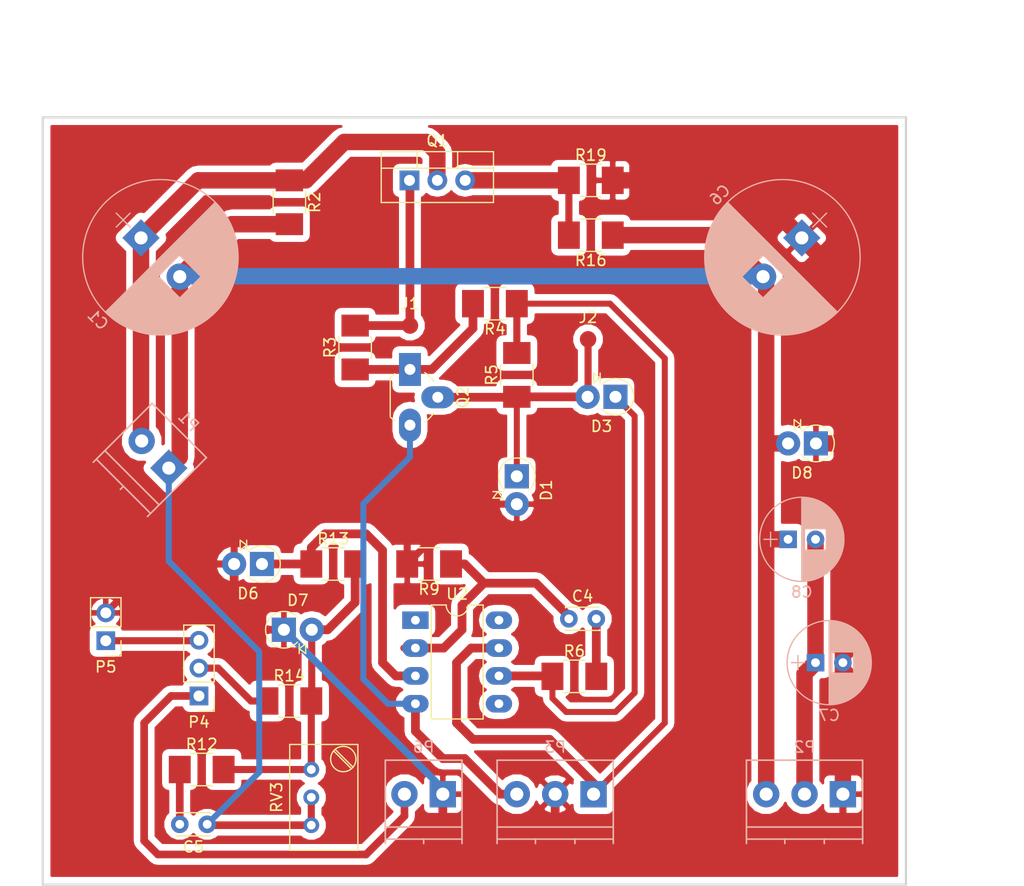
<source format=kicad_pcb>
(kicad_pcb (version 20170123) (host pcbnew no-vcs-found-be10de8~57~ubuntu16.10.1)

  (general
    (links 56)
    (no_connects 0)
    (area 50.371999 69.759999 129.322001 139.960001)
    (thickness 1.6)
    (drawings 6)
    (tracks 150)
    (zones 0)
    (modules 34)
    (nets 22)
  )

  (page A4)
  (layers
    (0 F.Cu signal)
    (31 B.Cu signal)
    (32 B.Adhes user)
    (33 F.Adhes user)
    (34 B.Paste user)
    (35 F.Paste user)
    (36 B.SilkS user)
    (37 F.SilkS user)
    (38 B.Mask user)
    (39 F.Mask user)
    (40 Dwgs.User user)
    (41 Cmts.User user)
    (42 Eco1.User user)
    (43 Eco2.User user)
    (44 Edge.Cuts user)
    (45 Margin user)
    (46 B.CrtYd user)
    (47 F.CrtYd user)
    (48 B.Fab user hide)
    (49 F.Fab user)
  )

  (setup
    (last_trace_width 0.25)
    (user_trace_width 0.4)
    (user_trace_width 0.55)
    (user_trace_width 0.6)
    (user_trace_width 0.65)
    (user_trace_width 0.7)
    (user_trace_width 0.75)
    (user_trace_width 0.8)
    (user_trace_width 1.5)
    (trace_clearance 0.2)
    (zone_clearance 0.6)
    (zone_45_only no)
    (trace_min 0.2)
    (segment_width 0.2)
    (edge_width 0.15)
    (via_size 0.6)
    (via_drill 0.4)
    (via_min_size 0.4)
    (via_min_drill 0.3)
    (uvia_size 0.3)
    (uvia_drill 0.1)
    (uvias_allowed no)
    (uvia_min_size 0.2)
    (uvia_min_drill 0.1)
    (pcb_text_width 0.3)
    (pcb_text_size 1.5 1.5)
    (mod_edge_width 0.15)
    (mod_text_size 1 1)
    (mod_text_width 0.15)
    (pad_size 1.524 1.524)
    (pad_drill 0.762)
    (pad_to_mask_clearance 0.2)
    (aux_axis_origin 56.222 133.11)
    (grid_origin 50.472 139.86)
    (visible_elements 7FFFFFFF)
    (pcbplotparams
      (layerselection 0x00000_7fffffff)
      (usegerberextensions false)
      (excludeedgelayer true)
      (linewidth 0.100000)
      (plotframeref false)
      (viasonmask false)
      (mode 1)
      (useauxorigin false)
      (hpglpennumber 1)
      (hpglpenspeed 20)
      (hpglpendiameter 15)
      (psnegative false)
      (psa4output false)
      (plotreference false)
      (plotvalue false)
      (plotinvisibletext false)
      (padsonsilk false)
      (subtractmaskfromsilk false)
      (outputformat 5)
      (mirror true)
      (drillshape 1)
      (scaleselection 1)
      (outputdirectory ""))
  )

  (net 0 "")
  (net 1 /-OUTPUT)
  (net 2 "Net-(C4-Pad1)")
  (net 3 "Net-(C4-Pad2)")
  (net 4 "Net-(C5-Pad2)")
  (net 5 GND)
  (net 6 Earth)
  (net 7 +5V)
  (net 8 +12VA)
  (net 9 -12VA)
  (net 10 "Net-(D1-Pad1)")
  (net 11 "Net-(D6-Pad1)")
  (net 12 "Net-(D7-Pad2)")
  (net 13 /VOLTAGE_LIMIT)
  (net 14 "Net-(P4-Pad2)")
  (net 15 "Net-(U2-Pad1)")
  (net 16 "Net-(U2-Pad5)")
  (net 17 "Net-(D3-Pad1)")
  (net 18 /VIN)
  (net 19 /SOURCE)
  (net 20 /GATE)
  (net 21 /GATE_CONTROLL)

  (net_class Default "This is the default net class."
    (clearance 0.2)
    (trace_width 0.25)
    (via_dia 0.6)
    (via_drill 0.4)
    (uvia_dia 0.3)
    (uvia_drill 0.1)
    (add_net +12VA)
    (add_net +5V)
    (add_net -12VA)
    (add_net /-OUTPUT)
    (add_net /GATE)
    (add_net /GATE_CONTROLL)
    (add_net /SOURCE)
    (add_net /VIN)
    (add_net /VOLTAGE_LIMIT)
    (add_net Earth)
    (add_net GND)
    (add_net "Net-(C4-Pad1)")
    (add_net "Net-(C4-Pad2)")
    (add_net "Net-(C5-Pad2)")
    (add_net "Net-(D1-Pad1)")
    (add_net "Net-(D3-Pad1)")
    (add_net "Net-(D6-Pad1)")
    (add_net "Net-(D7-Pad2)")
    (add_net "Net-(P4-Pad2)")
    (add_net "Net-(U2-Pad1)")
    (add_net "Net-(U2-Pad5)")
  )

  (module Pin_Headers:Pin_Header_Straight_1x02_Pitch2.54mm (layer F.Cu) (tedit 5862ED52) (tstamp 58C5CC62)
    (at 56.222 117.61 180)
    (descr "Through hole straight pin header, 1x02, 2.54mm pitch, single row")
    (tags "Through hole pin header THT 1x02 2.54mm single row")
    (path /58C5F860)
    (fp_text reference P5 (at 0 -2.39 180) (layer F.SilkS)
      (effects (font (size 1 1) (thickness 0.15)))
    )
    (fp_text value LOAD_POWER_01X02 (at 0 4.93 180) (layer F.Fab)
      (effects (font (size 1 1) (thickness 0.15)))
    )
    (fp_line (start 1.6 -1.6) (end -1.6 -1.6) (layer F.CrtYd) (width 0.05))
    (fp_line (start 1.6 4.1) (end 1.6 -1.6) (layer F.CrtYd) (width 0.05))
    (fp_line (start -1.6 4.1) (end 1.6 4.1) (layer F.CrtYd) (width 0.05))
    (fp_line (start -1.6 -1.6) (end -1.6 4.1) (layer F.CrtYd) (width 0.05))
    (fp_line (start -1.39 -1.39) (end 0 -1.39) (layer F.SilkS) (width 0.12))
    (fp_line (start -1.39 0) (end -1.39 -1.39) (layer F.SilkS) (width 0.12))
    (fp_line (start 1.39 1.27) (end -1.39 1.27) (layer F.SilkS) (width 0.12))
    (fp_line (start 1.39 3.93) (end 1.39 1.27) (layer F.SilkS) (width 0.12))
    (fp_line (start -1.39 3.93) (end 1.39 3.93) (layer F.SilkS) (width 0.12))
    (fp_line (start -1.39 1.27) (end -1.39 3.93) (layer F.SilkS) (width 0.12))
    (fp_line (start 1.27 -1.27) (end -1.27 -1.27) (layer F.Fab) (width 0.1))
    (fp_line (start 1.27 3.81) (end 1.27 -1.27) (layer F.Fab) (width 0.1))
    (fp_line (start -1.27 3.81) (end 1.27 3.81) (layer F.Fab) (width 0.1))
    (fp_line (start -1.27 -1.27) (end -1.27 3.81) (layer F.Fab) (width 0.1))
    (pad 2 thru_hole oval (at 0 2.54 180) (size 1.7 1.7) (drill 1) (layers *.Cu *.Mask)
      (net 5 GND))
    (pad 1 thru_hole rect (at 0 0 180) (size 1.7 1.7) (drill 1) (layers *.Cu *.Mask)
      (net 13 /VOLTAGE_LIMIT))
    (model Pin_Headers.3dshapes/Pin_Header_Straight_1x02_Pitch2.54mm.wrl
      (at (xyz 0 -0.05 0))
      (scale (xyz 1 1 1))
      (rotate (xyz 0 0 90))
    )
  )

  (module Resistors_SMD:R_1210_HandSoldering (layer F.Cu) (tedit 58AADA46) (tstamp 58C58411)
    (at 85.722 110.61 180)
    (descr "Resistor SMD 1210, hand soldering")
    (tags "resistor 1210")
    (path /585015F3)
    (attr smd)
    (fp_text reference R9 (at 0 -2.3 180) (layer F.SilkS)
      (effects (font (size 1 1) (thickness 0.15)))
    )
    (fp_text value 1K (at 0 2.4 180) (layer F.Fab)
      (effects (font (size 1 1) (thickness 0.15)))
    )
    (fp_text user %R (at 0 -2.3 180) (layer F.Fab)
      (effects (font (size 1 1) (thickness 0.15)))
    )
    (fp_line (start -1.6 1.25) (end -1.6 -1.25) (layer F.Fab) (width 0.1))
    (fp_line (start 1.6 1.25) (end -1.6 1.25) (layer F.Fab) (width 0.1))
    (fp_line (start 1.6 -1.25) (end 1.6 1.25) (layer F.Fab) (width 0.1))
    (fp_line (start -1.6 -1.25) (end 1.6 -1.25) (layer F.Fab) (width 0.1))
    (fp_line (start 1 1.48) (end -1 1.48) (layer F.SilkS) (width 0.12))
    (fp_line (start -1 -1.48) (end 1 -1.48) (layer F.SilkS) (width 0.12))
    (fp_line (start -3.25 -1.5) (end 3.25 -1.5) (layer F.CrtYd) (width 0.05))
    (fp_line (start -3.25 -1.5) (end -3.25 1.5) (layer F.CrtYd) (width 0.05))
    (fp_line (start 3.25 1.5) (end 3.25 -1.5) (layer F.CrtYd) (width 0.05))
    (fp_line (start 3.25 1.5) (end -3.25 1.5) (layer F.CrtYd) (width 0.05))
    (pad 1 smd rect (at -2 0 180) (size 2 2.5) (layers F.Cu F.Paste F.Mask)
      (net 2 "Net-(C4-Pad1)"))
    (pad 2 smd rect (at 2 0 180) (size 2 2.5) (layers F.Cu F.Paste F.Mask)
      (net 5 GND))
    (model Resistors_SMD.3dshapes/R_1210.wrl
      (at (xyz 0 0 0))
      (scale (xyz 1 1 1))
      (rotate (xyz 0 0 0))
    )
  )

  (module Pin_Headers:Pin_Header_Straight_1x03_Pitch2.54mm (layer F.Cu) (tedit 5862ED52) (tstamp 58C598B4)
    (at 64.722 122.65 180)
    (descr "Through hole straight pin header, 1x03, 2.54mm pitch, single row")
    (tags "Through hole pin header THT 1x03 2.54mm single row")
    (path /585BE124)
    (fp_text reference P4 (at 0 -2.39 180) (layer F.SilkS)
      (effects (font (size 1 1) (thickness 0.15)))
    )
    (fp_text value CONN_01X03 (at 0 7.47 180) (layer F.Fab)
      (effects (font (size 1 1) (thickness 0.15)))
    )
    (fp_line (start 1.6 -1.6) (end -1.6 -1.6) (layer F.CrtYd) (width 0.05))
    (fp_line (start 1.6 6.6) (end 1.6 -1.6) (layer F.CrtYd) (width 0.05))
    (fp_line (start -1.6 6.6) (end 1.6 6.6) (layer F.CrtYd) (width 0.05))
    (fp_line (start -1.6 -1.6) (end -1.6 6.6) (layer F.CrtYd) (width 0.05))
    (fp_line (start -1.39 -1.39) (end 0 -1.39) (layer F.SilkS) (width 0.12))
    (fp_line (start -1.39 0) (end -1.39 -1.39) (layer F.SilkS) (width 0.12))
    (fp_line (start 1.39 1.27) (end -1.39 1.27) (layer F.SilkS) (width 0.12))
    (fp_line (start 1.39 6.47) (end 1.39 1.27) (layer F.SilkS) (width 0.12))
    (fp_line (start -1.39 6.47) (end 1.39 6.47) (layer F.SilkS) (width 0.12))
    (fp_line (start -1.39 1.27) (end -1.39 6.47) (layer F.SilkS) (width 0.12))
    (fp_line (start 1.27 -1.27) (end -1.27 -1.27) (layer F.Fab) (width 0.1))
    (fp_line (start 1.27 6.35) (end 1.27 -1.27) (layer F.Fab) (width 0.1))
    (fp_line (start -1.27 6.35) (end 1.27 6.35) (layer F.Fab) (width 0.1))
    (fp_line (start -1.27 -1.27) (end -1.27 6.35) (layer F.Fab) (width 0.1))
    (pad 3 thru_hole oval (at 0 5.08 180) (size 1.7 1.7) (drill 1) (layers *.Cu *.Mask)
      (net 13 /VOLTAGE_LIMIT))
    (pad 2 thru_hole oval (at 0 2.54 180) (size 1.7 1.7) (drill 1) (layers *.Cu *.Mask)
      (net 14 "Net-(P4-Pad2)"))
    (pad 1 thru_hole rect (at 0 0 180) (size 1.7 1.7) (drill 1) (layers *.Cu *.Mask)
      (net 7 +5V))
    (model Pin_Headers.3dshapes/Pin_Header_Straight_1x03_Pitch2.54mm.wrl
      (at (xyz 0 -0.1 0))
      (scale (xyz 1 1 1))
      (rotate (xyz 0 0 90))
    )
  )

  (module Connectors_Terminal_Blocks:TerminalBlock_Pheonix_PT-3.5mm_2pol (layer B.Cu) (tedit 0) (tstamp 58C58A77)
    (at 61.972 101.86 135)
    (descr "2-way 3.5mm pitch terminal block, Phoenix PT series")
    (path /585015E1)
    (fp_text reference P1 (at 1.75 4.3 135) (layer B.SilkS)
      (effects (font (size 1 1) (thickness 0.15)) (justify mirror))
    )
    (fp_text value LOAD_POWER_01X02 (at 1.75 -6 135) (layer B.Fab)
      (effects (font (size 1 1) (thickness 0.15)) (justify mirror))
    )
    (fp_line (start -1.9 3.3) (end 5.4 3.3) (layer B.CrtYd) (width 0.05))
    (fp_line (start -1.9 -4.7) (end -1.9 3.3) (layer B.CrtYd) (width 0.05))
    (fp_line (start 5.4 -4.7) (end -1.9 -4.7) (layer B.CrtYd) (width 0.05))
    (fp_line (start 5.4 3.3) (end 5.4 -4.7) (layer B.CrtYd) (width 0.05))
    (fp_line (start 1.75 -4.1) (end 1.75 -4.5) (layer B.SilkS) (width 0.15))
    (fp_line (start -1.75 -3) (end 5.25 -3) (layer B.SilkS) (width 0.15))
    (fp_line (start -1.75 -4.1) (end 5.25 -4.1) (layer B.SilkS) (width 0.15))
    (fp_line (start -1.75 3.1) (end -1.75 -4.5) (layer B.SilkS) (width 0.15))
    (fp_line (start 5.25 -4.5) (end 5.25 3.1) (layer B.SilkS) (width 0.15))
    (fp_line (start 5.25 3.1) (end -1.75 3.1) (layer B.SilkS) (width 0.15))
    (pad 2 thru_hole circle (at 3.5 0 135) (size 2.4 2.4) (drill 1.2) (layers *.Cu *.Mask)
      (net 18 /VIN))
    (pad 1 thru_hole rect (at 0 0 135) (size 2.4 2.4) (drill 1.2) (layers *.Cu *.Mask)
      (net 1 /-OUTPUT))
    (model Terminal_Blocks.3dshapes/TerminalBlock_Pheonix_PT-3.5mm_2pol.wrl
      (at (xyz 0 0 0))
      (scale (xyz 1 1 1))
      (rotate (xyz 0 0 0))
    )
  )

  (module Connectors_Terminal_Blocks:TerminalBlock_Pheonix_PT-3.5mm_2pol (layer B.Cu) (tedit 0) (tstamp 58C58A68)
    (at 86.972 131.61 180)
    (descr "2-way 3.5mm pitch terminal block, Phoenix PT series")
    (path /58C5A712)
    (fp_text reference P6 (at 1.75 4.3 180) (layer B.SilkS)
      (effects (font (size 1 1) (thickness 0.15)) (justify mirror))
    )
    (fp_text value LOAD_POWER_01X02 (at 1.75 -6 180) (layer B.Fab)
      (effects (font (size 1 1) (thickness 0.15)) (justify mirror))
    )
    (fp_line (start 5.25 3.1) (end -1.75 3.1) (layer B.SilkS) (width 0.15))
    (fp_line (start 5.25 -4.5) (end 5.25 3.1) (layer B.SilkS) (width 0.15))
    (fp_line (start -1.75 3.1) (end -1.75 -4.5) (layer B.SilkS) (width 0.15))
    (fp_line (start -1.75 -4.1) (end 5.25 -4.1) (layer B.SilkS) (width 0.15))
    (fp_line (start -1.75 -3) (end 5.25 -3) (layer B.SilkS) (width 0.15))
    (fp_line (start 1.75 -4.1) (end 1.75 -4.5) (layer B.SilkS) (width 0.15))
    (fp_line (start 5.4 3.3) (end 5.4 -4.7) (layer B.CrtYd) (width 0.05))
    (fp_line (start 5.4 -4.7) (end -1.9 -4.7) (layer B.CrtYd) (width 0.05))
    (fp_line (start -1.9 -4.7) (end -1.9 3.3) (layer B.CrtYd) (width 0.05))
    (fp_line (start -1.9 3.3) (end 5.4 3.3) (layer B.CrtYd) (width 0.05))
    (pad 1 thru_hole rect (at 0 0 180) (size 2.4 2.4) (drill 1.2) (layers *.Cu *.Mask)
      (net 5 GND))
    (pad 2 thru_hole circle (at 3.5 0 180) (size 2.4 2.4) (drill 1.2) (layers *.Cu *.Mask)
      (net 7 +5V))
    (model Terminal_Blocks.3dshapes/TerminalBlock_Pheonix_PT-3.5mm_2pol.wrl
      (at (xyz 0 0 0))
      (scale (xyz 1 1 1))
      (rotate (xyz 0 0 0))
    )
  )

  (module Connectors_Terminal_Blocks:TerminalBlock_Pheonix_PT-3.5mm_3pol (layer B.Cu) (tedit 56301605) (tstamp 58C58A56)
    (at 123.472 131.61 180)
    (descr "3-way 3.5mm pitch terminal block, Phoenix PT series")
    (path /58507D1C)
    (fp_text reference P2 (at 3.5 4.3 180) (layer B.SilkS)
      (effects (font (size 1 1) (thickness 0.15)) (justify mirror))
    )
    (fp_text value CONN_01X03 (at 3.5 -6 180) (layer B.Fab)
      (effects (font (size 1 1) (thickness 0.15)) (justify mirror))
    )
    (fp_line (start -2 3.3) (end 9 3.3) (layer B.CrtYd) (width 0.05))
    (fp_line (start -2 -4.7) (end -2 3.3) (layer B.CrtYd) (width 0.05))
    (fp_line (start 9 -4.7) (end -2 -4.7) (layer B.CrtYd) (width 0.05))
    (fp_line (start 9 3.3) (end 9 -4.7) (layer B.CrtYd) (width 0.05))
    (fp_line (start 1.7 -4.1) (end 1.7 -4.5) (layer B.SilkS) (width 0.15))
    (fp_line (start 5.3 -4.1) (end 5.3 -4.5) (layer B.SilkS) (width 0.15))
    (fp_line (start -1.8 -3) (end 8.8 -3) (layer B.SilkS) (width 0.15))
    (fp_line (start -1.8 -4.1) (end 8.8 -4.1) (layer B.SilkS) (width 0.15))
    (fp_line (start -1.8 3.1) (end -1.8 -4.5) (layer B.SilkS) (width 0.15))
    (fp_line (start 8.8 -4.5) (end 8.8 3.1) (layer B.SilkS) (width 0.15))
    (fp_line (start 8.8 3.1) (end -1.8 3.1) (layer B.SilkS) (width 0.15))
    (pad 2 thru_hole circle (at 3.5 0 180) (size 2.4 2.4) (drill 1.2) (layers *.Cu *.Mask)
      (net 6 Earth))
    (pad 3 thru_hole circle (at 7 0 180) (size 2.4 2.4) (drill 1.2) (layers *.Cu *.Mask)
      (net 1 /-OUTPUT))
    (pad 1 thru_hole rect (at 0 0 180) (size 2.4 2.4) (drill 1.2) (layers *.Cu *.Mask)
      (net 5 GND))
    (model Terminal_Blocks.3dshapes/TerminalBlock_Pheonix_PT-3.5mm_3pol.wrl
      (at (xyz 0 0 0))
      (scale (xyz 1 1 1))
      (rotate (xyz 0 0 0))
    )
  )

  (module Connectors_Terminal_Blocks:TerminalBlock_Pheonix_PT-3.5mm_3pol (layer B.Cu) (tedit 56301605) (tstamp 58C58A44)
    (at 100.722 131.61 180)
    (descr "3-way 3.5mm pitch terminal block, Phoenix PT series")
    (path /58C5A064)
    (fp_text reference P3 (at 3.5 4.3 180) (layer B.SilkS)
      (effects (font (size 1 1) (thickness 0.15)) (justify mirror))
    )
    (fp_text value CONN_01X03 (at 3.5 -6 180) (layer B.Fab)
      (effects (font (size 1 1) (thickness 0.15)) (justify mirror))
    )
    (fp_line (start 8.8 3.1) (end -1.8 3.1) (layer B.SilkS) (width 0.15))
    (fp_line (start 8.8 -4.5) (end 8.8 3.1) (layer B.SilkS) (width 0.15))
    (fp_line (start -1.8 3.1) (end -1.8 -4.5) (layer B.SilkS) (width 0.15))
    (fp_line (start -1.8 -4.1) (end 8.8 -4.1) (layer B.SilkS) (width 0.15))
    (fp_line (start -1.8 -3) (end 8.8 -3) (layer B.SilkS) (width 0.15))
    (fp_line (start 5.3 -4.1) (end 5.3 -4.5) (layer B.SilkS) (width 0.15))
    (fp_line (start 1.7 -4.1) (end 1.7 -4.5) (layer B.SilkS) (width 0.15))
    (fp_line (start 9 3.3) (end 9 -4.7) (layer B.CrtYd) (width 0.05))
    (fp_line (start 9 -4.7) (end -2 -4.7) (layer B.CrtYd) (width 0.05))
    (fp_line (start -2 -4.7) (end -2 3.3) (layer B.CrtYd) (width 0.05))
    (fp_line (start -2 3.3) (end 9 3.3) (layer B.CrtYd) (width 0.05))
    (pad 1 thru_hole rect (at 0 0 180) (size 2.4 2.4) (drill 1.2) (layers *.Cu *.Mask)
      (net 8 +12VA))
    (pad 3 thru_hole circle (at 7 0 180) (size 2.4 2.4) (drill 1.2) (layers *.Cu *.Mask)
      (net 9 -12VA))
    (pad 2 thru_hole circle (at 3.5 0 180) (size 2.4 2.4) (drill 1.2) (layers *.Cu *.Mask)
      (net 5 GND))
    (model Terminal_Blocks.3dshapes/TerminalBlock_Pheonix_PT-3.5mm_3pol.wrl
      (at (xyz 0 0 0))
      (scale (xyz 1 1 1))
      (rotate (xyz 0 0 0))
    )
  )

  (module Measurement_Points:Measurement_Point_Round-SMD-Pad_Small (layer F.Cu) (tedit 56C35ED0) (tstamp 58C589F0)
    (at 83.972 88.86)
    (descr "Mesurement Point, Round, SMD Pad, DM 1.5mm,")
    (tags "Mesurement Point Round SMD Pad 1.5mm")
    (path /58509B42)
    (attr virtual)
    (fp_text reference J1 (at 0 -2) (layer F.SilkS)
      (effects (font (size 1 1) (thickness 0.15)))
    )
    (fp_text value TP6 (at 0 2) (layer F.Fab)
      (effects (font (size 1 1) (thickness 0.15)))
    )
    (fp_circle (center 0 0) (end 1 0) (layer F.CrtYd) (width 0.05))
    (pad 1 smd circle (at 0 0) (size 1.5 1.5) (layers F.Cu F.Mask)
      (net 20 /GATE))
  )

  (module Measurement_Points:Measurement_Point_Round-SMD-Pad_Small (layer F.Cu) (tedit 56C35ED0) (tstamp 58C589E4)
    (at 100.222 90.11)
    (descr "Mesurement Point, Round, SMD Pad, DM 1.5mm,")
    (tags "Mesurement Point Round SMD Pad 1.5mm")
    (path /58508883)
    (attr virtual)
    (fp_text reference J2 (at 0 -2) (layer F.SilkS)
      (effects (font (size 1 1) (thickness 0.15)))
    )
    (fp_text value TP5 (at 0 2) (layer F.Fab)
      (effects (font (size 1 1) (thickness 0.15)))
    )
    (fp_circle (center 0 0) (end 1 0) (layer F.CrtYd) (width 0.05))
    (pad 1 smd circle (at 0 0) (size 1.5 1.5) (layers F.Cu F.Mask)
      (net 10 "Net-(D1-Pad1)"))
  )

  (module Capacitors_THT:CP_Radial_D14.0mm_P5.00mm (layer B.Cu) (tedit 58765D06) (tstamp 58C585C1)
    (at 119.722 80.86 225)
    (descr "CP, Radial series, Radial, pin pitch=5.00mm, , diameter=14mm, Electrolytic Capacitor")
    (tags "CP Radial series Radial pin pitch 5.00mm  diameter 14mm Electrolytic Capacitor")
    (path /58501601)
    (fp_text reference C6 (at 2.5 8.06 225) (layer B.SilkS)
      (effects (font (size 1 1) (thickness 0.15)) (justify mirror))
    )
    (fp_text value 470u (at 2.5 -8.06 225) (layer B.Fab)
      (effects (font (size 1 1) (thickness 0.15)) (justify mirror))
    )
    (fp_circle (center 2.5 0) (end 9.499999 0) (layer B.Fab) (width 0.1))
    (fp_circle (center 2.5 0) (end 9.59 0) (layer B.SilkS) (width 0.12))
    (fp_line (start -3.2 0) (end -1.399999 0) (layer B.Fab) (width 0.1))
    (fp_line (start -2.3 0.900001) (end -2.3 -0.900001) (layer B.Fab) (width 0.1))
    (fp_line (start 2.5 7.05) (end 2.5 -7.05) (layer B.SilkS) (width 0.12))
    (fp_line (start 2.54 7.05) (end 2.54 -7.05) (layer B.SilkS) (width 0.12))
    (fp_line (start 2.58 7.05) (end 2.58 -7.05) (layer B.SilkS) (width 0.12))
    (fp_line (start 2.62 7.049) (end 2.62 -7.049) (layer B.SilkS) (width 0.12))
    (fp_line (start 2.66 7.049) (end 2.66 -7.049) (layer B.SilkS) (width 0.12))
    (fp_line (start 2.7 7.048) (end 2.7 -7.048) (layer B.SilkS) (width 0.12))
    (fp_line (start 2.74 7.046) (end 2.74 -7.046) (layer B.SilkS) (width 0.12))
    (fp_line (start 2.78 7.045) (end 2.78 -7.045) (layer B.SilkS) (width 0.12))
    (fp_line (start 2.82 7.043) (end 2.82 -7.043) (layer B.SilkS) (width 0.12))
    (fp_line (start 2.86 7.041) (end 2.86 -7.041) (layer B.SilkS) (width 0.12))
    (fp_line (start 2.9 7.039) (end 2.9 -7.039) (layer B.SilkS) (width 0.12))
    (fp_line (start 2.94 7.036999) (end 2.94 -7.036999) (layer B.SilkS) (width 0.12))
    (fp_line (start 2.98 7.034) (end 2.98 -7.034) (layer B.SilkS) (width 0.12))
    (fp_line (start 3.02 7.031) (end 3.02 -7.031) (layer B.SilkS) (width 0.12))
    (fp_line (start 3.06 7.028) (end 3.06 -7.028) (layer B.SilkS) (width 0.12))
    (fp_line (start 3.1 7.025) (end 3.1 -7.025) (layer B.SilkS) (width 0.12))
    (fp_line (start 3.14 7.022) (end 3.14 -7.022) (layer B.SilkS) (width 0.12))
    (fp_line (start 3.18 7.018) (end 3.18 -7.018) (layer B.SilkS) (width 0.12))
    (fp_line (start 3.221 7.014) (end 3.221 -7.014) (layer B.SilkS) (width 0.12))
    (fp_line (start 3.261 7.01) (end 3.261 -7.01) (layer B.SilkS) (width 0.12))
    (fp_line (start 3.300999 7.005) (end 3.300999 -7.005) (layer B.SilkS) (width 0.12))
    (fp_line (start 3.341 7.001) (end 3.341 -7.001) (layer B.SilkS) (width 0.12))
    (fp_line (start 3.381 6.996) (end 3.381 -6.996) (layer B.SilkS) (width 0.12))
    (fp_line (start 3.421 6.991) (end 3.421 -6.991) (layer B.SilkS) (width 0.12))
    (fp_line (start 3.461 6.984999) (end 3.461 -6.984999) (layer B.SilkS) (width 0.12))
    (fp_line (start 3.501 6.98) (end 3.501 -6.98) (layer B.SilkS) (width 0.12))
    (fp_line (start 3.541 6.974) (end 3.541 -6.974) (layer B.SilkS) (width 0.12))
    (fp_line (start 3.580999 6.968) (end 3.580999 -6.968) (layer B.SilkS) (width 0.12))
    (fp_line (start 3.621 6.961) (end 3.621 1.38) (layer B.SilkS) (width 0.12))
    (fp_line (start 3.621 -1.38) (end 3.621 -6.961) (layer B.SilkS) (width 0.12))
    (fp_line (start 3.661 6.955) (end 3.661 1.379999) (layer B.SilkS) (width 0.12))
    (fp_line (start 3.661 -1.379999) (end 3.661 -6.955) (layer B.SilkS) (width 0.12))
    (fp_line (start 3.701 6.948) (end 3.701 1.38) (layer B.SilkS) (width 0.12))
    (fp_line (start 3.701 -1.38) (end 3.701 -6.948) (layer B.SilkS) (width 0.12))
    (fp_line (start 3.741 6.941) (end 3.741 1.38) (layer B.SilkS) (width 0.12))
    (fp_line (start 3.741 -1.38) (end 3.741 -6.941) (layer B.SilkS) (width 0.12))
    (fp_line (start 3.781 6.934) (end 3.781 1.38) (layer B.SilkS) (width 0.12))
    (fp_line (start 3.781 -1.38) (end 3.781 -6.934) (layer B.SilkS) (width 0.12))
    (fp_line (start 3.821 6.927) (end 3.821 1.379999) (layer B.SilkS) (width 0.12))
    (fp_line (start 3.821 -1.379999) (end 3.821 -6.927) (layer B.SilkS) (width 0.12))
    (fp_line (start 3.861 6.919) (end 3.861 1.38) (layer B.SilkS) (width 0.12))
    (fp_line (start 3.861 -1.38) (end 3.861 -6.919) (layer B.SilkS) (width 0.12))
    (fp_line (start 3.901001 6.911) (end 3.901 1.38) (layer B.SilkS) (width 0.12))
    (fp_line (start 3.901 -1.38) (end 3.901001 -6.911) (layer B.SilkS) (width 0.12))
    (fp_line (start 3.941 6.903) (end 3.941 1.38) (layer B.SilkS) (width 0.12))
    (fp_line (start 3.941 -1.38) (end 3.941 -6.903) (layer B.SilkS) (width 0.12))
    (fp_line (start 3.981 6.894) (end 3.981 1.379999) (layer B.SilkS) (width 0.12))
    (fp_line (start 3.981 -1.379999) (end 3.981 -6.894) (layer B.SilkS) (width 0.12))
    (fp_line (start 4.021 6.886) (end 4.021 1.38) (layer B.SilkS) (width 0.12))
    (fp_line (start 4.021 -1.38) (end 4.021 -6.886) (layer B.SilkS) (width 0.12))
    (fp_line (start 4.061 6.877) (end 4.061 1.38) (layer B.SilkS) (width 0.12))
    (fp_line (start 4.061 -1.38) (end 4.061 -6.877) (layer B.SilkS) (width 0.12))
    (fp_line (start 4.101 6.867999) (end 4.101 1.379999) (layer B.SilkS) (width 0.12))
    (fp_line (start 4.101 -1.379999) (end 4.101 -6.867999) (layer B.SilkS) (width 0.12))
    (fp_line (start 4.141 6.858) (end 4.141 1.38) (layer B.SilkS) (width 0.12))
    (fp_line (start 4.141 -1.38) (end 4.141 -6.858) (layer B.SilkS) (width 0.12))
    (fp_line (start 4.181 6.849) (end 4.181 1.38) (layer B.SilkS) (width 0.12))
    (fp_line (start 4.181 -1.38) (end 4.181 -6.849) (layer B.SilkS) (width 0.12))
    (fp_line (start 4.221 6.839) (end 4.221 1.38) (layer B.SilkS) (width 0.12))
    (fp_line (start 4.221 -1.38) (end 4.221 -6.839) (layer B.SilkS) (width 0.12))
    (fp_line (start 4.261 6.829) (end 4.261 1.379999) (layer B.SilkS) (width 0.12))
    (fp_line (start 4.261 -1.379999) (end 4.261 -6.829) (layer B.SilkS) (width 0.12))
    (fp_line (start 4.301 6.818) (end 4.301 1.38) (layer B.SilkS) (width 0.12))
    (fp_line (start 4.301 -1.38) (end 4.301 -6.818) (layer B.SilkS) (width 0.12))
    (fp_line (start 4.341001 6.808) (end 4.341 1.38) (layer B.SilkS) (width 0.12))
    (fp_line (start 4.341 -1.38) (end 4.341001 -6.808) (layer B.SilkS) (width 0.12))
    (fp_line (start 4.381 6.797) (end 4.381 1.38) (layer B.SilkS) (width 0.12))
    (fp_line (start 4.381 -1.38) (end 4.381 -6.797) (layer B.SilkS) (width 0.12))
    (fp_line (start 4.421 6.786001) (end 4.421 1.379999) (layer B.SilkS) (width 0.12))
    (fp_line (start 4.421 -1.379999) (end 4.421 -6.786001) (layer B.SilkS) (width 0.12))
    (fp_line (start 4.461 6.774) (end 4.461 1.38) (layer B.SilkS) (width 0.12))
    (fp_line (start 4.461 -1.38) (end 4.461 -6.774) (layer B.SilkS) (width 0.12))
    (fp_line (start 4.501 6.763) (end 4.501 1.38) (layer B.SilkS) (width 0.12))
    (fp_line (start 4.501 -1.38) (end 4.501 -6.763) (layer B.SilkS) (width 0.12))
    (fp_line (start 4.541 6.751) (end 4.541 1.379999) (layer B.SilkS) (width 0.12))
    (fp_line (start 4.541 -1.379999) (end 4.541 -6.751) (layer B.SilkS) (width 0.12))
    (fp_line (start 4.581 6.739) (end 4.581 1.38) (layer B.SilkS) (width 0.12))
    (fp_line (start 4.581 -1.38) (end 4.581 -6.739) (layer B.SilkS) (width 0.12))
    (fp_line (start 4.621 6.726) (end 4.621 1.38) (layer B.SilkS) (width 0.12))
    (fp_line (start 4.621 -1.38) (end 4.621 -6.726) (layer B.SilkS) (width 0.12))
    (fp_line (start 4.661 6.713) (end 4.661 1.38) (layer B.SilkS) (width 0.12))
    (fp_line (start 4.661 -1.38) (end 4.661 -6.713) (layer B.SilkS) (width 0.12))
    (fp_line (start 4.701 6.701001) (end 4.701 1.379999) (layer B.SilkS) (width 0.12))
    (fp_line (start 4.701 -1.379999) (end 4.701 -6.701001) (layer B.SilkS) (width 0.12))
    (fp_line (start 4.741 6.687) (end 4.741 1.38) (layer B.SilkS) (width 0.12))
    (fp_line (start 4.741 -1.38) (end 4.741 -6.687) (layer B.SilkS) (width 0.12))
    (fp_line (start 4.781 6.674) (end 4.781 1.38) (layer B.SilkS) (width 0.12))
    (fp_line (start 4.781 -1.38) (end 4.781 -6.674) (layer B.SilkS) (width 0.12))
    (fp_line (start 4.821 6.66) (end 4.821 1.38) (layer B.SilkS) (width 0.12))
    (fp_line (start 4.821 -1.38) (end 4.821 -6.66) (layer B.SilkS) (width 0.12))
    (fp_line (start 4.861 6.646) (end 4.861 1.379999) (layer B.SilkS) (width 0.12))
    (fp_line (start 4.861 -1.379999) (end 4.861 -6.646) (layer B.SilkS) (width 0.12))
    (fp_line (start 4.901 6.632) (end 4.901 1.38) (layer B.SilkS) (width 0.12))
    (fp_line (start 4.901 -1.38) (end 4.901 -6.632) (layer B.SilkS) (width 0.12))
    (fp_line (start 4.941 6.617) (end 4.941 1.38) (layer B.SilkS) (width 0.12))
    (fp_line (start 4.941 -1.38) (end 4.941 -6.617) (layer B.SilkS) (width 0.12))
    (fp_line (start 4.981 6.603) (end 4.981 1.379999) (layer B.SilkS) (width 0.12))
    (fp_line (start 4.981 -1.379999) (end 4.981 -6.603) (layer B.SilkS) (width 0.12))
    (fp_line (start 5.021 6.588) (end 5.021 1.38) (layer B.SilkS) (width 0.12))
    (fp_line (start 5.021 -1.38) (end 5.021 -6.588) (layer B.SilkS) (width 0.12))
    (fp_line (start 5.061 6.572) (end 5.061 1.38) (layer B.SilkS) (width 0.12))
    (fp_line (start 5.061 -1.38) (end 5.061 -6.572) (layer B.SilkS) (width 0.12))
    (fp_line (start 5.101 6.557) (end 5.101 1.38) (layer B.SilkS) (width 0.12))
    (fp_line (start 5.101 -1.38) (end 5.101 -6.557) (layer B.SilkS) (width 0.12))
    (fp_line (start 5.141 6.540999) (end 5.141 1.379999) (layer B.SilkS) (width 0.12))
    (fp_line (start 5.141 -1.379999) (end 5.141 -6.540999) (layer B.SilkS) (width 0.12))
    (fp_line (start 5.181 6.524) (end 5.181 1.38) (layer B.SilkS) (width 0.12))
    (fp_line (start 5.181 -1.38) (end 5.181 -6.524) (layer B.SilkS) (width 0.12))
    (fp_line (start 5.221 6.507999) (end 5.221 1.38) (layer B.SilkS) (width 0.12))
    (fp_line (start 5.221 -1.38) (end 5.221 -6.507999) (layer B.SilkS) (width 0.12))
    (fp_line (start 5.261 6.491) (end 5.261 1.38) (layer B.SilkS) (width 0.12))
    (fp_line (start 5.261 -1.38) (end 5.261 -6.491) (layer B.SilkS) (width 0.12))
    (fp_line (start 5.301 6.474) (end 5.301 1.379999) (layer B.SilkS) (width 0.12))
    (fp_line (start 5.301 -1.379999) (end 5.301 -6.474) (layer B.SilkS) (width 0.12))
    (fp_line (start 5.341 6.457) (end 5.341 1.38) (layer B.SilkS) (width 0.12))
    (fp_line (start 5.341 -1.38) (end 5.341 -6.457) (layer B.SilkS) (width 0.12))
    (fp_line (start 5.381 6.439) (end 5.381 1.38) (layer B.SilkS) (width 0.12))
    (fp_line (start 5.381 -1.38) (end 5.381 -6.439) (layer B.SilkS) (width 0.12))
    (fp_line (start 5.421 6.421001) (end 5.421 1.379999) (layer B.SilkS) (width 0.12))
    (fp_line (start 5.421 -1.379999) (end 5.421 -6.421001) (layer B.SilkS) (width 0.12))
    (fp_line (start 5.461 6.403) (end 5.461 1.379999) (layer B.SilkS) (width 0.12))
    (fp_line (start 5.461 -1.379999) (end 5.461 -6.403) (layer B.SilkS) (width 0.12))
    (fp_line (start 5.501 6.385) (end 5.501 1.38) (layer B.SilkS) (width 0.12))
    (fp_line (start 5.501 -1.38) (end 5.501 -6.385) (layer B.SilkS) (width 0.12))
    (fp_line (start 5.541 6.366) (end 5.541 1.38) (layer B.SilkS) (width 0.12))
    (fp_line (start 5.541 -1.38) (end 5.541 -6.366) (layer B.SilkS) (width 0.12))
    (fp_line (start 5.581 6.347) (end 5.581 1.379999) (layer B.SilkS) (width 0.12))
    (fp_line (start 5.581 -1.379999) (end 5.581 -6.347) (layer B.SilkS) (width 0.12))
    (fp_line (start 5.621 6.327) (end 5.621 1.38) (layer B.SilkS) (width 0.12))
    (fp_line (start 5.621 -1.38) (end 5.621 -6.327) (layer B.SilkS) (width 0.12))
    (fp_line (start 5.661 6.307) (end 5.661 1.38) (layer B.SilkS) (width 0.12))
    (fp_line (start 5.661 -1.38) (end 5.661 -6.307) (layer B.SilkS) (width 0.12))
    (fp_line (start 5.701 6.287) (end 5.701 1.38) (layer B.SilkS) (width 0.12))
    (fp_line (start 5.701 -1.38) (end 5.701 -6.287) (layer B.SilkS) (width 0.12))
    (fp_line (start 5.741 6.267) (end 5.741 1.379999) (layer B.SilkS) (width 0.12))
    (fp_line (start 5.741 -1.379999) (end 5.741 -6.267) (layer B.SilkS) (width 0.12))
    (fp_line (start 5.781 6.246) (end 5.781 1.38) (layer B.SilkS) (width 0.12))
    (fp_line (start 5.781 -1.38) (end 5.781 -6.246) (layer B.SilkS) (width 0.12))
    (fp_line (start 5.821 6.225) (end 5.821 1.38) (layer B.SilkS) (width 0.12))
    (fp_line (start 5.821 -1.38) (end 5.821 -6.225) (layer B.SilkS) (width 0.12))
    (fp_line (start 5.861 6.204) (end 5.861 1.38) (layer B.SilkS) (width 0.12))
    (fp_line (start 5.861 -1.38) (end 5.861 -6.204) (layer B.SilkS) (width 0.12))
    (fp_line (start 5.901 6.182) (end 5.901 1.379999) (layer B.SilkS) (width 0.12))
    (fp_line (start 5.901 -1.379999) (end 5.901 -6.182) (layer B.SilkS) (width 0.12))
    (fp_line (start 5.941 6.16) (end 5.941 1.38) (layer B.SilkS) (width 0.12))
    (fp_line (start 5.941 -1.38) (end 5.941 -6.16) (layer B.SilkS) (width 0.12))
    (fp_line (start 5.981 6.138) (end 5.981 1.38) (layer B.SilkS) (width 0.12))
    (fp_line (start 5.981 -1.38) (end 5.981 -6.138) (layer B.SilkS) (width 0.12))
    (fp_line (start 6.021 6.115) (end 6.021 1.379999) (layer B.SilkS) (width 0.12))
    (fp_line (start 6.021 -1.379999) (end 6.021 -6.115) (layer B.SilkS) (width 0.12))
    (fp_line (start 6.061 6.092) (end 6.061 1.38) (layer B.SilkS) (width 0.12))
    (fp_line (start 6.061 -1.38) (end 6.061 -6.092) (layer B.SilkS) (width 0.12))
    (fp_line (start 6.101 6.069001) (end 6.101 1.38) (layer B.SilkS) (width 0.12))
    (fp_line (start 6.101 -1.38) (end 6.101 -6.069001) (layer B.SilkS) (width 0.12))
    (fp_line (start 6.141 6.045) (end 6.141 1.38) (layer B.SilkS) (width 0.12))
    (fp_line (start 6.141 -1.38) (end 6.141 -6.045) (layer B.SilkS) (width 0.12))
    (fp_line (start 6.181 6.021) (end 6.181 1.379999) (layer B.SilkS) (width 0.12))
    (fp_line (start 6.181 -1.379999) (end 6.181 -6.021) (layer B.SilkS) (width 0.12))
    (fp_line (start 6.221 5.996) (end 6.221 1.38) (layer B.SilkS) (width 0.12))
    (fp_line (start 6.221 -1.38) (end 6.221 -5.996) (layer B.SilkS) (width 0.12))
    (fp_line (start 6.261 5.971) (end 6.261 1.38) (layer B.SilkS) (width 0.12))
    (fp_line (start 6.261 -1.38) (end 6.261 -5.971) (layer B.SilkS) (width 0.12))
    (fp_line (start 6.301 5.946) (end 6.301 1.38) (layer B.SilkS) (width 0.12))
    (fp_line (start 6.301 -1.38) (end 6.301 -5.946) (layer B.SilkS) (width 0.12))
    (fp_line (start 6.341 5.921) (end 6.341 1.379999) (layer B.SilkS) (width 0.12))
    (fp_line (start 6.341 -1.379999) (end 6.341 -5.921) (layer B.SilkS) (width 0.12))
    (fp_line (start 6.381 5.895) (end 6.381 -5.895) (layer B.SilkS) (width 0.12))
    (fp_line (start 6.421 5.868) (end 6.421 -5.868) (layer B.SilkS) (width 0.12))
    (fp_line (start 6.461 5.842) (end 6.461 -5.842) (layer B.SilkS) (width 0.12))
    (fp_line (start 6.501 5.814) (end 6.501 -5.814) (layer B.SilkS) (width 0.12))
    (fp_line (start 6.541 5.786999) (end 6.541 -5.786999) (layer B.SilkS) (width 0.12))
    (fp_line (start 6.581 5.759) (end 6.581 -5.759) (layer B.SilkS) (width 0.12))
    (fp_line (start 6.621 5.731) (end 6.621 -5.731) (layer B.SilkS) (width 0.12))
    (fp_line (start 6.661 5.702) (end 6.661 -5.702) (layer B.SilkS) (width 0.12))
    (fp_line (start 6.701 5.673) (end 6.701 -5.673) (layer B.SilkS) (width 0.12))
    (fp_line (start 6.741 5.643) (end 6.741 -5.643) (layer B.SilkS) (width 0.12))
    (fp_line (start 6.781 5.612999) (end 6.781 -5.612999) (layer B.SilkS) (width 0.12))
    (fp_line (start 6.820999 5.582) (end 6.820999 -5.582) (layer B.SilkS) (width 0.12))
    (fp_line (start 6.861 5.551) (end 6.861 -5.551) (layer B.SilkS) (width 0.12))
    (fp_line (start 6.900999 5.52) (end 6.900999 -5.52) (layer B.SilkS) (width 0.12))
    (fp_line (start 6.941 5.488) (end 6.941 -5.488) (layer B.SilkS) (width 0.12))
    (fp_line (start 6.981 5.456) (end 6.981 -5.456) (layer B.SilkS) (width 0.12))
    (fp_line (start 7.021 5.423) (end 7.021 -5.423) (layer B.SilkS) (width 0.12))
    (fp_line (start 7.061 5.390001) (end 7.061 -5.390001) (layer B.SilkS) (width 0.12))
    (fp_line (start 7.101 5.356) (end 7.101 -5.356) (layer B.SilkS) (width 0.12))
    (fp_line (start 7.141 5.321) (end 7.141 -5.321) (layer B.SilkS) (width 0.12))
    (fp_line (start 7.181 5.286) (end 7.181 -5.286) (layer B.SilkS) (width 0.12))
    (fp_line (start 7.221 5.251) (end 7.221 -5.251) (layer B.SilkS) (width 0.12))
    (fp_line (start 7.261 5.215) (end 7.261 -5.215) (layer B.SilkS) (width 0.12))
    (fp_line (start 7.301001 5.179) (end 7.301001 -5.179) (layer B.SilkS) (width 0.12))
    (fp_line (start 7.341 5.141) (end 7.341 -5.141) (layer B.SilkS) (width 0.12))
    (fp_line (start 7.381 5.104) (end 7.381 -5.104) (layer B.SilkS) (width 0.12))
    (fp_line (start 7.420999 5.066) (end 7.420999 -5.066) (layer B.SilkS) (width 0.12))
    (fp_line (start 7.461 5.027) (end 7.461 -5.027) (layer B.SilkS) (width 0.12))
    (fp_line (start 7.500999 4.987) (end 7.500999 -4.987) (layer B.SilkS) (width 0.12))
    (fp_line (start 7.541 4.947) (end 7.541 -4.947) (layer B.SilkS) (width 0.12))
    (fp_line (start 7.581 4.905999) (end 7.581 -4.905999) (layer B.SilkS) (width 0.12))
    (fp_line (start 7.621 4.865) (end 7.621 -4.865) (layer B.SilkS) (width 0.12))
    (fp_line (start 7.661 4.823) (end 7.661 -4.823) (layer B.SilkS) (width 0.12))
    (fp_line (start 7.701 4.78) (end 7.701 -4.78) (layer B.SilkS) (width 0.12))
    (fp_line (start 7.741 4.737) (end 7.741 -4.737) (layer B.SilkS) (width 0.12))
    (fp_line (start 7.781 4.692) (end 7.781 -4.692) (layer B.SilkS) (width 0.12))
    (fp_line (start 7.821 4.647) (end 7.821 -4.647) (layer B.SilkS) (width 0.12))
    (fp_line (start 7.861 4.601) (end 7.861 -4.601) (layer B.SilkS) (width 0.12))
    (fp_line (start 7.901 4.555) (end 7.901 -4.555) (layer B.SilkS) (width 0.12))
    (fp_line (start 7.941 4.507) (end 7.941 -4.507) (layer B.SilkS) (width 0.12))
    (fp_line (start 7.981 4.459) (end 7.981 -4.459) (layer B.SilkS) (width 0.12))
    (fp_line (start 8.021 4.409999) (end 8.021 -4.409999) (layer B.SilkS) (width 0.12))
    (fp_line (start 8.061 4.36) (end 8.061 -4.36) (layer B.SilkS) (width 0.12))
    (fp_line (start 8.101 4.309) (end 8.101 -4.309) (layer B.SilkS) (width 0.12))
    (fp_line (start 8.141 4.257) (end 8.141 -4.257) (layer B.SilkS) (width 0.12))
    (fp_line (start 8.181 4.203999) (end 8.181 -4.203999) (layer B.SilkS) (width 0.12))
    (fp_line (start 8.221 4.15) (end 8.221 -4.15) (layer B.SilkS) (width 0.12))
    (fp_line (start 8.261 4.095) (end 8.261 -4.095) (layer B.SilkS) (width 0.12))
    (fp_line (start 8.301 4.038) (end 8.301 -4.038) (layer B.SilkS) (width 0.12))
    (fp_line (start 8.341 3.981) (end 8.341 -3.981) (layer B.SilkS) (width 0.12))
    (fp_line (start 8.381 3.922) (end 8.381 -3.922) (layer B.SilkS) (width 0.12))
    (fp_line (start 8.421 3.862) (end 8.421 -3.862) (layer B.SilkS) (width 0.12))
    (fp_line (start 8.461 3.800999) (end 8.461 -3.800999) (layer B.SilkS) (width 0.12))
    (fp_line (start 8.501 3.738) (end 8.501 -3.738) (layer B.SilkS) (width 0.12))
    (fp_line (start 8.541 3.674) (end 8.541 -3.674) (layer B.SilkS) (width 0.12))
    (fp_line (start 8.581 3.608) (end 8.581 -3.608) (layer B.SilkS) (width 0.12))
    (fp_line (start 8.621001 3.54) (end 8.621001 -3.54) (layer B.SilkS) (width 0.12))
    (fp_line (start 8.661 3.471) (end 8.661 -3.471) (layer B.SilkS) (width 0.12))
    (fp_line (start 8.701 3.4) (end 8.701 -3.4) (layer B.SilkS) (width 0.12))
    (fp_line (start 8.741 3.327) (end 8.741 -3.327) (layer B.SilkS) (width 0.12))
    (fp_line (start 8.781 3.251001) (end 8.781 -3.251001) (layer B.SilkS) (width 0.12))
    (fp_line (start 8.821 3.174) (end 8.821 -3.174) (layer B.SilkS) (width 0.12))
    (fp_line (start 8.861 3.094) (end 8.861 -3.094) (layer B.SilkS) (width 0.12))
    (fp_line (start 8.901 3.011) (end 8.901 -3.011) (layer B.SilkS) (width 0.12))
    (fp_line (start 8.941 2.926) (end 8.941 -2.926) (layer B.SilkS) (width 0.12))
    (fp_line (start 8.981 2.838) (end 8.981 -2.838) (layer B.SilkS) (width 0.12))
    (fp_line (start 9.021 2.746) (end 9.021 -2.746) (layer B.SilkS) (width 0.12))
    (fp_line (start 9.061001 2.65) (end 9.061001 -2.65) (layer B.SilkS) (width 0.12))
    (fp_line (start 9.101 2.55) (end 9.101 -2.55) (layer B.SilkS) (width 0.12))
    (fp_line (start 9.141 2.446) (end 9.141 -2.446) (layer B.SilkS) (width 0.12))
    (fp_line (start 9.181 2.337) (end 9.181 -2.337) (layer B.SilkS) (width 0.12))
    (fp_line (start 9.221 2.221) (end 9.221 -2.221) (layer B.SilkS) (width 0.12))
    (fp_line (start 9.261 2.098) (end 9.261 -2.098) (layer B.SilkS) (width 0.12))
    (fp_line (start 9.301 1.968) (end 9.301 -1.968) (layer B.SilkS) (width 0.12))
    (fp_line (start 9.341 1.827001) (end 9.341 -1.827001) (layer B.SilkS) (width 0.12))
    (fp_line (start 9.381 1.673) (end 9.381 -1.673) (layer B.SilkS) (width 0.12))
    (fp_line (start 9.421 1.504001) (end 9.421 -1.504001) (layer B.SilkS) (width 0.12))
    (fp_line (start 9.461 1.312) (end 9.461 -1.312) (layer B.SilkS) (width 0.12))
    (fp_line (start 9.501 1.087001) (end 9.501 -1.087001) (layer B.SilkS) (width 0.12))
    (fp_line (start 9.541 0.801) (end 9.541 -0.801) (layer B.SilkS) (width 0.12))
    (fp_line (start 9.581 0.337) (end 9.581 -0.337) (layer B.SilkS) (width 0.12))
    (fp_line (start -3.2 0) (end -1.399999 0) (layer B.SilkS) (width 0.12))
    (fp_line (start -2.3 0.900001) (end -2.3 -0.900001) (layer B.SilkS) (width 0.12))
    (fp_line (start -4.85 7.35) (end -4.85 -7.35) (layer B.CrtYd) (width 0.05))
    (fp_line (start -4.85 -7.35) (end 9.85 -7.35) (layer B.CrtYd) (width 0.05))
    (fp_line (start 9.85 -7.35) (end 9.85 7.35) (layer B.CrtYd) (width 0.05))
    (fp_line (start 9.85 7.35) (end -4.85 7.35) (layer B.CrtYd) (width 0.05))
    (pad 1 thru_hole rect (at 0 0 225) (size 2.4 2.4) (drill 1.2) (layers *.Cu *.Mask)
      (net 5 GND))
    (pad 2 thru_hole circle (at 5 0 225) (size 2.4 2.4) (drill 1.2) (layers *.Cu *.Mask)
      (net 1 /-OUTPUT))
    (model Capacitors_THT.3dshapes/CP_Radial_D14.0mm_P5.00mm.wrl
      (at (xyz 0 0 0))
      (scale (xyz 0.393701 0.393701 0.393701))
      (rotate (xyz 0 0 0))
    )
  )

  (module Capacitors_THT:CP_Radial_D14.0mm_P5.00mm (layer B.Cu) (tedit 58765D06) (tstamp 58C585B1)
    (at 59.436466 80.86 315)
    (descr "CP, Radial series, Radial, pin pitch=5.00mm, , diameter=14mm, Electrolytic Capacitor")
    (tags "CP Radial series Radial pin pitch 5.00mm  diameter 14mm Electrolytic Capacitor")
    (path /585015E2)
    (fp_text reference C1 (at 2.5 8.06 315) (layer B.SilkS)
      (effects (font (size 1 1) (thickness 0.15)) (justify mirror))
    )
    (fp_text value 1000u (at 2.5 -8.06 315) (layer B.Fab)
      (effects (font (size 1 1) (thickness 0.15)) (justify mirror))
    )
    (fp_line (start 9.85 7.35) (end -4.85 7.35) (layer B.CrtYd) (width 0.05))
    (fp_line (start 9.85 -7.35) (end 9.85 7.35) (layer B.CrtYd) (width 0.05))
    (fp_line (start -4.85 -7.35) (end 9.85 -7.35) (layer B.CrtYd) (width 0.05))
    (fp_line (start -4.85 7.35) (end -4.85 -7.35) (layer B.CrtYd) (width 0.05))
    (fp_line (start -2.3 0.9) (end -2.3 -0.9) (layer B.SilkS) (width 0.12))
    (fp_line (start -3.2 0) (end -1.4 0) (layer B.SilkS) (width 0.12))
    (fp_line (start 9.581 0.337) (end 9.581 -0.337) (layer B.SilkS) (width 0.12))
    (fp_line (start 9.541 0.801) (end 9.541 -0.801) (layer B.SilkS) (width 0.12))
    (fp_line (start 9.501 1.087) (end 9.501 -1.087) (layer B.SilkS) (width 0.12))
    (fp_line (start 9.461 1.312) (end 9.461 -1.312) (layer B.SilkS) (width 0.12))
    (fp_line (start 9.421 1.504) (end 9.421 -1.504) (layer B.SilkS) (width 0.12))
    (fp_line (start 9.381 1.673) (end 9.381 -1.673) (layer B.SilkS) (width 0.12))
    (fp_line (start 9.341 1.827) (end 9.341 -1.827) (layer B.SilkS) (width 0.12))
    (fp_line (start 9.301 1.968) (end 9.301 -1.968) (layer B.SilkS) (width 0.12))
    (fp_line (start 9.261 2.098) (end 9.261 -2.098) (layer B.SilkS) (width 0.12))
    (fp_line (start 9.221 2.221) (end 9.221 -2.221) (layer B.SilkS) (width 0.12))
    (fp_line (start 9.181 2.337) (end 9.181 -2.337) (layer B.SilkS) (width 0.12))
    (fp_line (start 9.141 2.446) (end 9.141 -2.446) (layer B.SilkS) (width 0.12))
    (fp_line (start 9.101 2.55) (end 9.101 -2.55) (layer B.SilkS) (width 0.12))
    (fp_line (start 9.061 2.65) (end 9.061 -2.65) (layer B.SilkS) (width 0.12))
    (fp_line (start 9.021 2.746) (end 9.021 -2.746) (layer B.SilkS) (width 0.12))
    (fp_line (start 8.981 2.838) (end 8.981 -2.838) (layer B.SilkS) (width 0.12))
    (fp_line (start 8.941 2.926) (end 8.941 -2.926) (layer B.SilkS) (width 0.12))
    (fp_line (start 8.901 3.011) (end 8.901 -3.011) (layer B.SilkS) (width 0.12))
    (fp_line (start 8.861 3.094) (end 8.861 -3.094) (layer B.SilkS) (width 0.12))
    (fp_line (start 8.821 3.174) (end 8.821 -3.174) (layer B.SilkS) (width 0.12))
    (fp_line (start 8.781 3.251) (end 8.781 -3.251) (layer B.SilkS) (width 0.12))
    (fp_line (start 8.741 3.327) (end 8.741 -3.327) (layer B.SilkS) (width 0.12))
    (fp_line (start 8.701 3.4) (end 8.701 -3.4) (layer B.SilkS) (width 0.12))
    (fp_line (start 8.661 3.471) (end 8.661 -3.471) (layer B.SilkS) (width 0.12))
    (fp_line (start 8.621 3.54) (end 8.621 -3.54) (layer B.SilkS) (width 0.12))
    (fp_line (start 8.581 3.608) (end 8.581 -3.608) (layer B.SilkS) (width 0.12))
    (fp_line (start 8.541 3.674) (end 8.541 -3.674) (layer B.SilkS) (width 0.12))
    (fp_line (start 8.501 3.738) (end 8.501 -3.738) (layer B.SilkS) (width 0.12))
    (fp_line (start 8.461 3.801) (end 8.461 -3.801) (layer B.SilkS) (width 0.12))
    (fp_line (start 8.421 3.862) (end 8.421 -3.862) (layer B.SilkS) (width 0.12))
    (fp_line (start 8.381 3.922) (end 8.381 -3.922) (layer B.SilkS) (width 0.12))
    (fp_line (start 8.341 3.981) (end 8.341 -3.981) (layer B.SilkS) (width 0.12))
    (fp_line (start 8.301 4.038) (end 8.301 -4.038) (layer B.SilkS) (width 0.12))
    (fp_line (start 8.261 4.095) (end 8.261 -4.095) (layer B.SilkS) (width 0.12))
    (fp_line (start 8.221 4.15) (end 8.221 -4.15) (layer B.SilkS) (width 0.12))
    (fp_line (start 8.181 4.204) (end 8.181 -4.204) (layer B.SilkS) (width 0.12))
    (fp_line (start 8.141 4.257) (end 8.141 -4.257) (layer B.SilkS) (width 0.12))
    (fp_line (start 8.101 4.309) (end 8.101 -4.309) (layer B.SilkS) (width 0.12))
    (fp_line (start 8.061 4.36) (end 8.061 -4.36) (layer B.SilkS) (width 0.12))
    (fp_line (start 8.021 4.41) (end 8.021 -4.41) (layer B.SilkS) (width 0.12))
    (fp_line (start 7.981 4.459) (end 7.981 -4.459) (layer B.SilkS) (width 0.12))
    (fp_line (start 7.941 4.507) (end 7.941 -4.507) (layer B.SilkS) (width 0.12))
    (fp_line (start 7.901 4.555) (end 7.901 -4.555) (layer B.SilkS) (width 0.12))
    (fp_line (start 7.861 4.601) (end 7.861 -4.601) (layer B.SilkS) (width 0.12))
    (fp_line (start 7.821 4.647) (end 7.821 -4.647) (layer B.SilkS) (width 0.12))
    (fp_line (start 7.781 4.692) (end 7.781 -4.692) (layer B.SilkS) (width 0.12))
    (fp_line (start 7.741 4.737) (end 7.741 -4.737) (layer B.SilkS) (width 0.12))
    (fp_line (start 7.701 4.78) (end 7.701 -4.78) (layer B.SilkS) (width 0.12))
    (fp_line (start 7.661 4.823) (end 7.661 -4.823) (layer B.SilkS) (width 0.12))
    (fp_line (start 7.621 4.865) (end 7.621 -4.865) (layer B.SilkS) (width 0.12))
    (fp_line (start 7.581 4.906) (end 7.581 -4.906) (layer B.SilkS) (width 0.12))
    (fp_line (start 7.541 4.947) (end 7.541 -4.947) (layer B.SilkS) (width 0.12))
    (fp_line (start 7.501 4.987) (end 7.501 -4.987) (layer B.SilkS) (width 0.12))
    (fp_line (start 7.461 5.027) (end 7.461 -5.027) (layer B.SilkS) (width 0.12))
    (fp_line (start 7.421 5.066) (end 7.421 -5.066) (layer B.SilkS) (width 0.12))
    (fp_line (start 7.381 5.104) (end 7.381 -5.104) (layer B.SilkS) (width 0.12))
    (fp_line (start 7.341 5.141) (end 7.341 -5.141) (layer B.SilkS) (width 0.12))
    (fp_line (start 7.301 5.179) (end 7.301 -5.179) (layer B.SilkS) (width 0.12))
    (fp_line (start 7.261 5.215) (end 7.261 -5.215) (layer B.SilkS) (width 0.12))
    (fp_line (start 7.221 5.251) (end 7.221 -5.251) (layer B.SilkS) (width 0.12))
    (fp_line (start 7.181 5.286) (end 7.181 -5.286) (layer B.SilkS) (width 0.12))
    (fp_line (start 7.141 5.321) (end 7.141 -5.321) (layer B.SilkS) (width 0.12))
    (fp_line (start 7.101 5.356) (end 7.101 -5.356) (layer B.SilkS) (width 0.12))
    (fp_line (start 7.061 5.39) (end 7.061 -5.39) (layer B.SilkS) (width 0.12))
    (fp_line (start 7.021 5.423) (end 7.021 -5.423) (layer B.SilkS) (width 0.12))
    (fp_line (start 6.981 5.456) (end 6.981 -5.456) (layer B.SilkS) (width 0.12))
    (fp_line (start 6.941 5.488) (end 6.941 -5.488) (layer B.SilkS) (width 0.12))
    (fp_line (start 6.901 5.52) (end 6.901 -5.52) (layer B.SilkS) (width 0.12))
    (fp_line (start 6.861 5.551) (end 6.861 -5.551) (layer B.SilkS) (width 0.12))
    (fp_line (start 6.821 5.582) (end 6.821 -5.582) (layer B.SilkS) (width 0.12))
    (fp_line (start 6.781 5.613) (end 6.781 -5.613) (layer B.SilkS) (width 0.12))
    (fp_line (start 6.741 5.643) (end 6.741 -5.643) (layer B.SilkS) (width 0.12))
    (fp_line (start 6.701 5.673) (end 6.701 -5.673) (layer B.SilkS) (width 0.12))
    (fp_line (start 6.661 5.702) (end 6.661 -5.702) (layer B.SilkS) (width 0.12))
    (fp_line (start 6.621 5.731) (end 6.621 -5.731) (layer B.SilkS) (width 0.12))
    (fp_line (start 6.581 5.759) (end 6.581 -5.759) (layer B.SilkS) (width 0.12))
    (fp_line (start 6.541 5.787) (end 6.541 -5.787) (layer B.SilkS) (width 0.12))
    (fp_line (start 6.501 5.814) (end 6.501 -5.814) (layer B.SilkS) (width 0.12))
    (fp_line (start 6.461 5.842) (end 6.461 -5.842) (layer B.SilkS) (width 0.12))
    (fp_line (start 6.421 5.868) (end 6.421 -5.868) (layer B.SilkS) (width 0.12))
    (fp_line (start 6.381 5.895) (end 6.381 -5.895) (layer B.SilkS) (width 0.12))
    (fp_line (start 6.341 -1.38) (end 6.341 -5.921) (layer B.SilkS) (width 0.12))
    (fp_line (start 6.341 5.921) (end 6.341 1.38) (layer B.SilkS) (width 0.12))
    (fp_line (start 6.301 -1.38) (end 6.301 -5.946) (layer B.SilkS) (width 0.12))
    (fp_line (start 6.301 5.946) (end 6.301 1.38) (layer B.SilkS) (width 0.12))
    (fp_line (start 6.261 -1.38) (end 6.261 -5.971) (layer B.SilkS) (width 0.12))
    (fp_line (start 6.261 5.971) (end 6.261 1.38) (layer B.SilkS) (width 0.12))
    (fp_line (start 6.221 -1.38) (end 6.221 -5.996) (layer B.SilkS) (width 0.12))
    (fp_line (start 6.221 5.996) (end 6.221 1.38) (layer B.SilkS) (width 0.12))
    (fp_line (start 6.181 -1.38) (end 6.181 -6.021) (layer B.SilkS) (width 0.12))
    (fp_line (start 6.181 6.021) (end 6.181 1.38) (layer B.SilkS) (width 0.12))
    (fp_line (start 6.141 -1.38) (end 6.141 -6.045) (layer B.SilkS) (width 0.12))
    (fp_line (start 6.141 6.045) (end 6.141 1.38) (layer B.SilkS) (width 0.12))
    (fp_line (start 6.101 -1.38) (end 6.101 -6.069) (layer B.SilkS) (width 0.12))
    (fp_line (start 6.101 6.069) (end 6.101 1.38) (layer B.SilkS) (width 0.12))
    (fp_line (start 6.061 -1.38) (end 6.061 -6.092) (layer B.SilkS) (width 0.12))
    (fp_line (start 6.061 6.092) (end 6.061 1.38) (layer B.SilkS) (width 0.12))
    (fp_line (start 6.021 -1.38) (end 6.021 -6.115) (layer B.SilkS) (width 0.12))
    (fp_line (start 6.021 6.115) (end 6.021 1.38) (layer B.SilkS) (width 0.12))
    (fp_line (start 5.981 -1.38) (end 5.981 -6.138) (layer B.SilkS) (width 0.12))
    (fp_line (start 5.981 6.138) (end 5.981 1.38) (layer B.SilkS) (width 0.12))
    (fp_line (start 5.941 -1.38) (end 5.941 -6.16) (layer B.SilkS) (width 0.12))
    (fp_line (start 5.941 6.16) (end 5.941 1.38) (layer B.SilkS) (width 0.12))
    (fp_line (start 5.901 -1.38) (end 5.901 -6.182) (layer B.SilkS) (width 0.12))
    (fp_line (start 5.901 6.182) (end 5.901 1.38) (layer B.SilkS) (width 0.12))
    (fp_line (start 5.861 -1.38) (end 5.861 -6.204) (layer B.SilkS) (width 0.12))
    (fp_line (start 5.861 6.204) (end 5.861 1.38) (layer B.SilkS) (width 0.12))
    (fp_line (start 5.821 -1.38) (end 5.821 -6.225) (layer B.SilkS) (width 0.12))
    (fp_line (start 5.821 6.225) (end 5.821 1.38) (layer B.SilkS) (width 0.12))
    (fp_line (start 5.781 -1.38) (end 5.781 -6.246) (layer B.SilkS) (width 0.12))
    (fp_line (start 5.781 6.246) (end 5.781 1.38) (layer B.SilkS) (width 0.12))
    (fp_line (start 5.741 -1.38) (end 5.741 -6.267) (layer B.SilkS) (width 0.12))
    (fp_line (start 5.741 6.267) (end 5.741 1.38) (layer B.SilkS) (width 0.12))
    (fp_line (start 5.701 -1.38) (end 5.701 -6.287) (layer B.SilkS) (width 0.12))
    (fp_line (start 5.701 6.287) (end 5.701 1.38) (layer B.SilkS) (width 0.12))
    (fp_line (start 5.661 -1.38) (end 5.661 -6.307) (layer B.SilkS) (width 0.12))
    (fp_line (start 5.661 6.307) (end 5.661 1.38) (layer B.SilkS) (width 0.12))
    (fp_line (start 5.621 -1.38) (end 5.621 -6.327) (layer B.SilkS) (width 0.12))
    (fp_line (start 5.621 6.327) (end 5.621 1.38) (layer B.SilkS) (width 0.12))
    (fp_line (start 5.581 -1.38) (end 5.581 -6.347) (layer B.SilkS) (width 0.12))
    (fp_line (start 5.581 6.347) (end 5.581 1.38) (layer B.SilkS) (width 0.12))
    (fp_line (start 5.541 -1.38) (end 5.541 -6.366) (layer B.SilkS) (width 0.12))
    (fp_line (start 5.541 6.366) (end 5.541 1.38) (layer B.SilkS) (width 0.12))
    (fp_line (start 5.501 -1.38) (end 5.501 -6.385) (layer B.SilkS) (width 0.12))
    (fp_line (start 5.501 6.385) (end 5.501 1.38) (layer B.SilkS) (width 0.12))
    (fp_line (start 5.461 -1.38) (end 5.461 -6.403) (layer B.SilkS) (width 0.12))
    (fp_line (start 5.461 6.403) (end 5.461 1.38) (layer B.SilkS) (width 0.12))
    (fp_line (start 5.421 -1.38) (end 5.421 -6.421) (layer B.SilkS) (width 0.12))
    (fp_line (start 5.421 6.421) (end 5.421 1.38) (layer B.SilkS) (width 0.12))
    (fp_line (start 5.381 -1.38) (end 5.381 -6.439) (layer B.SilkS) (width 0.12))
    (fp_line (start 5.381 6.439) (end 5.381 1.38) (layer B.SilkS) (width 0.12))
    (fp_line (start 5.341 -1.38) (end 5.341 -6.457) (layer B.SilkS) (width 0.12))
    (fp_line (start 5.341 6.457) (end 5.341 1.38) (layer B.SilkS) (width 0.12))
    (fp_line (start 5.301 -1.38) (end 5.301 -6.474) (layer B.SilkS) (width 0.12))
    (fp_line (start 5.301 6.474) (end 5.301 1.38) (layer B.SilkS) (width 0.12))
    (fp_line (start 5.261 -1.38) (end 5.261 -6.491) (layer B.SilkS) (width 0.12))
    (fp_line (start 5.261 6.491) (end 5.261 1.38) (layer B.SilkS) (width 0.12))
    (fp_line (start 5.221 -1.38) (end 5.221 -6.508) (layer B.SilkS) (width 0.12))
    (fp_line (start 5.221 6.508) (end 5.221 1.38) (layer B.SilkS) (width 0.12))
    (fp_line (start 5.181 -1.38) (end 5.181 -6.524) (layer B.SilkS) (width 0.12))
    (fp_line (start 5.181 6.524) (end 5.181 1.38) (layer B.SilkS) (width 0.12))
    (fp_line (start 5.141 -1.38) (end 5.141 -6.541) (layer B.SilkS) (width 0.12))
    (fp_line (start 5.141 6.541) (end 5.141 1.38) (layer B.SilkS) (width 0.12))
    (fp_line (start 5.101 -1.38) (end 5.101 -6.557) (layer B.SilkS) (width 0.12))
    (fp_line (start 5.101 6.557) (end 5.101 1.38) (layer B.SilkS) (width 0.12))
    (fp_line (start 5.061 -1.38) (end 5.061 -6.572) (layer B.SilkS) (width 0.12))
    (fp_line (start 5.061 6.572) (end 5.061 1.38) (layer B.SilkS) (width 0.12))
    (fp_line (start 5.021 -1.38) (end 5.021 -6.588) (layer B.SilkS) (width 0.12))
    (fp_line (start 5.021 6.588) (end 5.021 1.38) (layer B.SilkS) (width 0.12))
    (fp_line (start 4.981 -1.38) (end 4.981 -6.603) (layer B.SilkS) (width 0.12))
    (fp_line (start 4.981 6.603) (end 4.981 1.38) (layer B.SilkS) (width 0.12))
    (fp_line (start 4.941 -1.38) (end 4.941 -6.617) (layer B.SilkS) (width 0.12))
    (fp_line (start 4.941 6.617) (end 4.941 1.38) (layer B.SilkS) (width 0.12))
    (fp_line (start 4.901 -1.38) (end 4.901 -6.632) (layer B.SilkS) (width 0.12))
    (fp_line (start 4.901 6.632) (end 4.901 1.38) (layer B.SilkS) (width 0.12))
    (fp_line (start 4.861 -1.38) (end 4.861 -6.646) (layer B.SilkS) (width 0.12))
    (fp_line (start 4.861 6.646) (end 4.861 1.38) (layer B.SilkS) (width 0.12))
    (fp_line (start 4.821 -1.38) (end 4.821 -6.66) (layer B.SilkS) (width 0.12))
    (fp_line (start 4.821 6.66) (end 4.821 1.38) (layer B.SilkS) (width 0.12))
    (fp_line (start 4.781 -1.38) (end 4.781 -6.674) (layer B.SilkS) (width 0.12))
    (fp_line (start 4.781 6.674) (end 4.781 1.38) (layer B.SilkS) (width 0.12))
    (fp_line (start 4.741 -1.38) (end 4.741 -6.687) (layer B.SilkS) (width 0.12))
    (fp_line (start 4.741 6.687) (end 4.741 1.38) (layer B.SilkS) (width 0.12))
    (fp_line (start 4.701 -1.38) (end 4.701 -6.701) (layer B.SilkS) (width 0.12))
    (fp_line (start 4.701 6.701) (end 4.701 1.38) (layer B.SilkS) (width 0.12))
    (fp_line (start 4.661 -1.38) (end 4.661 -6.713) (layer B.SilkS) (width 0.12))
    (fp_line (start 4.661 6.713) (end 4.661 1.38) (layer B.SilkS) (width 0.12))
    (fp_line (start 4.621 -1.38) (end 4.621 -6.726) (layer B.SilkS) (width 0.12))
    (fp_line (start 4.621 6.726) (end 4.621 1.38) (layer B.SilkS) (width 0.12))
    (fp_line (start 4.581 -1.38) (end 4.581 -6.739) (layer B.SilkS) (width 0.12))
    (fp_line (start 4.581 6.739) (end 4.581 1.38) (layer B.SilkS) (width 0.12))
    (fp_line (start 4.541 -1.38) (end 4.541 -6.751) (layer B.SilkS) (width 0.12))
    (fp_line (start 4.541 6.751) (end 4.541 1.38) (layer B.SilkS) (width 0.12))
    (fp_line (start 4.501 -1.38) (end 4.501 -6.763) (layer B.SilkS) (width 0.12))
    (fp_line (start 4.501 6.763) (end 4.501 1.38) (layer B.SilkS) (width 0.12))
    (fp_line (start 4.461 -1.38) (end 4.461 -6.774) (layer B.SilkS) (width 0.12))
    (fp_line (start 4.461 6.774) (end 4.461 1.38) (layer B.SilkS) (width 0.12))
    (fp_line (start 4.421 -1.38) (end 4.421 -6.786) (layer B.SilkS) (width 0.12))
    (fp_line (start 4.421 6.786) (end 4.421 1.38) (layer B.SilkS) (width 0.12))
    (fp_line (start 4.381 -1.38) (end 4.381 -6.797) (layer B.SilkS) (width 0.12))
    (fp_line (start 4.381 6.797) (end 4.381 1.38) (layer B.SilkS) (width 0.12))
    (fp_line (start 4.341 -1.38) (end 4.341 -6.808) (layer B.SilkS) (width 0.12))
    (fp_line (start 4.341 6.808) (end 4.341 1.38) (layer B.SilkS) (width 0.12))
    (fp_line (start 4.301 -1.38) (end 4.301 -6.818) (layer B.SilkS) (width 0.12))
    (fp_line (start 4.301 6.818) (end 4.301 1.38) (layer B.SilkS) (width 0.12))
    (fp_line (start 4.261 -1.38) (end 4.261 -6.829) (layer B.SilkS) (width 0.12))
    (fp_line (start 4.261 6.829) (end 4.261 1.38) (layer B.SilkS) (width 0.12))
    (fp_line (start 4.221 -1.38) (end 4.221 -6.839) (layer B.SilkS) (width 0.12))
    (fp_line (start 4.221 6.839) (end 4.221 1.38) (layer B.SilkS) (width 0.12))
    (fp_line (start 4.181 -1.38) (end 4.181 -6.849) (layer B.SilkS) (width 0.12))
    (fp_line (start 4.181 6.849) (end 4.181 1.38) (layer B.SilkS) (width 0.12))
    (fp_line (start 4.141 -1.38) (end 4.141 -6.858) (layer B.SilkS) (width 0.12))
    (fp_line (start 4.141 6.858) (end 4.141 1.38) (layer B.SilkS) (width 0.12))
    (fp_line (start 4.101 -1.38) (end 4.101 -6.868) (layer B.SilkS) (width 0.12))
    (fp_line (start 4.101 6.868) (end 4.101 1.38) (layer B.SilkS) (width 0.12))
    (fp_line (start 4.061 -1.38) (end 4.061 -6.877) (layer B.SilkS) (width 0.12))
    (fp_line (start 4.061 6.877) (end 4.061 1.38) (layer B.SilkS) (width 0.12))
    (fp_line (start 4.021 -1.38) (end 4.021 -6.886) (layer B.SilkS) (width 0.12))
    (fp_line (start 4.021 6.886) (end 4.021 1.38) (layer B.SilkS) (width 0.12))
    (fp_line (start 3.981 -1.38) (end 3.981 -6.894) (layer B.SilkS) (width 0.12))
    (fp_line (start 3.981 6.894) (end 3.981 1.38) (layer B.SilkS) (width 0.12))
    (fp_line (start 3.941 -1.38) (end 3.941 -6.903) (layer B.SilkS) (width 0.12))
    (fp_line (start 3.941 6.903) (end 3.941 1.38) (layer B.SilkS) (width 0.12))
    (fp_line (start 3.901 -1.38) (end 3.901 -6.911) (layer B.SilkS) (width 0.12))
    (fp_line (start 3.901 6.911) (end 3.901 1.38) (layer B.SilkS) (width 0.12))
    (fp_line (start 3.861 -1.38) (end 3.861 -6.919) (layer B.SilkS) (width 0.12))
    (fp_line (start 3.861 6.919) (end 3.861 1.38) (layer B.SilkS) (width 0.12))
    (fp_line (start 3.821 -1.38) (end 3.821 -6.927) (layer B.SilkS) (width 0.12))
    (fp_line (start 3.821 6.927) (end 3.821 1.38) (layer B.SilkS) (width 0.12))
    (fp_line (start 3.781 -1.38) (end 3.781 -6.934) (layer B.SilkS) (width 0.12))
    (fp_line (start 3.781 6.934) (end 3.781 1.38) (layer B.SilkS) (width 0.12))
    (fp_line (start 3.741 -1.38) (end 3.741 -6.941) (layer B.SilkS) (width 0.12))
    (fp_line (start 3.741 6.941) (end 3.741 1.38) (layer B.SilkS) (width 0.12))
    (fp_line (start 3.701 -1.38) (end 3.701 -6.948) (layer B.SilkS) (width 0.12))
    (fp_line (start 3.701 6.948) (end 3.701 1.38) (layer B.SilkS) (width 0.12))
    (fp_line (start 3.661 -1.38) (end 3.661 -6.955) (layer B.SilkS) (width 0.12))
    (fp_line (start 3.661 6.955) (end 3.661 1.38) (layer B.SilkS) (width 0.12))
    (fp_line (start 3.621 -1.38) (end 3.621 -6.961) (layer B.SilkS) (width 0.12))
    (fp_line (start 3.621 6.961) (end 3.621 1.38) (layer B.SilkS) (width 0.12))
    (fp_line (start 3.581 6.968) (end 3.581 -6.968) (layer B.SilkS) (width 0.12))
    (fp_line (start 3.541 6.974) (end 3.541 -6.974) (layer B.SilkS) (width 0.12))
    (fp_line (start 3.501 6.98) (end 3.501 -6.98) (layer B.SilkS) (width 0.12))
    (fp_line (start 3.461 6.985) (end 3.461 -6.985) (layer B.SilkS) (width 0.12))
    (fp_line (start 3.421 6.991) (end 3.421 -6.991) (layer B.SilkS) (width 0.12))
    (fp_line (start 3.381 6.996) (end 3.381 -6.996) (layer B.SilkS) (width 0.12))
    (fp_line (start 3.341 7.001) (end 3.341 -7.001) (layer B.SilkS) (width 0.12))
    (fp_line (start 3.301 7.005) (end 3.301 -7.005) (layer B.SilkS) (width 0.12))
    (fp_line (start 3.261 7.01) (end 3.261 -7.01) (layer B.SilkS) (width 0.12))
    (fp_line (start 3.221 7.014) (end 3.221 -7.014) (layer B.SilkS) (width 0.12))
    (fp_line (start 3.18 7.018) (end 3.18 -7.018) (layer B.SilkS) (width 0.12))
    (fp_line (start 3.14 7.022) (end 3.14 -7.022) (layer B.SilkS) (width 0.12))
    (fp_line (start 3.1 7.025) (end 3.1 -7.025) (layer B.SilkS) (width 0.12))
    (fp_line (start 3.06 7.028) (end 3.06 -7.028) (layer B.SilkS) (width 0.12))
    (fp_line (start 3.02 7.031) (end 3.02 -7.031) (layer B.SilkS) (width 0.12))
    (fp_line (start 2.98 7.034) (end 2.98 -7.034) (layer B.SilkS) (width 0.12))
    (fp_line (start 2.94 7.037) (end 2.94 -7.037) (layer B.SilkS) (width 0.12))
    (fp_line (start 2.9 7.039) (end 2.9 -7.039) (layer B.SilkS) (width 0.12))
    (fp_line (start 2.86 7.041) (end 2.86 -7.041) (layer B.SilkS) (width 0.12))
    (fp_line (start 2.82 7.043) (end 2.82 -7.043) (layer B.SilkS) (width 0.12))
    (fp_line (start 2.78 7.045) (end 2.78 -7.045) (layer B.SilkS) (width 0.12))
    (fp_line (start 2.74 7.046) (end 2.74 -7.046) (layer B.SilkS) (width 0.12))
    (fp_line (start 2.7 7.048) (end 2.7 -7.048) (layer B.SilkS) (width 0.12))
    (fp_line (start 2.66 7.049) (end 2.66 -7.049) (layer B.SilkS) (width 0.12))
    (fp_line (start 2.62 7.049) (end 2.62 -7.049) (layer B.SilkS) (width 0.12))
    (fp_line (start 2.58 7.05) (end 2.58 -7.05) (layer B.SilkS) (width 0.12))
    (fp_line (start 2.54 7.05) (end 2.54 -7.05) (layer B.SilkS) (width 0.12))
    (fp_line (start 2.5 7.05) (end 2.5 -7.05) (layer B.SilkS) (width 0.12))
    (fp_line (start -2.3 0.9) (end -2.3 -0.9) (layer B.Fab) (width 0.1))
    (fp_line (start -3.2 0) (end -1.4 0) (layer B.Fab) (width 0.1))
    (fp_circle (center 2.5 0) (end 9.59 0) (layer B.SilkS) (width 0.12))
    (fp_circle (center 2.5 0) (end 9.5 0) (layer B.Fab) (width 0.1))
    (pad 2 thru_hole circle (at 5 0 315) (size 2.4 2.4) (drill 1.2) (layers *.Cu *.Mask)
      (net 1 /-OUTPUT))
    (pad 1 thru_hole rect (at 0 0 315) (size 2.4 2.4) (drill 1.2) (layers *.Cu *.Mask)
      (net 18 /VIN))
    (model Capacitors_THT.3dshapes/CP_Radial_D14.0mm_P5.00mm.wrl
      (at (xyz 0 0 0))
      (scale (xyz 0.393701 0.393701 0.393701))
      (rotate (xyz 0 0 0))
    )
  )

  (module Capacitors_THT:CP_Radial_D7.5mm_P2.50mm (layer B.Cu) (tedit 58765D06) (tstamp 58C585A1)
    (at 120.972 119.61)
    (descr "CP, Radial series, Radial, pin pitch=2.50mm, , diameter=7.5mm, Electrolytic Capacitor")
    (tags "CP Radial series Radial pin pitch 2.50mm  diameter 7.5mm Electrolytic Capacitor")
    (path /58501606)
    (fp_text reference C7 (at 1.25 4.81) (layer B.SilkS)
      (effects (font (size 1 1) (thickness 0.15)) (justify mirror))
    )
    (fp_text value NP (at 1.25 -4.81) (layer B.Fab)
      (effects (font (size 1 1) (thickness 0.15)) (justify mirror))
    )
    (fp_circle (center 1.25 0) (end 5 0) (layer B.Fab) (width 0.1))
    (fp_circle (center 1.25 0) (end 5.09 0) (layer B.SilkS) (width 0.12))
    (fp_line (start -2.2 0) (end -1 0) (layer B.Fab) (width 0.1))
    (fp_line (start -1.6 0.65) (end -1.6 -0.65) (layer B.Fab) (width 0.1))
    (fp_line (start 1.25 3.8) (end 1.25 -3.8) (layer B.SilkS) (width 0.12))
    (fp_line (start 1.29 3.8) (end 1.29 -3.8) (layer B.SilkS) (width 0.12))
    (fp_line (start 1.33 3.8) (end 1.33 -3.8) (layer B.SilkS) (width 0.12))
    (fp_line (start 1.37 3.799) (end 1.37 -3.799) (layer B.SilkS) (width 0.12))
    (fp_line (start 1.41 3.797) (end 1.41 -3.797) (layer B.SilkS) (width 0.12))
    (fp_line (start 1.45 3.795) (end 1.45 -3.795) (layer B.SilkS) (width 0.12))
    (fp_line (start 1.49 3.793) (end 1.49 -3.793) (layer B.SilkS) (width 0.12))
    (fp_line (start 1.53 3.79) (end 1.53 0.98) (layer B.SilkS) (width 0.12))
    (fp_line (start 1.53 -0.98) (end 1.53 -3.79) (layer B.SilkS) (width 0.12))
    (fp_line (start 1.57 3.787) (end 1.57 0.98) (layer B.SilkS) (width 0.12))
    (fp_line (start 1.57 -0.98) (end 1.57 -3.787) (layer B.SilkS) (width 0.12))
    (fp_line (start 1.61 3.784) (end 1.61 0.98) (layer B.SilkS) (width 0.12))
    (fp_line (start 1.61 -0.98) (end 1.61 -3.784) (layer B.SilkS) (width 0.12))
    (fp_line (start 1.65 3.78) (end 1.65 0.98) (layer B.SilkS) (width 0.12))
    (fp_line (start 1.65 -0.98) (end 1.65 -3.78) (layer B.SilkS) (width 0.12))
    (fp_line (start 1.69 3.775) (end 1.69 0.98) (layer B.SilkS) (width 0.12))
    (fp_line (start 1.69 -0.98) (end 1.69 -3.775) (layer B.SilkS) (width 0.12))
    (fp_line (start 1.73 3.77) (end 1.73 0.98) (layer B.SilkS) (width 0.12))
    (fp_line (start 1.73 -0.98) (end 1.73 -3.77) (layer B.SilkS) (width 0.12))
    (fp_line (start 1.77 3.765) (end 1.77 0.98) (layer B.SilkS) (width 0.12))
    (fp_line (start 1.77 -0.98) (end 1.77 -3.765) (layer B.SilkS) (width 0.12))
    (fp_line (start 1.81 3.759) (end 1.81 0.98) (layer B.SilkS) (width 0.12))
    (fp_line (start 1.81 -0.98) (end 1.81 -3.759) (layer B.SilkS) (width 0.12))
    (fp_line (start 1.85 3.753) (end 1.85 0.98) (layer B.SilkS) (width 0.12))
    (fp_line (start 1.85 -0.98) (end 1.85 -3.753) (layer B.SilkS) (width 0.12))
    (fp_line (start 1.89 3.747) (end 1.89 0.98) (layer B.SilkS) (width 0.12))
    (fp_line (start 1.89 -0.98) (end 1.89 -3.747) (layer B.SilkS) (width 0.12))
    (fp_line (start 1.93 3.74) (end 1.93 0.98) (layer B.SilkS) (width 0.12))
    (fp_line (start 1.93 -0.98) (end 1.93 -3.74) (layer B.SilkS) (width 0.12))
    (fp_line (start 1.971 3.732) (end 1.971 0.98) (layer B.SilkS) (width 0.12))
    (fp_line (start 1.971 -0.98) (end 1.971 -3.732) (layer B.SilkS) (width 0.12))
    (fp_line (start 2.011 3.725) (end 2.011 0.98) (layer B.SilkS) (width 0.12))
    (fp_line (start 2.011 -0.98) (end 2.011 -3.725) (layer B.SilkS) (width 0.12))
    (fp_line (start 2.051 3.716) (end 2.051 0.98) (layer B.SilkS) (width 0.12))
    (fp_line (start 2.051 -0.98) (end 2.051 -3.716) (layer B.SilkS) (width 0.12))
    (fp_line (start 2.091 3.707) (end 2.091 0.98) (layer B.SilkS) (width 0.12))
    (fp_line (start 2.091 -0.98) (end 2.091 -3.707) (layer B.SilkS) (width 0.12))
    (fp_line (start 2.131 3.698) (end 2.131 0.98) (layer B.SilkS) (width 0.12))
    (fp_line (start 2.131 -0.98) (end 2.131 -3.698) (layer B.SilkS) (width 0.12))
    (fp_line (start 2.171 3.689) (end 2.171 0.98) (layer B.SilkS) (width 0.12))
    (fp_line (start 2.171 -0.98) (end 2.171 -3.689) (layer B.SilkS) (width 0.12))
    (fp_line (start 2.211 3.679) (end 2.211 0.98) (layer B.SilkS) (width 0.12))
    (fp_line (start 2.211 -0.98) (end 2.211 -3.679) (layer B.SilkS) (width 0.12))
    (fp_line (start 2.251 3.668) (end 2.251 0.98) (layer B.SilkS) (width 0.12))
    (fp_line (start 2.251 -0.98) (end 2.251 -3.668) (layer B.SilkS) (width 0.12))
    (fp_line (start 2.291 3.657) (end 2.291 0.98) (layer B.SilkS) (width 0.12))
    (fp_line (start 2.291 -0.98) (end 2.291 -3.657) (layer B.SilkS) (width 0.12))
    (fp_line (start 2.331 3.645) (end 2.331 0.98) (layer B.SilkS) (width 0.12))
    (fp_line (start 2.331 -0.98) (end 2.331 -3.645) (layer B.SilkS) (width 0.12))
    (fp_line (start 2.371 3.634) (end 2.371 0.98) (layer B.SilkS) (width 0.12))
    (fp_line (start 2.371 -0.98) (end 2.371 -3.634) (layer B.SilkS) (width 0.12))
    (fp_line (start 2.411 3.621) (end 2.411 0.98) (layer B.SilkS) (width 0.12))
    (fp_line (start 2.411 -0.98) (end 2.411 -3.621) (layer B.SilkS) (width 0.12))
    (fp_line (start 2.451 3.608) (end 2.451 0.98) (layer B.SilkS) (width 0.12))
    (fp_line (start 2.451 -0.98) (end 2.451 -3.608) (layer B.SilkS) (width 0.12))
    (fp_line (start 2.491 3.595) (end 2.491 0.98) (layer B.SilkS) (width 0.12))
    (fp_line (start 2.491 -0.98) (end 2.491 -3.595) (layer B.SilkS) (width 0.12))
    (fp_line (start 2.531 3.581) (end 2.531 0.98) (layer B.SilkS) (width 0.12))
    (fp_line (start 2.531 -0.98) (end 2.531 -3.581) (layer B.SilkS) (width 0.12))
    (fp_line (start 2.571 3.566) (end 2.571 0.98) (layer B.SilkS) (width 0.12))
    (fp_line (start 2.571 -0.98) (end 2.571 -3.566) (layer B.SilkS) (width 0.12))
    (fp_line (start 2.611 3.552) (end 2.611 0.98) (layer B.SilkS) (width 0.12))
    (fp_line (start 2.611 -0.98) (end 2.611 -3.552) (layer B.SilkS) (width 0.12))
    (fp_line (start 2.651 3.536) (end 2.651 0.98) (layer B.SilkS) (width 0.12))
    (fp_line (start 2.651 -0.98) (end 2.651 -3.536) (layer B.SilkS) (width 0.12))
    (fp_line (start 2.691 3.52) (end 2.691 0.98) (layer B.SilkS) (width 0.12))
    (fp_line (start 2.691 -0.98) (end 2.691 -3.52) (layer B.SilkS) (width 0.12))
    (fp_line (start 2.731 3.504) (end 2.731 0.98) (layer B.SilkS) (width 0.12))
    (fp_line (start 2.731 -0.98) (end 2.731 -3.504) (layer B.SilkS) (width 0.12))
    (fp_line (start 2.771 3.487) (end 2.771 0.98) (layer B.SilkS) (width 0.12))
    (fp_line (start 2.771 -0.98) (end 2.771 -3.487) (layer B.SilkS) (width 0.12))
    (fp_line (start 2.811 3.469) (end 2.811 0.98) (layer B.SilkS) (width 0.12))
    (fp_line (start 2.811 -0.98) (end 2.811 -3.469) (layer B.SilkS) (width 0.12))
    (fp_line (start 2.851 3.451) (end 2.851 0.98) (layer B.SilkS) (width 0.12))
    (fp_line (start 2.851 -0.98) (end 2.851 -3.451) (layer B.SilkS) (width 0.12))
    (fp_line (start 2.891 3.433) (end 2.891 0.98) (layer B.SilkS) (width 0.12))
    (fp_line (start 2.891 -0.98) (end 2.891 -3.433) (layer B.SilkS) (width 0.12))
    (fp_line (start 2.931 3.413) (end 2.931 0.98) (layer B.SilkS) (width 0.12))
    (fp_line (start 2.931 -0.98) (end 2.931 -3.413) (layer B.SilkS) (width 0.12))
    (fp_line (start 2.971 3.394) (end 2.971 0.98) (layer B.SilkS) (width 0.12))
    (fp_line (start 2.971 -0.98) (end 2.971 -3.394) (layer B.SilkS) (width 0.12))
    (fp_line (start 3.011 3.373) (end 3.011 0.98) (layer B.SilkS) (width 0.12))
    (fp_line (start 3.011 -0.98) (end 3.011 -3.373) (layer B.SilkS) (width 0.12))
    (fp_line (start 3.051 3.352) (end 3.051 0.98) (layer B.SilkS) (width 0.12))
    (fp_line (start 3.051 -0.98) (end 3.051 -3.352) (layer B.SilkS) (width 0.12))
    (fp_line (start 3.091 3.331) (end 3.091 0.98) (layer B.SilkS) (width 0.12))
    (fp_line (start 3.091 -0.98) (end 3.091 -3.331) (layer B.SilkS) (width 0.12))
    (fp_line (start 3.131 3.309) (end 3.131 0.98) (layer B.SilkS) (width 0.12))
    (fp_line (start 3.131 -0.98) (end 3.131 -3.309) (layer B.SilkS) (width 0.12))
    (fp_line (start 3.171 3.286) (end 3.171 0.98) (layer B.SilkS) (width 0.12))
    (fp_line (start 3.171 -0.98) (end 3.171 -3.286) (layer B.SilkS) (width 0.12))
    (fp_line (start 3.211 3.263) (end 3.211 0.98) (layer B.SilkS) (width 0.12))
    (fp_line (start 3.211 -0.98) (end 3.211 -3.263) (layer B.SilkS) (width 0.12))
    (fp_line (start 3.251 3.239) (end 3.251 0.98) (layer B.SilkS) (width 0.12))
    (fp_line (start 3.251 -0.98) (end 3.251 -3.239) (layer B.SilkS) (width 0.12))
    (fp_line (start 3.291 3.214) (end 3.291 0.98) (layer B.SilkS) (width 0.12))
    (fp_line (start 3.291 -0.98) (end 3.291 -3.214) (layer B.SilkS) (width 0.12))
    (fp_line (start 3.331 3.188) (end 3.331 0.98) (layer B.SilkS) (width 0.12))
    (fp_line (start 3.331 -0.98) (end 3.331 -3.188) (layer B.SilkS) (width 0.12))
    (fp_line (start 3.371 3.162) (end 3.371 0.98) (layer B.SilkS) (width 0.12))
    (fp_line (start 3.371 -0.98) (end 3.371 -3.162) (layer B.SilkS) (width 0.12))
    (fp_line (start 3.411 3.135) (end 3.411 0.98) (layer B.SilkS) (width 0.12))
    (fp_line (start 3.411 -0.98) (end 3.411 -3.135) (layer B.SilkS) (width 0.12))
    (fp_line (start 3.451 3.108) (end 3.451 0.98) (layer B.SilkS) (width 0.12))
    (fp_line (start 3.451 -0.98) (end 3.451 -3.108) (layer B.SilkS) (width 0.12))
    (fp_line (start 3.491 3.079) (end 3.491 -3.079) (layer B.SilkS) (width 0.12))
    (fp_line (start 3.531 3.05) (end 3.531 -3.05) (layer B.SilkS) (width 0.12))
    (fp_line (start 3.571 3.02) (end 3.571 -3.02) (layer B.SilkS) (width 0.12))
    (fp_line (start 3.611 2.99) (end 3.611 -2.99) (layer B.SilkS) (width 0.12))
    (fp_line (start 3.651 2.958) (end 3.651 -2.958) (layer B.SilkS) (width 0.12))
    (fp_line (start 3.691 2.926) (end 3.691 -2.926) (layer B.SilkS) (width 0.12))
    (fp_line (start 3.731 2.892) (end 3.731 -2.892) (layer B.SilkS) (width 0.12))
    (fp_line (start 3.771 2.858) (end 3.771 -2.858) (layer B.SilkS) (width 0.12))
    (fp_line (start 3.811 2.823) (end 3.811 -2.823) (layer B.SilkS) (width 0.12))
    (fp_line (start 3.851 2.786) (end 3.851 -2.786) (layer B.SilkS) (width 0.12))
    (fp_line (start 3.891 2.749) (end 3.891 -2.749) (layer B.SilkS) (width 0.12))
    (fp_line (start 3.931 2.711) (end 3.931 -2.711) (layer B.SilkS) (width 0.12))
    (fp_line (start 3.971 2.671) (end 3.971 -2.671) (layer B.SilkS) (width 0.12))
    (fp_line (start 4.011 2.63) (end 4.011 -2.63) (layer B.SilkS) (width 0.12))
    (fp_line (start 4.051 2.588) (end 4.051 -2.588) (layer B.SilkS) (width 0.12))
    (fp_line (start 4.091 2.545) (end 4.091 -2.545) (layer B.SilkS) (width 0.12))
    (fp_line (start 4.131 2.5) (end 4.131 -2.5) (layer B.SilkS) (width 0.12))
    (fp_line (start 4.171 2.454) (end 4.171 -2.454) (layer B.SilkS) (width 0.12))
    (fp_line (start 4.211 2.407) (end 4.211 -2.407) (layer B.SilkS) (width 0.12))
    (fp_line (start 4.251 2.357) (end 4.251 -2.357) (layer B.SilkS) (width 0.12))
    (fp_line (start 4.291 2.307) (end 4.291 -2.307) (layer B.SilkS) (width 0.12))
    (fp_line (start 4.331 2.254) (end 4.331 -2.254) (layer B.SilkS) (width 0.12))
    (fp_line (start 4.371 2.199) (end 4.371 -2.199) (layer B.SilkS) (width 0.12))
    (fp_line (start 4.411 2.142) (end 4.411 -2.142) (layer B.SilkS) (width 0.12))
    (fp_line (start 4.451 2.083) (end 4.451 -2.083) (layer B.SilkS) (width 0.12))
    (fp_line (start 4.491 2.022) (end 4.491 -2.022) (layer B.SilkS) (width 0.12))
    (fp_line (start 4.531 1.957) (end 4.531 -1.957) (layer B.SilkS) (width 0.12))
    (fp_line (start 4.571 1.89) (end 4.571 -1.89) (layer B.SilkS) (width 0.12))
    (fp_line (start 4.611 1.82) (end 4.611 -1.82) (layer B.SilkS) (width 0.12))
    (fp_line (start 4.651 1.745) (end 4.651 -1.745) (layer B.SilkS) (width 0.12))
    (fp_line (start 4.691 1.667) (end 4.691 -1.667) (layer B.SilkS) (width 0.12))
    (fp_line (start 4.731 1.584) (end 4.731 -1.584) (layer B.SilkS) (width 0.12))
    (fp_line (start 4.771 1.495) (end 4.771 -1.495) (layer B.SilkS) (width 0.12))
    (fp_line (start 4.811 1.4) (end 4.811 -1.4) (layer B.SilkS) (width 0.12))
    (fp_line (start 4.851 1.297) (end 4.851 -1.297) (layer B.SilkS) (width 0.12))
    (fp_line (start 4.891 1.184) (end 4.891 -1.184) (layer B.SilkS) (width 0.12))
    (fp_line (start 4.931 1.057) (end 4.931 -1.057) (layer B.SilkS) (width 0.12))
    (fp_line (start 4.971 0.913) (end 4.971 -0.913) (layer B.SilkS) (width 0.12))
    (fp_line (start 5.011 0.74) (end 5.011 -0.74) (layer B.SilkS) (width 0.12))
    (fp_line (start 5.051 0.513) (end 5.051 -0.513) (layer B.SilkS) (width 0.12))
    (fp_line (start -2.2 0) (end -1 0) (layer B.SilkS) (width 0.12))
    (fp_line (start -1.6 0.65) (end -1.6 -0.65) (layer B.SilkS) (width 0.12))
    (fp_line (start -2.85 4.1) (end -2.85 -4.1) (layer B.CrtYd) (width 0.05))
    (fp_line (start -2.85 -4.1) (end 5.35 -4.1) (layer B.CrtYd) (width 0.05))
    (fp_line (start 5.35 -4.1) (end 5.35 4.1) (layer B.CrtYd) (width 0.05))
    (fp_line (start 5.35 4.1) (end -2.85 4.1) (layer B.CrtYd) (width 0.05))
    (pad 1 thru_hole rect (at 0 0) (size 1.6 1.6) (drill 0.8) (layers *.Cu *.Mask)
      (net 6 Earth))
    (pad 2 thru_hole circle (at 2.5 0) (size 1.6 1.6) (drill 0.8) (layers *.Cu *.Mask)
      (net 5 GND))
    (model Capacitors_THT.3dshapes/CP_Radial_D7.5mm_P2.50mm.wrl
      (at (xyz 0 0 0))
      (scale (xyz 0.393701 0.393701 0.393701))
      (rotate (xyz 0 0 0))
    )
  )

  (module Capacitors_THT:CP_Radial_D7.5mm_P2.50mm (layer B.Cu) (tedit 58765D06) (tstamp 58C58591)
    (at 118.472 108.36)
    (descr "CP, Radial series, Radial, pin pitch=2.50mm, , diameter=7.5mm, Electrolytic Capacitor")
    (tags "CP Radial series Radial pin pitch 2.50mm  diameter 7.5mm Electrolytic Capacitor")
    (path /58501605)
    (fp_text reference C8 (at 1.25 4.81) (layer B.SilkS)
      (effects (font (size 1 1) (thickness 0.15)) (justify mirror))
    )
    (fp_text value NP (at 1.25 -4.81) (layer B.Fab)
      (effects (font (size 1 1) (thickness 0.15)) (justify mirror))
    )
    (fp_line (start 5.35 4.1) (end -2.85 4.1) (layer B.CrtYd) (width 0.05))
    (fp_line (start 5.35 -4.1) (end 5.35 4.1) (layer B.CrtYd) (width 0.05))
    (fp_line (start -2.85 -4.1) (end 5.35 -4.1) (layer B.CrtYd) (width 0.05))
    (fp_line (start -2.85 4.1) (end -2.85 -4.1) (layer B.CrtYd) (width 0.05))
    (fp_line (start -1.6 0.65) (end -1.6 -0.65) (layer B.SilkS) (width 0.12))
    (fp_line (start -2.2 0) (end -1 0) (layer B.SilkS) (width 0.12))
    (fp_line (start 5.051 0.513) (end 5.051 -0.513) (layer B.SilkS) (width 0.12))
    (fp_line (start 5.011 0.74) (end 5.011 -0.74) (layer B.SilkS) (width 0.12))
    (fp_line (start 4.971 0.913) (end 4.971 -0.913) (layer B.SilkS) (width 0.12))
    (fp_line (start 4.931 1.057) (end 4.931 -1.057) (layer B.SilkS) (width 0.12))
    (fp_line (start 4.891 1.184) (end 4.891 -1.184) (layer B.SilkS) (width 0.12))
    (fp_line (start 4.851 1.297) (end 4.851 -1.297) (layer B.SilkS) (width 0.12))
    (fp_line (start 4.811 1.4) (end 4.811 -1.4) (layer B.SilkS) (width 0.12))
    (fp_line (start 4.771 1.495) (end 4.771 -1.495) (layer B.SilkS) (width 0.12))
    (fp_line (start 4.731 1.584) (end 4.731 -1.584) (layer B.SilkS) (width 0.12))
    (fp_line (start 4.691 1.667) (end 4.691 -1.667) (layer B.SilkS) (width 0.12))
    (fp_line (start 4.651 1.745) (end 4.651 -1.745) (layer B.SilkS) (width 0.12))
    (fp_line (start 4.611 1.82) (end 4.611 -1.82) (layer B.SilkS) (width 0.12))
    (fp_line (start 4.571 1.89) (end 4.571 -1.89) (layer B.SilkS) (width 0.12))
    (fp_line (start 4.531 1.957) (end 4.531 -1.957) (layer B.SilkS) (width 0.12))
    (fp_line (start 4.491 2.022) (end 4.491 -2.022) (layer B.SilkS) (width 0.12))
    (fp_line (start 4.451 2.083) (end 4.451 -2.083) (layer B.SilkS) (width 0.12))
    (fp_line (start 4.411 2.142) (end 4.411 -2.142) (layer B.SilkS) (width 0.12))
    (fp_line (start 4.371 2.199) (end 4.371 -2.199) (layer B.SilkS) (width 0.12))
    (fp_line (start 4.331 2.254) (end 4.331 -2.254) (layer B.SilkS) (width 0.12))
    (fp_line (start 4.291 2.307) (end 4.291 -2.307) (layer B.SilkS) (width 0.12))
    (fp_line (start 4.251 2.357) (end 4.251 -2.357) (layer B.SilkS) (width 0.12))
    (fp_line (start 4.211 2.407) (end 4.211 -2.407) (layer B.SilkS) (width 0.12))
    (fp_line (start 4.171 2.454) (end 4.171 -2.454) (layer B.SilkS) (width 0.12))
    (fp_line (start 4.131 2.5) (end 4.131 -2.5) (layer B.SilkS) (width 0.12))
    (fp_line (start 4.091 2.545) (end 4.091 -2.545) (layer B.SilkS) (width 0.12))
    (fp_line (start 4.051 2.588) (end 4.051 -2.588) (layer B.SilkS) (width 0.12))
    (fp_line (start 4.011 2.63) (end 4.011 -2.63) (layer B.SilkS) (width 0.12))
    (fp_line (start 3.971 2.671) (end 3.971 -2.671) (layer B.SilkS) (width 0.12))
    (fp_line (start 3.931 2.711) (end 3.931 -2.711) (layer B.SilkS) (width 0.12))
    (fp_line (start 3.891 2.749) (end 3.891 -2.749) (layer B.SilkS) (width 0.12))
    (fp_line (start 3.851 2.786) (end 3.851 -2.786) (layer B.SilkS) (width 0.12))
    (fp_line (start 3.811 2.823) (end 3.811 -2.823) (layer B.SilkS) (width 0.12))
    (fp_line (start 3.771 2.858) (end 3.771 -2.858) (layer B.SilkS) (width 0.12))
    (fp_line (start 3.731 2.892) (end 3.731 -2.892) (layer B.SilkS) (width 0.12))
    (fp_line (start 3.691 2.926) (end 3.691 -2.926) (layer B.SilkS) (width 0.12))
    (fp_line (start 3.651 2.958) (end 3.651 -2.958) (layer B.SilkS) (width 0.12))
    (fp_line (start 3.611 2.99) (end 3.611 -2.99) (layer B.SilkS) (width 0.12))
    (fp_line (start 3.571 3.02) (end 3.571 -3.02) (layer B.SilkS) (width 0.12))
    (fp_line (start 3.531 3.05) (end 3.531 -3.05) (layer B.SilkS) (width 0.12))
    (fp_line (start 3.491 3.079) (end 3.491 -3.079) (layer B.SilkS) (width 0.12))
    (fp_line (start 3.451 -0.98) (end 3.451 -3.108) (layer B.SilkS) (width 0.12))
    (fp_line (start 3.451 3.108) (end 3.451 0.98) (layer B.SilkS) (width 0.12))
    (fp_line (start 3.411 -0.98) (end 3.411 -3.135) (layer B.SilkS) (width 0.12))
    (fp_line (start 3.411 3.135) (end 3.411 0.98) (layer B.SilkS) (width 0.12))
    (fp_line (start 3.371 -0.98) (end 3.371 -3.162) (layer B.SilkS) (width 0.12))
    (fp_line (start 3.371 3.162) (end 3.371 0.98) (layer B.SilkS) (width 0.12))
    (fp_line (start 3.331 -0.98) (end 3.331 -3.188) (layer B.SilkS) (width 0.12))
    (fp_line (start 3.331 3.188) (end 3.331 0.98) (layer B.SilkS) (width 0.12))
    (fp_line (start 3.291 -0.98) (end 3.291 -3.214) (layer B.SilkS) (width 0.12))
    (fp_line (start 3.291 3.214) (end 3.291 0.98) (layer B.SilkS) (width 0.12))
    (fp_line (start 3.251 -0.98) (end 3.251 -3.239) (layer B.SilkS) (width 0.12))
    (fp_line (start 3.251 3.239) (end 3.251 0.98) (layer B.SilkS) (width 0.12))
    (fp_line (start 3.211 -0.98) (end 3.211 -3.263) (layer B.SilkS) (width 0.12))
    (fp_line (start 3.211 3.263) (end 3.211 0.98) (layer B.SilkS) (width 0.12))
    (fp_line (start 3.171 -0.98) (end 3.171 -3.286) (layer B.SilkS) (width 0.12))
    (fp_line (start 3.171 3.286) (end 3.171 0.98) (layer B.SilkS) (width 0.12))
    (fp_line (start 3.131 -0.98) (end 3.131 -3.309) (layer B.SilkS) (width 0.12))
    (fp_line (start 3.131 3.309) (end 3.131 0.98) (layer B.SilkS) (width 0.12))
    (fp_line (start 3.091 -0.98) (end 3.091 -3.331) (layer B.SilkS) (width 0.12))
    (fp_line (start 3.091 3.331) (end 3.091 0.98) (layer B.SilkS) (width 0.12))
    (fp_line (start 3.051 -0.98) (end 3.051 -3.352) (layer B.SilkS) (width 0.12))
    (fp_line (start 3.051 3.352) (end 3.051 0.98) (layer B.SilkS) (width 0.12))
    (fp_line (start 3.011 -0.98) (end 3.011 -3.373) (layer B.SilkS) (width 0.12))
    (fp_line (start 3.011 3.373) (end 3.011 0.98) (layer B.SilkS) (width 0.12))
    (fp_line (start 2.971 -0.98) (end 2.971 -3.394) (layer B.SilkS) (width 0.12))
    (fp_line (start 2.971 3.394) (end 2.971 0.98) (layer B.SilkS) (width 0.12))
    (fp_line (start 2.931 -0.98) (end 2.931 -3.413) (layer B.SilkS) (width 0.12))
    (fp_line (start 2.931 3.413) (end 2.931 0.98) (layer B.SilkS) (width 0.12))
    (fp_line (start 2.891 -0.98) (end 2.891 -3.433) (layer B.SilkS) (width 0.12))
    (fp_line (start 2.891 3.433) (end 2.891 0.98) (layer B.SilkS) (width 0.12))
    (fp_line (start 2.851 -0.98) (end 2.851 -3.451) (layer B.SilkS) (width 0.12))
    (fp_line (start 2.851 3.451) (end 2.851 0.98) (layer B.SilkS) (width 0.12))
    (fp_line (start 2.811 -0.98) (end 2.811 -3.469) (layer B.SilkS) (width 0.12))
    (fp_line (start 2.811 3.469) (end 2.811 0.98) (layer B.SilkS) (width 0.12))
    (fp_line (start 2.771 -0.98) (end 2.771 -3.487) (layer B.SilkS) (width 0.12))
    (fp_line (start 2.771 3.487) (end 2.771 0.98) (layer B.SilkS) (width 0.12))
    (fp_line (start 2.731 -0.98) (end 2.731 -3.504) (layer B.SilkS) (width 0.12))
    (fp_line (start 2.731 3.504) (end 2.731 0.98) (layer B.SilkS) (width 0.12))
    (fp_line (start 2.691 -0.98) (end 2.691 -3.52) (layer B.SilkS) (width 0.12))
    (fp_line (start 2.691 3.52) (end 2.691 0.98) (layer B.SilkS) (width 0.12))
    (fp_line (start 2.651 -0.98) (end 2.651 -3.536) (layer B.SilkS) (width 0.12))
    (fp_line (start 2.651 3.536) (end 2.651 0.98) (layer B.SilkS) (width 0.12))
    (fp_line (start 2.611 -0.98) (end 2.611 -3.552) (layer B.SilkS) (width 0.12))
    (fp_line (start 2.611 3.552) (end 2.611 0.98) (layer B.SilkS) (width 0.12))
    (fp_line (start 2.571 -0.98) (end 2.571 -3.566) (layer B.SilkS) (width 0.12))
    (fp_line (start 2.571 3.566) (end 2.571 0.98) (layer B.SilkS) (width 0.12))
    (fp_line (start 2.531 -0.98) (end 2.531 -3.581) (layer B.SilkS) (width 0.12))
    (fp_line (start 2.531 3.581) (end 2.531 0.98) (layer B.SilkS) (width 0.12))
    (fp_line (start 2.491 -0.98) (end 2.491 -3.595) (layer B.SilkS) (width 0.12))
    (fp_line (start 2.491 3.595) (end 2.491 0.98) (layer B.SilkS) (width 0.12))
    (fp_line (start 2.451 -0.98) (end 2.451 -3.608) (layer B.SilkS) (width 0.12))
    (fp_line (start 2.451 3.608) (end 2.451 0.98) (layer B.SilkS) (width 0.12))
    (fp_line (start 2.411 -0.98) (end 2.411 -3.621) (layer B.SilkS) (width 0.12))
    (fp_line (start 2.411 3.621) (end 2.411 0.98) (layer B.SilkS) (width 0.12))
    (fp_line (start 2.371 -0.98) (end 2.371 -3.634) (layer B.SilkS) (width 0.12))
    (fp_line (start 2.371 3.634) (end 2.371 0.98) (layer B.SilkS) (width 0.12))
    (fp_line (start 2.331 -0.98) (end 2.331 -3.645) (layer B.SilkS) (width 0.12))
    (fp_line (start 2.331 3.645) (end 2.331 0.98) (layer B.SilkS) (width 0.12))
    (fp_line (start 2.291 -0.98) (end 2.291 -3.657) (layer B.SilkS) (width 0.12))
    (fp_line (start 2.291 3.657) (end 2.291 0.98) (layer B.SilkS) (width 0.12))
    (fp_line (start 2.251 -0.98) (end 2.251 -3.668) (layer B.SilkS) (width 0.12))
    (fp_line (start 2.251 3.668) (end 2.251 0.98) (layer B.SilkS) (width 0.12))
    (fp_line (start 2.211 -0.98) (end 2.211 -3.679) (layer B.SilkS) (width 0.12))
    (fp_line (start 2.211 3.679) (end 2.211 0.98) (layer B.SilkS) (width 0.12))
    (fp_line (start 2.171 -0.98) (end 2.171 -3.689) (layer B.SilkS) (width 0.12))
    (fp_line (start 2.171 3.689) (end 2.171 0.98) (layer B.SilkS) (width 0.12))
    (fp_line (start 2.131 -0.98) (end 2.131 -3.698) (layer B.SilkS) (width 0.12))
    (fp_line (start 2.131 3.698) (end 2.131 0.98) (layer B.SilkS) (width 0.12))
    (fp_line (start 2.091 -0.98) (end 2.091 -3.707) (layer B.SilkS) (width 0.12))
    (fp_line (start 2.091 3.707) (end 2.091 0.98) (layer B.SilkS) (width 0.12))
    (fp_line (start 2.051 -0.98) (end 2.051 -3.716) (layer B.SilkS) (width 0.12))
    (fp_line (start 2.051 3.716) (end 2.051 0.98) (layer B.SilkS) (width 0.12))
    (fp_line (start 2.011 -0.98) (end 2.011 -3.725) (layer B.SilkS) (width 0.12))
    (fp_line (start 2.011 3.725) (end 2.011 0.98) (layer B.SilkS) (width 0.12))
    (fp_line (start 1.971 -0.98) (end 1.971 -3.732) (layer B.SilkS) (width 0.12))
    (fp_line (start 1.971 3.732) (end 1.971 0.98) (layer B.SilkS) (width 0.12))
    (fp_line (start 1.93 -0.98) (end 1.93 -3.74) (layer B.SilkS) (width 0.12))
    (fp_line (start 1.93 3.74) (end 1.93 0.98) (layer B.SilkS) (width 0.12))
    (fp_line (start 1.89 -0.98) (end 1.89 -3.747) (layer B.SilkS) (width 0.12))
    (fp_line (start 1.89 3.747) (end 1.89 0.98) (layer B.SilkS) (width 0.12))
    (fp_line (start 1.85 -0.98) (end 1.85 -3.753) (layer B.SilkS) (width 0.12))
    (fp_line (start 1.85 3.753) (end 1.85 0.98) (layer B.SilkS) (width 0.12))
    (fp_line (start 1.81 -0.98) (end 1.81 -3.759) (layer B.SilkS) (width 0.12))
    (fp_line (start 1.81 3.759) (end 1.81 0.98) (layer B.SilkS) (width 0.12))
    (fp_line (start 1.77 -0.98) (end 1.77 -3.765) (layer B.SilkS) (width 0.12))
    (fp_line (start 1.77 3.765) (end 1.77 0.98) (layer B.SilkS) (width 0.12))
    (fp_line (start 1.73 -0.98) (end 1.73 -3.77) (layer B.SilkS) (width 0.12))
    (fp_line (start 1.73 3.77) (end 1.73 0.98) (layer B.SilkS) (width 0.12))
    (fp_line (start 1.69 -0.98) (end 1.69 -3.775) (layer B.SilkS) (width 0.12))
    (fp_line (start 1.69 3.775) (end 1.69 0.98) (layer B.SilkS) (width 0.12))
    (fp_line (start 1.65 -0.98) (end 1.65 -3.78) (layer B.SilkS) (width 0.12))
    (fp_line (start 1.65 3.78) (end 1.65 0.98) (layer B.SilkS) (width 0.12))
    (fp_line (start 1.61 -0.98) (end 1.61 -3.784) (layer B.SilkS) (width 0.12))
    (fp_line (start 1.61 3.784) (end 1.61 0.98) (layer B.SilkS) (width 0.12))
    (fp_line (start 1.57 -0.98) (end 1.57 -3.787) (layer B.SilkS) (width 0.12))
    (fp_line (start 1.57 3.787) (end 1.57 0.98) (layer B.SilkS) (width 0.12))
    (fp_line (start 1.53 -0.98) (end 1.53 -3.79) (layer B.SilkS) (width 0.12))
    (fp_line (start 1.53 3.79) (end 1.53 0.98) (layer B.SilkS) (width 0.12))
    (fp_line (start 1.49 3.793) (end 1.49 -3.793) (layer B.SilkS) (width 0.12))
    (fp_line (start 1.45 3.795) (end 1.45 -3.795) (layer B.SilkS) (width 0.12))
    (fp_line (start 1.41 3.797) (end 1.41 -3.797) (layer B.SilkS) (width 0.12))
    (fp_line (start 1.37 3.799) (end 1.37 -3.799) (layer B.SilkS) (width 0.12))
    (fp_line (start 1.33 3.8) (end 1.33 -3.8) (layer B.SilkS) (width 0.12))
    (fp_line (start 1.29 3.8) (end 1.29 -3.8) (layer B.SilkS) (width 0.12))
    (fp_line (start 1.25 3.8) (end 1.25 -3.8) (layer B.SilkS) (width 0.12))
    (fp_line (start -1.6 0.65) (end -1.6 -0.65) (layer B.Fab) (width 0.1))
    (fp_line (start -2.2 0) (end -1 0) (layer B.Fab) (width 0.1))
    (fp_circle (center 1.25 0) (end 5.09 0) (layer B.SilkS) (width 0.12))
    (fp_circle (center 1.25 0) (end 5 0) (layer B.Fab) (width 0.1))
    (pad 2 thru_hole circle (at 2.5 0) (size 1.6 1.6) (drill 0.8) (layers *.Cu *.Mask)
      (net 6 Earth))
    (pad 1 thru_hole rect (at 0 0) (size 1.6 1.6) (drill 0.8) (layers *.Cu *.Mask)
      (net 1 /-OUTPUT))
    (model Capacitors_THT.3dshapes/CP_Radial_D7.5mm_P2.50mm.wrl
      (at (xyz 0 0 0))
      (scale (xyz 0.393701 0.393701 0.393701))
      (rotate (xyz 0 0 0))
    )
  )

  (module Capacitors_THT:C_Disc_D3.0mm_W2.0mm_P2.50mm (layer F.Cu) (tedit 58765D06) (tstamp 58C58581)
    (at 98.472 115.61)
    (descr "C, Disc series, Radial, pin pitch=2.50mm, , diameter*width=3*2mm^2, Capacitor")
    (tags "C Disc series Radial pin pitch 2.50mm  diameter 3mm width 2mm Capacitor")
    (path /585015F2)
    (fp_text reference C4 (at 1.25 -2.06) (layer F.SilkS)
      (effects (font (size 1 1) (thickness 0.15)))
    )
    (fp_text value 2200p (at 1.25 2.06) (layer F.Fab)
      (effects (font (size 1 1) (thickness 0.15)))
    )
    (fp_line (start -0.25 -1) (end -0.25 1) (layer F.Fab) (width 0.1))
    (fp_line (start -0.25 1) (end 2.75 1) (layer F.Fab) (width 0.1))
    (fp_line (start 2.75 1) (end 2.75 -1) (layer F.Fab) (width 0.1))
    (fp_line (start 2.75 -1) (end -0.25 -1) (layer F.Fab) (width 0.1))
    (fp_line (start -0.31 -1.06) (end 2.81 -1.06) (layer F.SilkS) (width 0.12))
    (fp_line (start -0.31 1.06) (end 2.81 1.06) (layer F.SilkS) (width 0.12))
    (fp_line (start -0.31 -1.06) (end -0.31 -0.996) (layer F.SilkS) (width 0.12))
    (fp_line (start -0.31 0.996) (end -0.31 1.06) (layer F.SilkS) (width 0.12))
    (fp_line (start 2.81 -1.06) (end 2.81 -0.996) (layer F.SilkS) (width 0.12))
    (fp_line (start 2.81 0.996) (end 2.81 1.06) (layer F.SilkS) (width 0.12))
    (fp_line (start -1.05 -1.35) (end -1.05 1.35) (layer F.CrtYd) (width 0.05))
    (fp_line (start -1.05 1.35) (end 3.55 1.35) (layer F.CrtYd) (width 0.05))
    (fp_line (start 3.55 1.35) (end 3.55 -1.35) (layer F.CrtYd) (width 0.05))
    (fp_line (start 3.55 -1.35) (end -1.05 -1.35) (layer F.CrtYd) (width 0.05))
    (pad 1 thru_hole circle (at 0 0) (size 1.6 1.6) (drill 0.8) (layers *.Cu *.Mask)
      (net 2 "Net-(C4-Pad1)"))
    (pad 2 thru_hole circle (at 2.5 0) (size 1.6 1.6) (drill 0.8) (layers *.Cu *.Mask)
      (net 3 "Net-(C4-Pad2)"))
    (model Capacitors_THT.3dshapes/C_Disc_D3.0mm_W2.0mm_P2.50mm.wrl
      (at (xyz 0 0 0))
      (scale (xyz 0.393701 0.393701 0.393701))
      (rotate (xyz 0 0 0))
    )
  )

  (module Capacitors_THT:C_Disc_D3.0mm_W2.0mm_P2.50mm (layer F.Cu) (tedit 58765D06) (tstamp 58C58571)
    (at 65.472 134.36 180)
    (descr "C, Disc series, Radial, pin pitch=2.50mm, , diameter*width=3*2mm^2, Capacitor")
    (tags "C Disc series Radial pin pitch 2.50mm  diameter 3mm width 2mm Capacitor")
    (path /585015F8)
    (fp_text reference C5 (at 1.25 -2.06 180) (layer F.SilkS)
      (effects (font (size 1 1) (thickness 0.15)))
    )
    (fp_text value 6.8u (at 1.25 2.06 180) (layer F.Fab)
      (effects (font (size 1 1) (thickness 0.15)))
    )
    (fp_line (start 3.55 -1.35) (end -1.05 -1.35) (layer F.CrtYd) (width 0.05))
    (fp_line (start 3.55 1.35) (end 3.55 -1.35) (layer F.CrtYd) (width 0.05))
    (fp_line (start -1.05 1.35) (end 3.55 1.35) (layer F.CrtYd) (width 0.05))
    (fp_line (start -1.05 -1.35) (end -1.05 1.35) (layer F.CrtYd) (width 0.05))
    (fp_line (start 2.81 0.996) (end 2.81 1.06) (layer F.SilkS) (width 0.12))
    (fp_line (start 2.81 -1.06) (end 2.81 -0.996) (layer F.SilkS) (width 0.12))
    (fp_line (start -0.31 0.996) (end -0.31 1.06) (layer F.SilkS) (width 0.12))
    (fp_line (start -0.31 -1.06) (end -0.31 -0.996) (layer F.SilkS) (width 0.12))
    (fp_line (start -0.31 1.06) (end 2.81 1.06) (layer F.SilkS) (width 0.12))
    (fp_line (start -0.31 -1.06) (end 2.81 -1.06) (layer F.SilkS) (width 0.12))
    (fp_line (start 2.75 -1) (end -0.25 -1) (layer F.Fab) (width 0.1))
    (fp_line (start 2.75 1) (end 2.75 -1) (layer F.Fab) (width 0.1))
    (fp_line (start -0.25 1) (end 2.75 1) (layer F.Fab) (width 0.1))
    (fp_line (start -0.25 -1) (end -0.25 1) (layer F.Fab) (width 0.1))
    (pad 2 thru_hole circle (at 2.5 0 180) (size 1.6 1.6) (drill 0.8) (layers *.Cu *.Mask)
      (net 4 "Net-(C5-Pad2)"))
    (pad 1 thru_hole circle (at 0 0 180) (size 1.6 1.6) (drill 0.8) (layers *.Cu *.Mask)
      (net 1 /-OUTPUT))
    (model Capacitors_THT.3dshapes/C_Disc_D3.0mm_W2.0mm_P2.50mm.wrl
      (at (xyz 0 0 0))
      (scale (xyz 0.393701 0.393701 0.393701))
      (rotate (xyz 0 0 0))
    )
  )

  (module Diodes_THT:D_DO-41_SOD81_P2.54mm_Vertical_AnodeUp (layer F.Cu) (tedit 5877C982) (tstamp 58C58503)
    (at 93.722 102.61 270)
    (descr "D, DO-41_SOD81 series, Axial, Vertical, pin pitch=2.54mm, , length*diameter=5.2*2.7mm^2, , http://www.diodes.com/_files/packages/DO-41%20(Plastic).pdf")
    (tags "D DO-41_SOD81 series Axial Vertical pin pitch 2.54mm  length 5.2mm diameter 2.7mm")
    (path /585015EB)
    (fp_text reference D1 (at 1.27 -2.690635 270) (layer F.SilkS)
      (effects (font (size 1 1) (thickness 0.15)))
    )
    (fp_text value 1N4148 (at 1.27 3.579635 270) (layer F.Fab)
      (effects (font (size 1 1) (thickness 0.15)))
    )
    (fp_text user K (at -2.390635 0 270) (layer F.Fab)
      (effects (font (size 1 1) (thickness 0.15)))
    )
    (fp_line (start 3.95 -1.95) (end -1.7 -1.95) (layer F.CrtYd) (width 0.05))
    (fp_line (start 3.95 1.95) (end 3.95 -1.95) (layer F.CrtYd) (width 0.05))
    (fp_line (start -1.7 1.95) (end 3.95 1.95) (layer F.CrtYd) (width 0.05))
    (fp_line (start -1.7 -1.95) (end -1.7 1.95) (layer F.CrtYd) (width 0.05))
    (fp_line (start 1.989667 2.169) (end 1.397 1.7245) (layer F.SilkS) (width 0.12))
    (fp_line (start 1.989667 1.28) (end 1.989667 2.169) (layer F.SilkS) (width 0.12))
    (fp_line (start 1.397 1.7245) (end 1.989667 1.28) (layer F.SilkS) (width 0.12))
    (fp_line (start 1.397 1.28) (end 1.397 2.169) (layer F.SilkS) (width 0.12))
    (fp_line (start 0 0) (end 2.54 0) (layer F.Fab) (width 0.1))
    (fp_circle (center 0 0) (end 1.35 0) (layer F.Fab) (width 0.1))
    (fp_arc (start 0 0) (end 1.257516 -1.1) (angle -276.1) (layer F.SilkS) (width 0.12))
    (pad 2 thru_hole oval (at 2.54 0 270) (size 2.2 2.2) (drill 1.1) (layers *.Cu *.Mask)
      (net 5 GND))
    (pad 1 thru_hole rect (at 0 0 270) (size 2.2 2.2) (drill 1.1) (layers *.Cu *.Mask)
      (net 10 "Net-(D1-Pad1)"))
    (model Diodes_THT.3dshapes/D_DO-41_SOD81_P2.54mm_Vertical_AnodeUp.wrl
      (at (xyz 0 0 0))
      (scale (xyz 0.393701 0.393701 0.393701))
      (rotate (xyz 0 0 0))
    )
  )

  (module Diodes_THT:D_DO-41_SOD81_P2.54mm_Vertical_AnodeUp (layer F.Cu) (tedit 5877C982) (tstamp 58C584F3)
    (at 102.722 95.36 180)
    (descr "D, DO-41_SOD81 series, Axial, Vertical, pin pitch=2.54mm, , length*diameter=5.2*2.7mm^2, , http://www.diodes.com/_files/packages/DO-41%20(Plastic).pdf")
    (tags "D DO-41_SOD81 series Axial Vertical pin pitch 2.54mm  length 5.2mm diameter 2.7mm")
    (path /585015EE)
    (fp_text reference D3 (at 1.27 -2.690635 180) (layer F.SilkS)
      (effects (font (size 1 1) (thickness 0.15)))
    )
    (fp_text value 1N4148 (at 1.27 3.579635 180) (layer F.Fab)
      (effects (font (size 1 1) (thickness 0.15)))
    )
    (fp_arc (start 0 0) (end 1.257516 -1.1) (angle -276.1) (layer F.SilkS) (width 0.12))
    (fp_circle (center 0 0) (end 1.35 0) (layer F.Fab) (width 0.1))
    (fp_line (start 0 0) (end 2.54 0) (layer F.Fab) (width 0.1))
    (fp_line (start 1.397 1.28) (end 1.397 2.169) (layer F.SilkS) (width 0.12))
    (fp_line (start 1.397 1.7245) (end 1.989667 1.28) (layer F.SilkS) (width 0.12))
    (fp_line (start 1.989667 1.28) (end 1.989667 2.169) (layer F.SilkS) (width 0.12))
    (fp_line (start 1.989667 2.169) (end 1.397 1.7245) (layer F.SilkS) (width 0.12))
    (fp_line (start -1.7 -1.95) (end -1.7 1.95) (layer F.CrtYd) (width 0.05))
    (fp_line (start -1.7 1.95) (end 3.95 1.95) (layer F.CrtYd) (width 0.05))
    (fp_line (start 3.95 1.95) (end 3.95 -1.95) (layer F.CrtYd) (width 0.05))
    (fp_line (start 3.95 -1.95) (end -1.7 -1.95) (layer F.CrtYd) (width 0.05))
    (fp_text user K (at -2.390635 0 180) (layer F.Fab)
      (effects (font (size 1 1) (thickness 0.15)))
    )
    (pad 1 thru_hole rect (at 0 0 180) (size 2.2 2.2) (drill 1.1) (layers *.Cu *.Mask)
      (net 17 "Net-(D3-Pad1)"))
    (pad 2 thru_hole oval (at 2.54 0 180) (size 2.2 2.2) (drill 1.1) (layers *.Cu *.Mask)
      (net 10 "Net-(D1-Pad1)"))
    (model Diodes_THT.3dshapes/D_DO-41_SOD81_P2.54mm_Vertical_AnodeUp.wrl
      (at (xyz 0 0 0))
      (scale (xyz 0.393701 0.393701 0.393701))
      (rotate (xyz 0 0 0))
    )
  )

  (module Diodes_THT:D_DO-41_SOD81_P2.54mm_Vertical_AnodeUp (layer F.Cu) (tedit 5877C982) (tstamp 58C584E3)
    (at 70.472 110.61 180)
    (descr "D, DO-41_SOD81 series, Axial, Vertical, pin pitch=2.54mm, , length*diameter=5.2*2.7mm^2, , http://www.diodes.com/_files/packages/DO-41%20(Plastic).pdf")
    (tags "D DO-41_SOD81 series Axial Vertical pin pitch 2.54mm  length 5.2mm diameter 2.7mm")
    (path /585015F4)
    (fp_text reference D6 (at 1.27 -2.690635 180) (layer F.SilkS)
      (effects (font (size 1 1) (thickness 0.15)))
    )
    (fp_text value 1N4148 (at 1.27 3.579635 180) (layer F.Fab)
      (effects (font (size 1 1) (thickness 0.15)))
    )
    (fp_text user K (at -2.390635 0 180) (layer F.Fab)
      (effects (font (size 1 1) (thickness 0.15)))
    )
    (fp_line (start 3.95 -1.95) (end -1.7 -1.95) (layer F.CrtYd) (width 0.05))
    (fp_line (start 3.95 1.95) (end 3.95 -1.95) (layer F.CrtYd) (width 0.05))
    (fp_line (start -1.7 1.95) (end 3.95 1.95) (layer F.CrtYd) (width 0.05))
    (fp_line (start -1.7 -1.95) (end -1.7 1.95) (layer F.CrtYd) (width 0.05))
    (fp_line (start 1.989667 2.169) (end 1.397 1.7245) (layer F.SilkS) (width 0.12))
    (fp_line (start 1.989667 1.28) (end 1.989667 2.169) (layer F.SilkS) (width 0.12))
    (fp_line (start 1.397 1.7245) (end 1.989667 1.28) (layer F.SilkS) (width 0.12))
    (fp_line (start 1.397 1.28) (end 1.397 2.169) (layer F.SilkS) (width 0.12))
    (fp_line (start 0 0) (end 2.54 0) (layer F.Fab) (width 0.1))
    (fp_circle (center 0 0) (end 1.35 0) (layer F.Fab) (width 0.1))
    (fp_arc (start 0 0) (end 1.257516 -1.1) (angle -276.1) (layer F.SilkS) (width 0.12))
    (pad 2 thru_hole oval (at 2.54 0 180) (size 2.2 2.2) (drill 1.1) (layers *.Cu *.Mask)
      (net 5 GND))
    (pad 1 thru_hole rect (at 0 0 180) (size 2.2 2.2) (drill 1.1) (layers *.Cu *.Mask)
      (net 11 "Net-(D6-Pad1)"))
    (model Diodes_THT.3dshapes/D_DO-41_SOD81_P2.54mm_Vertical_AnodeUp.wrl
      (at (xyz 0 0 0))
      (scale (xyz 0.393701 0.393701 0.393701))
      (rotate (xyz 0 0 0))
    )
  )

  (module Diodes_THT:D_DO-41_SOD81_P2.54mm_Vertical_AnodeUp (layer F.Cu) (tedit 5877C982) (tstamp 58C584D3)
    (at 72.472 116.61)
    (descr "D, DO-41_SOD81 series, Axial, Vertical, pin pitch=2.54mm, , length*diameter=5.2*2.7mm^2, , http://www.diodes.com/_files/packages/DO-41%20(Plastic).pdf")
    (tags "D DO-41_SOD81 series Axial Vertical pin pitch 2.54mm  length 5.2mm diameter 2.7mm")
    (path /585015FA)
    (fp_text reference D7 (at 1.27 -2.690635) (layer F.SilkS)
      (effects (font (size 1 1) (thickness 0.15)))
    )
    (fp_text value D_Small (at 1.27 3.579635) (layer F.Fab)
      (effects (font (size 1 1) (thickness 0.15)))
    )
    (fp_arc (start 0 0) (end 1.257516 -1.1) (angle -276.1) (layer F.SilkS) (width 0.12))
    (fp_circle (center 0 0) (end 1.35 0) (layer F.Fab) (width 0.1))
    (fp_line (start 0 0) (end 2.54 0) (layer F.Fab) (width 0.1))
    (fp_line (start 1.397 1.28) (end 1.397 2.169) (layer F.SilkS) (width 0.12))
    (fp_line (start 1.397 1.7245) (end 1.989667 1.28) (layer F.SilkS) (width 0.12))
    (fp_line (start 1.989667 1.28) (end 1.989667 2.169) (layer F.SilkS) (width 0.12))
    (fp_line (start 1.989667 2.169) (end 1.397 1.7245) (layer F.SilkS) (width 0.12))
    (fp_line (start -1.7 -1.95) (end -1.7 1.95) (layer F.CrtYd) (width 0.05))
    (fp_line (start -1.7 1.95) (end 3.95 1.95) (layer F.CrtYd) (width 0.05))
    (fp_line (start 3.95 1.95) (end 3.95 -1.95) (layer F.CrtYd) (width 0.05))
    (fp_line (start 3.95 -1.95) (end -1.7 -1.95) (layer F.CrtYd) (width 0.05))
    (fp_text user K (at -2.390635 0) (layer F.Fab)
      (effects (font (size 1 1) (thickness 0.15)))
    )
    (pad 1 thru_hole rect (at 0 0) (size 2.2 2.2) (drill 1.1) (layers *.Cu *.Mask)
      (net 5 GND))
    (pad 2 thru_hole oval (at 2.54 0) (size 2.2 2.2) (drill 1.1) (layers *.Cu *.Mask)
      (net 12 "Net-(D7-Pad2)"))
    (model Diodes_THT.3dshapes/D_DO-41_SOD81_P2.54mm_Vertical_AnodeUp.wrl
      (at (xyz 0 0 0))
      (scale (xyz 0.393701 0.393701 0.393701))
      (rotate (xyz 0 0 0))
    )
  )

  (module Diodes_THT:D_DO-41_SOD81_P2.54mm_Vertical_AnodeUp (layer F.Cu) (tedit 5877C982) (tstamp 58C584C3)
    (at 121.012 99.61 180)
    (descr "D, DO-41_SOD81 series, Axial, Vertical, pin pitch=2.54mm, , length*diameter=5.2*2.7mm^2, , http://www.diodes.com/_files/packages/DO-41%20(Plastic).pdf")
    (tags "D DO-41_SOD81 series Axial Vertical pin pitch 2.54mm  length 5.2mm diameter 2.7mm")
    (path /58501602)
    (fp_text reference D8 (at 1.27 -2.690635 180) (layer F.SilkS)
      (effects (font (size 1 1) (thickness 0.15)))
    )
    (fp_text value 1N4148 (at 1.27 3.579635 180) (layer F.Fab)
      (effects (font (size 1 1) (thickness 0.15)))
    )
    (fp_text user K (at -2.390635 0 180) (layer F.Fab)
      (effects (font (size 1 1) (thickness 0.15)))
    )
    (fp_line (start 3.95 -1.95) (end -1.7 -1.95) (layer F.CrtYd) (width 0.05))
    (fp_line (start 3.95 1.95) (end 3.95 -1.95) (layer F.CrtYd) (width 0.05))
    (fp_line (start -1.7 1.95) (end 3.95 1.95) (layer F.CrtYd) (width 0.05))
    (fp_line (start -1.7 -1.95) (end -1.7 1.95) (layer F.CrtYd) (width 0.05))
    (fp_line (start 1.989667 2.169) (end 1.397 1.7245) (layer F.SilkS) (width 0.12))
    (fp_line (start 1.989667 1.28) (end 1.989667 2.169) (layer F.SilkS) (width 0.12))
    (fp_line (start 1.397 1.7245) (end 1.989667 1.28) (layer F.SilkS) (width 0.12))
    (fp_line (start 1.397 1.28) (end 1.397 2.169) (layer F.SilkS) (width 0.12))
    (fp_line (start 0 0) (end 2.54 0) (layer F.Fab) (width 0.1))
    (fp_circle (center 0 0) (end 1.35 0) (layer F.Fab) (width 0.1))
    (fp_arc (start 0 0) (end 1.257516 -1.1) (angle -276.1) (layer F.SilkS) (width 0.12))
    (pad 2 thru_hole oval (at 2.54 0 180) (size 2.2 2.2) (drill 1.1) (layers *.Cu *.Mask)
      (net 1 /-OUTPUT))
    (pad 1 thru_hole rect (at 0 0 180) (size 2.2 2.2) (drill 1.1) (layers *.Cu *.Mask)
      (net 5 GND))
    (model Diodes_THT.3dshapes/D_DO-41_SOD81_P2.54mm_Vertical_AnodeUp.wrl
      (at (xyz 0 0 0))
      (scale (xyz 0.393701 0.393701 0.393701))
      (rotate (xyz 0 0 0))
    )
  )

  (module Housings_DIP:DIP-8_W7.62mm_LongPads (layer F.Cu) (tedit 586281B4) (tstamp 58C584A7)
    (at 84.472 115.74)
    (descr "8-lead dip package, row spacing 7.62 mm (300 mils), LongPads")
    (tags "DIL DIP PDIP 2.54mm 7.62mm 300mil LongPads")
    (path /585015F0)
    (fp_text reference U2 (at 3.81 -2.39) (layer F.SilkS)
      (effects (font (size 1 1) (thickness 0.15)))
    )
    (fp_text value LM741 (at 3.81 10.01) (layer F.Fab)
      (effects (font (size 1 1) (thickness 0.15)))
    )
    (fp_line (start 9.1 -1.6) (end -1.5 -1.6) (layer F.CrtYd) (width 0.05))
    (fp_line (start 9.1 9.2) (end 9.1 -1.6) (layer F.CrtYd) (width 0.05))
    (fp_line (start -1.5 9.2) (end 9.1 9.2) (layer F.CrtYd) (width 0.05))
    (fp_line (start -1.5 -1.6) (end -1.5 9.2) (layer F.CrtYd) (width 0.05))
    (fp_line (start 6.18 -1.39) (end 4.81 -1.39) (layer F.SilkS) (width 0.12))
    (fp_line (start 6.18 9.01) (end 6.18 -1.39) (layer F.SilkS) (width 0.12))
    (fp_line (start 1.44 9.01) (end 6.18 9.01) (layer F.SilkS) (width 0.12))
    (fp_line (start 1.44 -1.39) (end 1.44 9.01) (layer F.SilkS) (width 0.12))
    (fp_line (start 2.81 -1.39) (end 1.44 -1.39) (layer F.SilkS) (width 0.12))
    (fp_line (start 0.635 -0.27) (end 1.635 -1.27) (layer F.Fab) (width 0.1))
    (fp_line (start 0.635 8.89) (end 0.635 -0.27) (layer F.Fab) (width 0.1))
    (fp_line (start 6.985 8.89) (end 0.635 8.89) (layer F.Fab) (width 0.1))
    (fp_line (start 6.985 -1.27) (end 6.985 8.89) (layer F.Fab) (width 0.1))
    (fp_line (start 1.635 -1.27) (end 6.985 -1.27) (layer F.Fab) (width 0.1))
    (fp_arc (start 3.81 -1.39) (end 2.81 -1.39) (angle -180) (layer F.SilkS) (width 0.12))
    (pad 8 thru_hole oval (at 7.62 0) (size 2.4 1.6) (drill 0.8) (layers *.Cu *.Mask))
    (pad 4 thru_hole oval (at 0 7.62) (size 2.4 1.6) (drill 0.8) (layers *.Cu *.Mask)
      (net 9 -12VA))
    (pad 7 thru_hole oval (at 7.62 2.54) (size 2.4 1.6) (drill 0.8) (layers *.Cu *.Mask)
      (net 8 +12VA))
    (pad 3 thru_hole oval (at 0 5.08) (size 2.4 1.6) (drill 0.8) (layers *.Cu *.Mask)
      (net 11 "Net-(D6-Pad1)"))
    (pad 6 thru_hole oval (at 7.62 5.08) (size 2.4 1.6) (drill 0.8) (layers *.Cu *.Mask)
      (net 17 "Net-(D3-Pad1)"))
    (pad 2 thru_hole oval (at 0 2.54) (size 2.4 1.6) (drill 0.8) (layers *.Cu *.Mask)
      (net 2 "Net-(C4-Pad1)"))
    (pad 5 thru_hole oval (at 7.62 7.62) (size 2.4 1.6) (drill 0.8) (layers *.Cu *.Mask)
      (net 16 "Net-(U2-Pad5)"))
    (pad 1 thru_hole rect (at 0 0) (size 2.4 1.6) (drill 0.8) (layers *.Cu *.Mask)
      (net 15 "Net-(U2-Pad1)"))
    (model Housings_DIP.3dshapes/DIP-8_W7.62mm_LongPads.wrl
      (at (xyz 0 0 0))
      (scale (xyz 1 1 1))
      (rotate (xyz 0 0 0))
    )
  )

  (module Potentiometers:Potentiometer_Trimmer_Bourns_3299W (layer F.Cu) (tedit 58826B0B) (tstamp 58C58462)
    (at 74.972 129.36 90)
    (descr "Spindle Trimmer Potentiometer, Bourns 3299W, https://www.bourns.com/pdfs/3299.pdf")
    (tags "Spindle Trimmer Potentiometer   Bourns 3299W")
    (path /585BD5A0)
    (fp_text reference RV3 (at -2.54 -3.16 90) (layer F.SilkS)
      (effects (font (size 1 1) (thickness 0.15)))
    )
    (fp_text value 50K (at -2.54 5.44 90) (layer F.Fab)
      (effects (font (size 1 1) (thickness 0.15)))
    )
    (fp_line (start 2.5 -2.2) (end -7.6 -2.2) (layer F.CrtYd) (width 0.05))
    (fp_line (start 2.5 4.45) (end 2.5 -2.2) (layer F.CrtYd) (width 0.05))
    (fp_line (start -7.6 4.45) (end 2.5 4.45) (layer F.CrtYd) (width 0.05))
    (fp_line (start -7.6 -2.2) (end -7.6 4.45) (layer F.CrtYd) (width 0.05))
    (fp_line (start 1.691 2.045) (end 0.079 3.655) (layer F.SilkS) (width 0.12))
    (fp_line (start 1.831 2.186) (end 0.22 3.796) (layer F.SilkS) (width 0.12))
    (fp_line (start 2.285 -1.97) (end 2.285 4.25) (layer F.SilkS) (width 0.12))
    (fp_line (start -7.365 -1.97) (end -7.365 4.25) (layer F.SilkS) (width 0.12))
    (fp_line (start -7.365 4.25) (end 2.285 4.25) (layer F.SilkS) (width 0.12))
    (fp_line (start -7.365 -1.97) (end 2.285 -1.97) (layer F.SilkS) (width 0.12))
    (fp_line (start 1.652 2.09) (end 0.125 3.617) (layer F.Fab) (width 0.1))
    (fp_line (start 1.786 2.224) (end 0.259 3.751) (layer F.Fab) (width 0.1))
    (fp_line (start 2.225 -1.91) (end -7.305 -1.91) (layer F.Fab) (width 0.1))
    (fp_line (start 2.225 4.19) (end 2.225 -1.91) (layer F.Fab) (width 0.1))
    (fp_line (start -7.305 4.19) (end 2.225 4.19) (layer F.Fab) (width 0.1))
    (fp_line (start -7.305 -1.91) (end -7.305 4.19) (layer F.Fab) (width 0.1))
    (fp_circle (center 0.955 2.92) (end 2.11 2.92) (layer F.SilkS) (width 0.12))
    (fp_circle (center 0.955 2.92) (end 2.05 2.92) (layer F.Fab) (width 0.1))
    (pad 3 thru_hole circle (at -5.08 0 90) (size 1.44 1.44) (drill 0.8) (layers *.Cu *.Mask)
      (net 1 /-OUTPUT))
    (pad 2 thru_hole circle (at -2.54 0 90) (size 1.44 1.44) (drill 0.8) (layers *.Cu *.Mask)
      (net 1 /-OUTPUT))
    (pad 1 thru_hole circle (at 0 0 90) (size 1.44 1.44) (drill 0.8) (layers *.Cu *.Mask)
      (net 12 "Net-(D7-Pad2)"))
    (model Potentiometers.3dshapes/Potentiometer_Trimmer_Bourns_3299W.wrl
      (at (xyz 0 0 0))
      (scale (xyz 0.393701 0.393701 0.393701))
      (rotate (xyz 0 0 0))
    )
  )

  (module Resistors_SMD:R_1210_HandSoldering (layer F.Cu) (tedit 58AADA46) (tstamp 58C58451)
    (at 100.472 75.61)
    (descr "Resistor SMD 1210, hand soldering")
    (tags "resistor 1210")
    (path /58501600)
    (attr smd)
    (fp_text reference R19 (at 0 -2.3) (layer F.SilkS)
      (effects (font (size 1 1) (thickness 0.15)))
    )
    (fp_text value 0,1 (at 0 2.4) (layer F.Fab)
      (effects (font (size 1 1) (thickness 0.15)))
    )
    (fp_text user %R (at 0 -2.3) (layer F.Fab)
      (effects (font (size 1 1) (thickness 0.15)))
    )
    (fp_line (start -1.6 1.25) (end -1.6 -1.25) (layer F.Fab) (width 0.1))
    (fp_line (start 1.6 1.25) (end -1.6 1.25) (layer F.Fab) (width 0.1))
    (fp_line (start 1.6 -1.25) (end 1.6 1.25) (layer F.Fab) (width 0.1))
    (fp_line (start -1.6 -1.25) (end 1.6 -1.25) (layer F.Fab) (width 0.1))
    (fp_line (start 1 1.48) (end -1 1.48) (layer F.SilkS) (width 0.12))
    (fp_line (start -1 -1.48) (end 1 -1.48) (layer F.SilkS) (width 0.12))
    (fp_line (start -3.25 -1.5) (end 3.25 -1.5) (layer F.CrtYd) (width 0.05))
    (fp_line (start -3.25 -1.5) (end -3.25 1.5) (layer F.CrtYd) (width 0.05))
    (fp_line (start 3.25 1.5) (end 3.25 -1.5) (layer F.CrtYd) (width 0.05))
    (fp_line (start 3.25 1.5) (end -3.25 1.5) (layer F.CrtYd) (width 0.05))
    (pad 1 smd rect (at -2 0) (size 2 2.5) (layers F.Cu F.Paste F.Mask)
      (net 19 /SOURCE))
    (pad 2 smd rect (at 2 0) (size 2 2.5) (layers F.Cu F.Paste F.Mask)
      (net 5 GND))
    (model Resistors_SMD.3dshapes/R_1210.wrl
      (at (xyz 0 0 0))
      (scale (xyz 1 1 1))
      (rotate (xyz 0 0 0))
    )
  )

  (module Resistors_SMD:R_1210_HandSoldering (layer F.Cu) (tedit 58AADA46) (tstamp 58C58441)
    (at 100.472 80.61 180)
    (descr "Resistor SMD 1210, hand soldering")
    (tags "resistor 1210")
    (path /585015FD)
    (attr smd)
    (fp_text reference R16 (at 0 -2.3 180) (layer F.SilkS)
      (effects (font (size 1 1) (thickness 0.15)))
    )
    (fp_text value 390 (at 0 2.4 180) (layer F.Fab)
      (effects (font (size 1 1) (thickness 0.15)))
    )
    (fp_line (start 3.25 1.5) (end -3.25 1.5) (layer F.CrtYd) (width 0.05))
    (fp_line (start 3.25 1.5) (end 3.25 -1.5) (layer F.CrtYd) (width 0.05))
    (fp_line (start -3.25 -1.5) (end -3.25 1.5) (layer F.CrtYd) (width 0.05))
    (fp_line (start -3.25 -1.5) (end 3.25 -1.5) (layer F.CrtYd) (width 0.05))
    (fp_line (start -1 -1.48) (end 1 -1.48) (layer F.SilkS) (width 0.12))
    (fp_line (start 1 1.48) (end -1 1.48) (layer F.SilkS) (width 0.12))
    (fp_line (start -1.6 -1.25) (end 1.6 -1.25) (layer F.Fab) (width 0.1))
    (fp_line (start 1.6 -1.25) (end 1.6 1.25) (layer F.Fab) (width 0.1))
    (fp_line (start 1.6 1.25) (end -1.6 1.25) (layer F.Fab) (width 0.1))
    (fp_line (start -1.6 1.25) (end -1.6 -1.25) (layer F.Fab) (width 0.1))
    (fp_text user %R (at 0 -2.3 180) (layer F.Fab)
      (effects (font (size 1 1) (thickness 0.15)))
    )
    (pad 2 smd rect (at 2 0 180) (size 2 2.5) (layers F.Cu F.Paste F.Mask)
      (net 19 /SOURCE))
    (pad 1 smd rect (at -2 0 180) (size 2 2.5) (layers F.Cu F.Paste F.Mask)
      (net 1 /-OUTPUT))
    (model Resistors_SMD.3dshapes/R_1210.wrl
      (at (xyz 0 0 0))
      (scale (xyz 1 1 1))
      (rotate (xyz 0 0 0))
    )
  )

  (module Resistors_SMD:R_1210_HandSoldering (layer F.Cu) (tedit 58AADA46) (tstamp 58C58431)
    (at 72.972 123.11)
    (descr "Resistor SMD 1210, hand soldering")
    (tags "resistor 1210")
    (path /585015F9)
    (attr smd)
    (fp_text reference R14 (at 0 -2.3) (layer F.SilkS)
      (effects (font (size 1 1) (thickness 0.15)))
    )
    (fp_text value R (at 0 2.4) (layer F.Fab)
      (effects (font (size 1 1) (thickness 0.15)))
    )
    (fp_text user %R (at 0 -2.3) (layer F.Fab)
      (effects (font (size 1 1) (thickness 0.15)))
    )
    (fp_line (start -1.6 1.25) (end -1.6 -1.25) (layer F.Fab) (width 0.1))
    (fp_line (start 1.6 1.25) (end -1.6 1.25) (layer F.Fab) (width 0.1))
    (fp_line (start 1.6 -1.25) (end 1.6 1.25) (layer F.Fab) (width 0.1))
    (fp_line (start -1.6 -1.25) (end 1.6 -1.25) (layer F.Fab) (width 0.1))
    (fp_line (start 1 1.48) (end -1 1.48) (layer F.SilkS) (width 0.12))
    (fp_line (start -1 -1.48) (end 1 -1.48) (layer F.SilkS) (width 0.12))
    (fp_line (start -3.25 -1.5) (end 3.25 -1.5) (layer F.CrtYd) (width 0.05))
    (fp_line (start -3.25 -1.5) (end -3.25 1.5) (layer F.CrtYd) (width 0.05))
    (fp_line (start 3.25 1.5) (end 3.25 -1.5) (layer F.CrtYd) (width 0.05))
    (fp_line (start 3.25 1.5) (end -3.25 1.5) (layer F.CrtYd) (width 0.05))
    (pad 1 smd rect (at -2 0) (size 2 2.5) (layers F.Cu F.Paste F.Mask)
      (net 14 "Net-(P4-Pad2)"))
    (pad 2 smd rect (at 2 0) (size 2 2.5) (layers F.Cu F.Paste F.Mask)
      (net 12 "Net-(D7-Pad2)"))
    (model Resistors_SMD.3dshapes/R_1210.wrl
      (at (xyz 0 0 0))
      (scale (xyz 1 1 1))
      (rotate (xyz 0 0 0))
    )
  )

  (module Resistors_SMD:R_1210_HandSoldering (layer F.Cu) (tedit 58AADA46) (tstamp 58C58421)
    (at 64.972 129.36)
    (descr "Resistor SMD 1210, hand soldering")
    (tags "resistor 1210")
    (path /585015F7)
    (attr smd)
    (fp_text reference R12 (at 0 -2.3) (layer F.SilkS)
      (effects (font (size 1 1) (thickness 0.15)))
    )
    (fp_text value 21,5 (at 0 2.4) (layer F.Fab)
      (effects (font (size 1 1) (thickness 0.15)))
    )
    (fp_line (start 3.25 1.5) (end -3.25 1.5) (layer F.CrtYd) (width 0.05))
    (fp_line (start 3.25 1.5) (end 3.25 -1.5) (layer F.CrtYd) (width 0.05))
    (fp_line (start -3.25 -1.5) (end -3.25 1.5) (layer F.CrtYd) (width 0.05))
    (fp_line (start -3.25 -1.5) (end 3.25 -1.5) (layer F.CrtYd) (width 0.05))
    (fp_line (start -1 -1.48) (end 1 -1.48) (layer F.SilkS) (width 0.12))
    (fp_line (start 1 1.48) (end -1 1.48) (layer F.SilkS) (width 0.12))
    (fp_line (start -1.6 -1.25) (end 1.6 -1.25) (layer F.Fab) (width 0.1))
    (fp_line (start 1.6 -1.25) (end 1.6 1.25) (layer F.Fab) (width 0.1))
    (fp_line (start 1.6 1.25) (end -1.6 1.25) (layer F.Fab) (width 0.1))
    (fp_line (start -1.6 1.25) (end -1.6 -1.25) (layer F.Fab) (width 0.1))
    (fp_text user %R (at 0 -2.3) (layer F.Fab)
      (effects (font (size 1 1) (thickness 0.15)))
    )
    (pad 2 smd rect (at 2 0) (size 2 2.5) (layers F.Cu F.Paste F.Mask)
      (net 12 "Net-(D7-Pad2)"))
    (pad 1 smd rect (at -2 0) (size 2 2.5) (layers F.Cu F.Paste F.Mask)
      (net 4 "Net-(C5-Pad2)"))
    (model Resistors_SMD.3dshapes/R_1210.wrl
      (at (xyz 0 0 0))
      (scale (xyz 1 1 1))
      (rotate (xyz 0 0 0))
    )
  )

  (module Resistors_SMD:R_1210_HandSoldering (layer F.Cu) (tedit 58AADA46) (tstamp 58C58401)
    (at 72.972 77.61 270)
    (descr "Resistor SMD 1210, hand soldering")
    (tags "resistor 1210")
    (path /585015E3)
    (attr smd)
    (fp_text reference R2 (at 0 -2.3 270) (layer F.SilkS)
      (effects (font (size 1 1) (thickness 0.15)))
    )
    (fp_text value 2K (at 0 2.4 270) (layer F.Fab)
      (effects (font (size 1 1) (thickness 0.15)))
    )
    (fp_line (start 3.25 1.5) (end -3.25 1.5) (layer F.CrtYd) (width 0.05))
    (fp_line (start 3.25 1.5) (end 3.25 -1.5) (layer F.CrtYd) (width 0.05))
    (fp_line (start -3.25 -1.5) (end -3.25 1.5) (layer F.CrtYd) (width 0.05))
    (fp_line (start -3.25 -1.5) (end 3.25 -1.5) (layer F.CrtYd) (width 0.05))
    (fp_line (start -1 -1.48) (end 1 -1.48) (layer F.SilkS) (width 0.12))
    (fp_line (start 1 1.48) (end -1 1.48) (layer F.SilkS) (width 0.12))
    (fp_line (start -1.6 -1.25) (end 1.6 -1.25) (layer F.Fab) (width 0.1))
    (fp_line (start 1.6 -1.25) (end 1.6 1.25) (layer F.Fab) (width 0.1))
    (fp_line (start 1.6 1.25) (end -1.6 1.25) (layer F.Fab) (width 0.1))
    (fp_line (start -1.6 1.25) (end -1.6 -1.25) (layer F.Fab) (width 0.1))
    (fp_text user %R (at 0 -2.3 270) (layer F.Fab)
      (effects (font (size 1 1) (thickness 0.15)))
    )
    (pad 2 smd rect (at 2 0 270) (size 2 2.5) (layers F.Cu F.Paste F.Mask)
      (net 1 /-OUTPUT))
    (pad 1 smd rect (at -2 0 270) (size 2 2.5) (layers F.Cu F.Paste F.Mask)
      (net 18 /VIN))
    (model Resistors_SMD.3dshapes/R_1210.wrl
      (at (xyz 0 0 0))
      (scale (xyz 1 1 1))
      (rotate (xyz 0 0 0))
    )
  )

  (module Resistors_SMD:R_1210_HandSoldering (layer F.Cu) (tedit 58AADA46) (tstamp 58C583F1)
    (at 78.972 90.86 90)
    (descr "Resistor SMD 1210, hand soldering")
    (tags "resistor 1210")
    (path /585015E7)
    (attr smd)
    (fp_text reference R3 (at 0 -2.3 90) (layer F.SilkS)
      (effects (font (size 1 1) (thickness 0.15)))
    )
    (fp_text value 50 (at 0 2.4 90) (layer F.Fab)
      (effects (font (size 1 1) (thickness 0.15)))
    )
    (fp_text user %R (at 0 -2.3 90) (layer F.Fab)
      (effects (font (size 1 1) (thickness 0.15)))
    )
    (fp_line (start -1.6 1.25) (end -1.6 -1.25) (layer F.Fab) (width 0.1))
    (fp_line (start 1.6 1.25) (end -1.6 1.25) (layer F.Fab) (width 0.1))
    (fp_line (start 1.6 -1.25) (end 1.6 1.25) (layer F.Fab) (width 0.1))
    (fp_line (start -1.6 -1.25) (end 1.6 -1.25) (layer F.Fab) (width 0.1))
    (fp_line (start 1 1.48) (end -1 1.48) (layer F.SilkS) (width 0.12))
    (fp_line (start -1 -1.48) (end 1 -1.48) (layer F.SilkS) (width 0.12))
    (fp_line (start -3.25 -1.5) (end 3.25 -1.5) (layer F.CrtYd) (width 0.05))
    (fp_line (start -3.25 -1.5) (end -3.25 1.5) (layer F.CrtYd) (width 0.05))
    (fp_line (start 3.25 1.5) (end 3.25 -1.5) (layer F.CrtYd) (width 0.05))
    (fp_line (start 3.25 1.5) (end -3.25 1.5) (layer F.CrtYd) (width 0.05))
    (pad 1 smd rect (at -2 0 90) (size 2 2.5) (layers F.Cu F.Paste F.Mask)
      (net 21 /GATE_CONTROLL))
    (pad 2 smd rect (at 2 0 90) (size 2 2.5) (layers F.Cu F.Paste F.Mask)
      (net 20 /GATE))
    (model Resistors_SMD.3dshapes/R_1210.wrl
      (at (xyz 0 0 0))
      (scale (xyz 1 1 1))
      (rotate (xyz 0 0 0))
    )
  )

  (module Resistors_SMD:R_1210_HandSoldering (layer F.Cu) (tedit 58AADA46) (tstamp 58C583E1)
    (at 91.722 86.86 180)
    (descr "Resistor SMD 1210, hand soldering")
    (tags "resistor 1210")
    (path /585015E8)
    (attr smd)
    (fp_text reference R4 (at 0 -2.3 180) (layer F.SilkS)
      (effects (font (size 1 1) (thickness 0.15)))
    )
    (fp_text value 1K2 (at 0 2.4 180) (layer F.Fab)
      (effects (font (size 1 1) (thickness 0.15)))
    )
    (fp_line (start 3.25 1.5) (end -3.25 1.5) (layer F.CrtYd) (width 0.05))
    (fp_line (start 3.25 1.5) (end 3.25 -1.5) (layer F.CrtYd) (width 0.05))
    (fp_line (start -3.25 -1.5) (end -3.25 1.5) (layer F.CrtYd) (width 0.05))
    (fp_line (start -3.25 -1.5) (end 3.25 -1.5) (layer F.CrtYd) (width 0.05))
    (fp_line (start -1 -1.48) (end 1 -1.48) (layer F.SilkS) (width 0.12))
    (fp_line (start 1 1.48) (end -1 1.48) (layer F.SilkS) (width 0.12))
    (fp_line (start -1.6 -1.25) (end 1.6 -1.25) (layer F.Fab) (width 0.1))
    (fp_line (start 1.6 -1.25) (end 1.6 1.25) (layer F.Fab) (width 0.1))
    (fp_line (start 1.6 1.25) (end -1.6 1.25) (layer F.Fab) (width 0.1))
    (fp_line (start -1.6 1.25) (end -1.6 -1.25) (layer F.Fab) (width 0.1))
    (fp_text user %R (at 0 -2.3 180) (layer F.Fab)
      (effects (font (size 1 1) (thickness 0.15)))
    )
    (pad 2 smd rect (at 2 0 180) (size 2 2.5) (layers F.Cu F.Paste F.Mask)
      (net 21 /GATE_CONTROLL))
    (pad 1 smd rect (at -2 0 180) (size 2 2.5) (layers F.Cu F.Paste F.Mask)
      (net 8 +12VA))
    (model Resistors_SMD.3dshapes/R_1210.wrl
      (at (xyz 0 0 0))
      (scale (xyz 1 1 1))
      (rotate (xyz 0 0 0))
    )
  )

  (module Resistors_SMD:R_1210_HandSoldering (layer F.Cu) (tedit 58AADA46) (tstamp 58C583D1)
    (at 93.722 93.36 90)
    (descr "Resistor SMD 1210, hand soldering")
    (tags "resistor 1210")
    (path /585015EC)
    (attr smd)
    (fp_text reference R5 (at 0 -2.3 90) (layer F.SilkS)
      (effects (font (size 1 1) (thickness 0.15)))
    )
    (fp_text value 5K (at 0 2.4 90) (layer F.Fab)
      (effects (font (size 1 1) (thickness 0.15)))
    )
    (fp_text user %R (at 0 -2.3 90) (layer F.Fab)
      (effects (font (size 1 1) (thickness 0.15)))
    )
    (fp_line (start -1.6 1.25) (end -1.6 -1.25) (layer F.Fab) (width 0.1))
    (fp_line (start 1.6 1.25) (end -1.6 1.25) (layer F.Fab) (width 0.1))
    (fp_line (start 1.6 -1.25) (end 1.6 1.25) (layer F.Fab) (width 0.1))
    (fp_line (start -1.6 -1.25) (end 1.6 -1.25) (layer F.Fab) (width 0.1))
    (fp_line (start 1 1.48) (end -1 1.48) (layer F.SilkS) (width 0.12))
    (fp_line (start -1 -1.48) (end 1 -1.48) (layer F.SilkS) (width 0.12))
    (fp_line (start -3.25 -1.5) (end 3.25 -1.5) (layer F.CrtYd) (width 0.05))
    (fp_line (start -3.25 -1.5) (end -3.25 1.5) (layer F.CrtYd) (width 0.05))
    (fp_line (start 3.25 1.5) (end 3.25 -1.5) (layer F.CrtYd) (width 0.05))
    (fp_line (start 3.25 1.5) (end -3.25 1.5) (layer F.CrtYd) (width 0.05))
    (pad 1 smd rect (at -2 0 90) (size 2 2.5) (layers F.Cu F.Paste F.Mask)
      (net 10 "Net-(D1-Pad1)"))
    (pad 2 smd rect (at 2 0 90) (size 2 2.5) (layers F.Cu F.Paste F.Mask)
      (net 8 +12VA))
    (model Resistors_SMD.3dshapes/R_1210.wrl
      (at (xyz 0 0 0))
      (scale (xyz 1 1 1))
      (rotate (xyz 0 0 0))
    )
  )

  (module Resistors_SMD:R_1210_HandSoldering (layer F.Cu) (tedit 58AADA46) (tstamp 58C583C1)
    (at 98.972 120.86)
    (descr "Resistor SMD 1210, hand soldering")
    (tags "resistor 1210")
    (path /585015F1)
    (attr smd)
    (fp_text reference R6 (at 0 -2.3) (layer F.SilkS)
      (effects (font (size 1 1) (thickness 0.15)))
    )
    (fp_text value 1M5 (at 0 2.4) (layer F.Fab)
      (effects (font (size 1 1) (thickness 0.15)))
    )
    (fp_line (start 3.25 1.5) (end -3.25 1.5) (layer F.CrtYd) (width 0.05))
    (fp_line (start 3.25 1.5) (end 3.25 -1.5) (layer F.CrtYd) (width 0.05))
    (fp_line (start -3.25 -1.5) (end -3.25 1.5) (layer F.CrtYd) (width 0.05))
    (fp_line (start -3.25 -1.5) (end 3.25 -1.5) (layer F.CrtYd) (width 0.05))
    (fp_line (start -1 -1.48) (end 1 -1.48) (layer F.SilkS) (width 0.12))
    (fp_line (start 1 1.48) (end -1 1.48) (layer F.SilkS) (width 0.12))
    (fp_line (start -1.6 -1.25) (end 1.6 -1.25) (layer F.Fab) (width 0.1))
    (fp_line (start 1.6 -1.25) (end 1.6 1.25) (layer F.Fab) (width 0.1))
    (fp_line (start 1.6 1.25) (end -1.6 1.25) (layer F.Fab) (width 0.1))
    (fp_line (start -1.6 1.25) (end -1.6 -1.25) (layer F.Fab) (width 0.1))
    (fp_text user %R (at 0 -2.3) (layer F.Fab)
      (effects (font (size 1 1) (thickness 0.15)))
    )
    (pad 2 smd rect (at 2 0) (size 2 2.5) (layers F.Cu F.Paste F.Mask)
      (net 3 "Net-(C4-Pad2)"))
    (pad 1 smd rect (at -2 0) (size 2 2.5) (layers F.Cu F.Paste F.Mask)
      (net 17 "Net-(D3-Pad1)"))
    (model Resistors_SMD.3dshapes/R_1210.wrl
      (at (xyz 0 0 0))
      (scale (xyz 1 1 1))
      (rotate (xyz 0 0 0))
    )
  )

  (module Resistors_SMD:R_1210_HandSoldering (layer F.Cu) (tedit 58AADA46) (tstamp 58C583A1)
    (at 76.972 110.61)
    (descr "Resistor SMD 1210, hand soldering")
    (tags "resistor 1210")
    (path /585015F5)
    (attr smd)
    (fp_text reference R13 (at 0 -2.3) (layer F.SilkS)
      (effects (font (size 1 1) (thickness 0.15)))
    )
    (fp_text value 1K (at 0 2.4) (layer F.Fab)
      (effects (font (size 1 1) (thickness 0.15)))
    )
    (fp_line (start 3.25 1.5) (end -3.25 1.5) (layer F.CrtYd) (width 0.05))
    (fp_line (start 3.25 1.5) (end 3.25 -1.5) (layer F.CrtYd) (width 0.05))
    (fp_line (start -3.25 -1.5) (end -3.25 1.5) (layer F.CrtYd) (width 0.05))
    (fp_line (start -3.25 -1.5) (end 3.25 -1.5) (layer F.CrtYd) (width 0.05))
    (fp_line (start -1 -1.48) (end 1 -1.48) (layer F.SilkS) (width 0.12))
    (fp_line (start 1 1.48) (end -1 1.48) (layer F.SilkS) (width 0.12))
    (fp_line (start -1.6 -1.25) (end 1.6 -1.25) (layer F.Fab) (width 0.1))
    (fp_line (start 1.6 -1.25) (end 1.6 1.25) (layer F.Fab) (width 0.1))
    (fp_line (start 1.6 1.25) (end -1.6 1.25) (layer F.Fab) (width 0.1))
    (fp_line (start -1.6 1.25) (end -1.6 -1.25) (layer F.Fab) (width 0.1))
    (fp_text user %R (at 0 -2.3) (layer F.Fab)
      (effects (font (size 1 1) (thickness 0.15)))
    )
    (pad 2 smd rect (at 2 0) (size 2 2.5) (layers F.Cu F.Paste F.Mask)
      (net 12 "Net-(D7-Pad2)"))
    (pad 1 smd rect (at -2 0) (size 2 2.5) (layers F.Cu F.Paste F.Mask)
      (net 11 "Net-(D6-Pad1)"))
    (model Resistors_SMD.3dshapes/R_1210.wrl
      (at (xyz 0 0 0))
      (scale (xyz 1 1 1))
      (rotate (xyz 0 0 0))
    )
  )

  (module TO_SOT_Packages_THT:TO-220_Vertical (layer F.Cu) (tedit 58A217F2) (tstamp 58C5838F)
    (at 83.932 75.61)
    (descr "TO-220, Vertical, RM 2.54mm")
    (tags "TO-220 Vertical RM 2.54mm")
    (path /58514EA5)
    (fp_text reference Q1 (at 2.54 -3.62) (layer F.SilkS)
      (effects (font (size 1 1) (thickness 0.15)))
    )
    (fp_text value Q_NMOS_GDS (at 2.54 3.92) (layer F.Fab)
      (effects (font (size 1 1) (thickness 0.15)))
    )
    (fp_text user %R (at 2.54 -3.62) (layer F.Fab)
      (effects (font (size 1 1) (thickness 0.15)))
    )
    (fp_line (start 7.79 -2.75) (end -2.71 -2.75) (layer F.CrtYd) (width 0.05))
    (fp_line (start 7.79 2.16) (end 7.79 -2.75) (layer F.CrtYd) (width 0.05))
    (fp_line (start -2.71 2.16) (end 7.79 2.16) (layer F.CrtYd) (width 0.05))
    (fp_line (start -2.71 -2.75) (end -2.71 2.16) (layer F.CrtYd) (width 0.05))
    (fp_line (start 4.391 -2.62) (end 4.391 -1.11) (layer F.SilkS) (width 0.12))
    (fp_line (start 0.69 -2.62) (end 0.69 -1.11) (layer F.SilkS) (width 0.12))
    (fp_line (start -2.58 -1.11) (end 7.66 -1.11) (layer F.SilkS) (width 0.12))
    (fp_line (start 7.66 -2.62) (end 7.66 2.021) (layer F.SilkS) (width 0.12))
    (fp_line (start -2.58 -2.62) (end -2.58 2.021) (layer F.SilkS) (width 0.12))
    (fp_line (start -2.58 2.021) (end 7.66 2.021) (layer F.SilkS) (width 0.12))
    (fp_line (start -2.58 -2.62) (end 7.66 -2.62) (layer F.SilkS) (width 0.12))
    (fp_line (start 4.39 -2.5) (end 4.39 -1.23) (layer F.Fab) (width 0.1))
    (fp_line (start 0.69 -2.5) (end 0.69 -1.23) (layer F.Fab) (width 0.1))
    (fp_line (start -2.46 -1.23) (end 7.54 -1.23) (layer F.Fab) (width 0.1))
    (fp_line (start 7.54 -2.5) (end -2.46 -2.5) (layer F.Fab) (width 0.1))
    (fp_line (start 7.54 1.9) (end 7.54 -2.5) (layer F.Fab) (width 0.1))
    (fp_line (start -2.46 1.9) (end 7.54 1.9) (layer F.Fab) (width 0.1))
    (fp_line (start -2.46 -2.5) (end -2.46 1.9) (layer F.Fab) (width 0.1))
    (pad 3 thru_hole oval (at 5.08 0) (size 1.8 1.8) (drill 1) (layers *.Cu *.Mask)
      (net 19 /SOURCE))
    (pad 2 thru_hole oval (at 2.54 0) (size 1.8 1.8) (drill 1) (layers *.Cu *.Mask)
      (net 18 /VIN))
    (pad 1 thru_hole rect (at 0 0) (size 1.8 1.8) (drill 1) (layers *.Cu *.Mask)
      (net 20 /GATE))
    (model TO_SOT_Packages_THT.3dshapes/TO-220_Vertical.wrl
      (at (xyz 0.1 0 0))
      (scale (xyz 0.393701 0.393701 0.393701))
      (rotate (xyz 0 0 0))
    )
  )

  (module TO_SOT_Packages_THT:TO-92_Rugged (layer F.Cu) (tedit 58610A52) (tstamp 58C580B1)
    (at 83.972 92.86 270)
    (descr "TO-92 rugged, leads molded, wide, drill 1mm (see NXP sot054_po.pdf)")
    (tags "to-92 sc-43 sc-43a sot54 PA33 transistor")
    (path /58514B49)
    (fp_text reference Q2 (at 2.54 -4.83 270) (layer F.SilkS)
      (effects (font (size 1 1) (thickness 0.15)))
    )
    (fp_text value Q_PNP_EBC (at 2.54 2.79 270) (layer F.Fab)
      (effects (font (size 1 1) (thickness 0.15)))
    )
    (fp_arc (start 2.54 0) (end 2.54 -2.48) (angle -135) (layer F.Fab) (width 0.1))
    (fp_arc (start 2.54 0) (end 2.54 -2.48) (angle 135) (layer F.Fab) (width 0.1))
    (fp_arc (start 2.64 0.1) (end 4.34 1.8) (angle -12.99) (layer F.SilkS) (width 0.12))
    (fp_arc (start 2.44 0.1) (end 0.74 1.8) (angle 12.99) (layer F.SilkS) (width 0.12))
    (fp_arc (start 2.74 -0.1) (end 4.79 -1.35) (angle -27.25) (layer F.SilkS) (width 0.12))
    (fp_arc (start 2.34 -0.1) (end 0.29 -1.35) (angle 27.25) (layer F.SilkS) (width 0.12))
    (fp_line (start 6.83 2.01) (end -1.75 2.01) (layer F.CrtYd) (width 0.05))
    (fp_line (start 6.83 2.01) (end 6.83 -4.29) (layer F.CrtYd) (width 0.05))
    (fp_line (start -1.75 -4.29) (end -1.75 2.01) (layer F.CrtYd) (width 0.05))
    (fp_line (start -1.75 -4.29) (end 6.83 -4.29) (layer F.CrtYd) (width 0.05))
    (fp_line (start 0.8 1.75) (end 4.3 1.75) (layer F.Fab) (width 0.1))
    (fp_line (start 0.8 1.75) (end 4.3 1.75) (layer F.Fab) (width 0.1))
    (fp_line (start 0.84 1.8) (end 4.24 1.8) (layer F.SilkS) (width 0.12))
    (fp_text user %R (at 2.54 -4.83 270) (layer F.Fab)
      (effects (font (size 1 1) (thickness 0.15)))
    )
    (pad 3 thru_hole oval (at 5.08 0) (size 2 3) (drill 1) (layers *.Cu *.Mask)
      (net 9 -12VA))
    (pad 1 thru_hole rect (at 0 0) (size 2 3) (drill 1) (layers *.Cu *.Mask)
      (net 21 /GATE_CONTROLL))
    (pad 2 thru_hole oval (at 2.54 -2.54) (size 3 2) (drill 1) (layers *.Cu *.Mask)
      (net 10 "Net-(D1-Pad1)"))
    (model TO_SOT_Packages_THT.3dshapes/TO-92_Rugged.wrl
      (at (xyz 0.1 0 0))
      (scale (xyz 1 1 1))
      (rotate (xyz 0 0 -90))
    )
  )

  (dimension 82.5 (width 0.3) (layer Dwgs.User)
    (gr_text "82,500 mm" (at 87.972 61.01) (layer Dwgs.User) (tstamp 58DE5717)
      (effects (font (size 1.5 1.5) (thickness 0.3)))
    )
    (feature1 (pts (xy 129.222 67.61) (xy 129.222 59.66)))
    (feature2 (pts (xy 46.722 67.61) (xy 46.722 59.66)))
    (crossbar (pts (xy 46.722 62.36) (xy 129.222 62.36)))
    (arrow1a (pts (xy 129.222 62.36) (xy 128.095496 62.946421)))
    (arrow1b (pts (xy 129.222 62.36) (xy 128.095496 61.773579)))
    (arrow2a (pts (xy 46.722 62.36) (xy 47.848504 62.946421)))
    (arrow2b (pts (xy 46.722 62.36) (xy 47.848504 61.773579)))
  )
  (dimension 70 (width 0.3) (layer Dwgs.User)
    (gr_text "70,000 mm" (at 137.322 104.86 270) (layer Dwgs.User) (tstamp 58DE5718)
      (effects (font (size 1.5 1.5) (thickness 0.3)))
    )
    (feature1 (pts (xy 131.722 139.86) (xy 138.672 139.86)))
    (feature2 (pts (xy 131.722 69.86) (xy 138.672 69.86)))
    (crossbar (pts (xy 135.972 69.86) (xy 135.972 139.86)))
    (arrow1a (pts (xy 135.972 139.86) (xy 135.385579 138.733496)))
    (arrow1b (pts (xy 135.972 139.86) (xy 136.558421 138.733496)))
    (arrow2a (pts (xy 135.972 69.86) (xy 135.385579 70.986504)))
    (arrow2b (pts (xy 135.972 69.86) (xy 136.558421 70.986504)))
  )
  (gr_line (start 129.222 69.86) (end 50.472 69.86) (layer Edge.Cuts) (width 0.2))
  (gr_line (start 129.222 139.86) (end 129.222 69.86) (layer Edge.Cuts) (width 0.2))
  (gr_line (start 50.472 139.86) (end 129.222 139.86) (layer Edge.Cuts) (width 0.2))
  (gr_line (start 50.472 69.86) (end 50.472 139.86) (layer Edge.Cuts) (width 0.2))

  (segment (start 116.472 99.61) (end 116.472 108.36) (width 1.5) (layer F.Cu) (net 1))
  (segment (start 116.472 108.36) (end 116.472 131.61) (width 1.5) (layer F.Cu) (net 1))
  (segment (start 118.472 108.36) (end 116.472 108.36) (width 1.5) (layer F.Cu) (net 1))
  (segment (start 102.472 80.61) (end 112.400932 80.61) (width 1.5) (layer F.Cu) (net 1))
  (segment (start 112.400932 80.61) (end 116.186466 84.395534) (width 1.5) (layer F.Cu) (net 1))
  (segment (start 116.472 99.61) (end 116.472 84.681068) (width 1.5) (layer F.Cu) (net 1))
  (segment (start 116.472 84.681068) (end 116.186466 84.395534) (width 1.5) (layer F.Cu) (net 1))
  (segment (start 62.972 84.36) (end 116.150932 84.36) (width 1.5) (layer B.Cu) (net 1))
  (segment (start 116.150932 84.36) (end 116.186466 84.395534) (width 1.5) (layer B.Cu) (net 1))
  (segment (start 61.972 101.86) (end 61.972 110.36) (width 0.55) (layer B.Cu) (net 1))
  (segment (start 61.972 110.36) (end 70.222 118.61) (width 0.55) (layer B.Cu) (net 1))
  (segment (start 70.222 118.61) (end 70.222 129.61) (width 0.55) (layer B.Cu) (net 1))
  (segment (start 70.222 129.61) (end 65.472 134.36) (width 0.55) (layer B.Cu) (net 1))
  (segment (start 118.472 99.61) (end 116.472 99.61) (width 1.5) (layer F.Cu) (net 1))
  (segment (start 72.972 79.61) (end 67.722 79.61) (width 1.5) (layer F.Cu) (net 1))
  (segment (start 67.722 79.61) (end 62.972 84.36) (width 1.5) (layer F.Cu) (net 1))
  (segment (start 62.972 84.36) (end 62.972 100.86) (width 1.5) (layer F.Cu) (net 1))
  (segment (start 62.972 100.86) (end 61.972 101.86) (width 1.5) (layer F.Cu) (net 1))
  (segment (start 74.972 134.44) (end 65.552 134.44) (width 0.7) (layer F.Cu) (net 1))
  (segment (start 65.552 134.44) (end 65.472 134.36) (width 0.7) (layer F.Cu) (net 1))
  (segment (start 74.972 131.9) (end 74.972 134.44) (width 0.65) (layer F.Cu) (net 1))
  (segment (start 87.722 110.61) (end 88.972 110.61) (width 0.8) (layer F.Cu) (net 2))
  (segment (start 88.972 110.61) (end 90.722 112.36) (width 0.8) (layer F.Cu) (net 2))
  (segment (start 98.472 115.61) (end 98.472 115.36) (width 0.8) (layer F.Cu) (net 2))
  (segment (start 98.472 115.36) (end 95.472 112.36) (width 0.8) (layer F.Cu) (net 2))
  (segment (start 95.472 112.36) (end 90.722 112.36) (width 0.8) (layer F.Cu) (net 2))
  (segment (start 87.052 118.28) (end 84.472 118.28) (width 0.8) (layer F.Cu) (net 2))
  (segment (start 90.722 112.36) (end 88.722 114.36) (width 0.8) (layer F.Cu) (net 2))
  (segment (start 88.722 114.36) (end 88.722 116.61) (width 0.8) (layer F.Cu) (net 2))
  (segment (start 88.722 116.61) (end 87.052 118.28) (width 0.8) (layer F.Cu) (net 2))
  (segment (start 83.392 118.28) (end 84.472 118.28) (width 0.6) (layer F.Cu) (net 2))
  (segment (start 100.972 115.61) (end 100.972 120.86) (width 0.8) (layer F.Cu) (net 3))
  (segment (start 62.972 134.36) (end 62.972 129.36) (width 0.7) (layer F.Cu) (net 4))
  (segment (start 123.472 131.61) (end 123.472 133.86) (width 0.65) (layer F.Cu) (net 5))
  (segment (start 123.472 133.86) (end 121.722 135.61) (width 0.65) (layer F.Cu) (net 5))
  (segment (start 121.722 135.61) (end 97.972 135.61) (width 0.65) (layer F.Cu) (net 5))
  (segment (start 97.972 135.61) (end 97.222 134.86) (width 0.65) (layer F.Cu) (net 5))
  (segment (start 123.472 119.61) (end 123.472 99.61) (width 1.5) (layer F.Cu) (net 5))
  (segment (start 123.472 99.61) (end 123.472 84.61) (width 1.5) (layer F.Cu) (net 5))
  (segment (start 121.012 99.61) (end 123.472 99.61) (width 1.5) (layer F.Cu) (net 5))
  (segment (start 123.472 84.61) (end 119.722 80.86) (width 1.5) (layer F.Cu) (net 5))
  (segment (start 123.472 131.61) (end 123.472 119.61) (width 1.5) (layer F.Cu) (net 5))
  (segment (start 97.222 134.86) (end 96.472 135.61) (width 0.8) (layer F.Cu) (net 5))
  (segment (start 87.972 135.61) (end 86.972 134.61) (width 0.8) (layer F.Cu) (net 5))
  (segment (start 96.472 135.61) (end 87.972 135.61) (width 0.8) (layer F.Cu) (net 5))
  (segment (start 67.932 110.61) (end 60.682 110.61) (width 0.65) (layer F.Cu) (net 5))
  (segment (start 86.972 131.61) (end 86.972 131.11) (width 0.65) (layer B.Cu) (net 5))
  (segment (start 86.972 131.11) (end 72.472 116.61) (width 0.65) (layer B.Cu) (net 5))
  (segment (start 102.472 75.61) (end 114.472 75.61) (width 1.5) (layer F.Cu) (net 5))
  (segment (start 114.472 75.61) (end 119.722 80.86) (width 1.5) (layer F.Cu) (net 5))
  (segment (start 69.722 106.36) (end 67.932 108.15) (width 0.65) (layer F.Cu) (net 5))
  (segment (start 67.932 108.15) (end 67.932 110.61) (width 0.65) (layer F.Cu) (net 5))
  (segment (start 81.972 106.36) (end 69.722 106.36) (width 0.65) (layer F.Cu) (net 5))
  (segment (start 83.722 108.11) (end 81.972 106.36) (width 0.65) (layer F.Cu) (net 5))
  (segment (start 83.722 110.61) (end 83.722 108.11) (width 0.65) (layer F.Cu) (net 5))
  (segment (start 93.722 105.15) (end 89.182 105.15) (width 0.65) (layer F.Cu) (net 5))
  (segment (start 89.182 105.15) (end 83.722 110.61) (width 0.65) (layer F.Cu) (net 5))
  (segment (start 69.972 116.61) (end 67.932 114.57) (width 0.8) (layer F.Cu) (net 5))
  (segment (start 67.932 114.57) (end 67.932 110.61) (width 0.8) (layer F.Cu) (net 5))
  (segment (start 70.972 116.61) (end 69.972 116.61) (width 0.8) (layer F.Cu) (net 5))
  (segment (start 86.972 134.61) (end 86.972 131.61) (width 0.8) (layer F.Cu) (net 5))
  (segment (start 97.222 131.61) (end 97.222 134.86) (width 0.8) (layer F.Cu) (net 5))
  (segment (start 72.472 116.61) (end 70.972 116.61) (width 0.7) (layer F.Cu) (net 5))
  (segment (start 60.682 110.61) (end 56.222 115.07) (width 0.65) (layer F.Cu) (net 5))
  (segment (start 119.972 131.61) (end 119.972 120.61) (width 1.5) (layer F.Cu) (net 6))
  (segment (start 119.972 120.61) (end 120.972 119.61) (width 1.5) (layer F.Cu) (net 6))
  (segment (start 120.972 108.36) (end 120.972 119.61) (width 1.5) (layer F.Cu) (net 6))
  (segment (start 83.472 131.61) (end 83.472 133.61) (width 0.7) (layer F.Cu) (net 7))
  (segment (start 59.722 125.11) (end 62.182 122.65) (width 0.7) (layer F.Cu) (net 7))
  (segment (start 79.972 137.11) (end 60.972 137.11) (width 0.7) (layer F.Cu) (net 7))
  (segment (start 59.722 135.86) (end 59.722 125.11) (width 0.7) (layer F.Cu) (net 7))
  (segment (start 60.972 137.11) (end 59.722 135.86) (width 0.7) (layer F.Cu) (net 7))
  (segment (start 83.472 133.61) (end 79.972 137.11) (width 0.7) (layer F.Cu) (net 7))
  (segment (start 62.182 122.65) (end 64.722 122.65) (width 0.7) (layer F.Cu) (net 7))
  (segment (start 96.722 126.61) (end 89.722 126.61) (width 0.8) (layer F.Cu) (net 8))
  (segment (start 88.222 125.11) (end 88.222 119.61) (width 0.8) (layer F.Cu) (net 8))
  (segment (start 89.552 118.28) (end 92.092 118.28) (width 0.8) (layer F.Cu) (net 8))
  (segment (start 88.222 119.61) (end 89.552 118.28) (width 0.8) (layer F.Cu) (net 8))
  (segment (start 89.722 126.61) (end 88.222 125.11) (width 0.8) (layer F.Cu) (net 8))
  (segment (start 93.722 86.86) (end 93.722 91.36) (width 0.65) (layer F.Cu) (net 8))
  (segment (start 93.722 86.86) (end 102.222 86.86) (width 0.55) (layer F.Cu) (net 8))
  (segment (start 107.222 91.86) (end 107.222 125.11) (width 0.55) (layer F.Cu) (net 8))
  (segment (start 102.222 86.86) (end 107.222 91.86) (width 0.55) (layer F.Cu) (net 8))
  (segment (start 100.722 130.61) (end 96.722 126.61) (width 0.8) (layer F.Cu) (net 8))
  (segment (start 107.222 125.11) (end 100.722 131.61) (width 0.55) (layer F.Cu) (net 8))
  (segment (start 100.722 131.61) (end 100.722 130.61) (width 0.8) (layer F.Cu) (net 8))
  (segment (start 88.972 128.36) (end 92.222 131.61) (width 0.8) (layer F.Cu) (net 9))
  (segment (start 92.222 131.61) (end 93.722 131.61) (width 0.8) (layer F.Cu) (net 9))
  (segment (start 86.972 128.36) (end 88.972 128.36) (width 0.8) (layer F.Cu) (net 9))
  (segment (start 84.472 125.86) (end 86.972 128.36) (width 0.8) (layer F.Cu) (net 9))
  (segment (start 84.472 123.36) (end 84.472 125.86) (width 0.8) (layer F.Cu) (net 9))
  (segment (start 83.972 97.94) (end 83.972 100.86) (width 0.55) (layer B.Cu) (net 9))
  (segment (start 83.972 100.86) (end 79.722 105.11) (width 0.55) (layer B.Cu) (net 9))
  (segment (start 79.722 105.11) (end 79.722 121.11) (width 0.55) (layer B.Cu) (net 9))
  (segment (start 79.722 121.11) (end 81.972 123.36) (width 0.55) (layer B.Cu) (net 9))
  (segment (start 81.972 123.36) (end 84.472 123.36) (width 0.55) (layer B.Cu) (net 9))
  (segment (start 100.222 90.11) (end 100.222 95.32) (width 0.65) (layer F.Cu) (net 10))
  (segment (start 100.222 95.32) (end 100.182 95.36) (width 0.65) (layer F.Cu) (net 10))
  (segment (start 93.722 95.36) (end 93.722 102.61) (width 0.55) (layer F.Cu) (net 10))
  (segment (start 100.182 95.36) (end 93.722 95.36) (width 0.8) (layer F.Cu) (net 10))
  (segment (start 86.512 95.4) (end 93.682 95.4) (width 0.8) (layer F.Cu) (net 10))
  (segment (start 93.682 95.4) (end 93.722 95.36) (width 0.8) (layer F.Cu) (net 10))
  (segment (start 74.972 110.61) (end 74.972 109.11) (width 0.8) (layer F.Cu) (net 11))
  (segment (start 74.972 109.11) (end 76.222 107.86) (width 0.8) (layer F.Cu) (net 11))
  (segment (start 76.222 107.86) (end 79.972 107.86) (width 0.8) (layer F.Cu) (net 11))
  (segment (start 79.972 107.86) (end 81.472 109.36) (width 0.8) (layer F.Cu) (net 11))
  (segment (start 81.472 109.36) (end 81.472 119.61) (width 0.8) (layer F.Cu) (net 11))
  (segment (start 81.472 119.61) (end 82.682 120.82) (width 0.8) (layer F.Cu) (net 11))
  (segment (start 82.682 120.82) (end 84.472 120.82) (width 0.8) (layer F.Cu) (net 11))
  (segment (start 70.472 110.61) (end 74.972 110.61) (width 0.8) (layer F.Cu) (net 11))
  (segment (start 74.972 110.61) (end 74.972 110.11) (width 0.65) (layer F.Cu) (net 11))
  (segment (start 75.012 110.57) (end 74.972 110.61) (width 0.6) (layer F.Cu) (net 11))
  (segment (start 76.472 116.61) (end 78.972 114.11) (width 0.8) (layer F.Cu) (net 12))
  (segment (start 78.972 114.11) (end 78.972 110.61) (width 0.8) (layer F.Cu) (net 12))
  (segment (start 75.012 116.61) (end 76.472 116.61) (width 0.8) (layer F.Cu) (net 12))
  (segment (start 66.972 129.36) (end 74.972 129.36) (width 0.65) (layer F.Cu) (net 12))
  (segment (start 74.972 123.11) (end 74.972 129.36) (width 0.65) (layer F.Cu) (net 12))
  (segment (start 75.012 116.61) (end 75.012 123.07) (width 0.65) (layer F.Cu) (net 12))
  (segment (start 75.012 123.07) (end 74.972 123.11) (width 0.65) (layer F.Cu) (net 12))
  (segment (start 56.222 117.61) (end 64.682 117.61) (width 0.65) (layer F.Cu) (net 13))
  (segment (start 64.682 117.61) (end 64.722 117.57) (width 0.65) (layer F.Cu) (net 13))
  (segment (start 69.472 123.11) (end 66.472 120.11) (width 0.65) (layer F.Cu) (net 14))
  (segment (start 66.472 120.11) (end 64.722 120.11) (width 0.65) (layer F.Cu) (net 14))
  (segment (start 70.972 123.11) (end 69.472 123.11) (width 0.65) (layer F.Cu) (net 14))
  (segment (start 104.472 122.36) (end 104.472 97.11) (width 0.55) (layer F.Cu) (net 17))
  (segment (start 104.472 97.11) (end 102.722 95.36) (width 0.55) (layer F.Cu) (net 17))
  (segment (start 102.722 124.11) (end 104.472 122.36) (width 0.55) (layer F.Cu) (net 17))
  (segment (start 98.222 124.11) (end 102.722 124.11) (width 0.55) (layer F.Cu) (net 17))
  (segment (start 96.972 122.86) (end 98.222 124.11) (width 0.55) (layer F.Cu) (net 17))
  (segment (start 96.972 120.86) (end 96.972 122.86) (width 0.55) (layer F.Cu) (net 17))
  (segment (start 92.092 120.82) (end 96.932 120.82) (width 0.8) (layer F.Cu) (net 17))
  (segment (start 96.932 120.82) (end 96.972 120.86) (width 0.8) (layer F.Cu) (net 17))
  (segment (start 72.972 75.61) (end 64.650932 75.61) (width 1.5) (layer F.Cu) (net 18))
  (segment (start 64.650932 75.61) (end 59.436466 80.824466) (width 1.5) (layer F.Cu) (net 18))
  (segment (start 59.436466 80.824466) (end 59.436466 99.324466) (width 1.5) (layer F.Cu) (net 18))
  (segment (start 59.436466 99.324466) (end 59.497126 99.385126) (width 1.5) (layer F.Cu) (net 18))
  (segment (start 85.472 72.11) (end 86.472 73.11) (width 1.5) (layer F.Cu) (net 18))
  (segment (start 86.472 73.11) (end 86.472 75.61) (width 1.5) (layer F.Cu) (net 18))
  (segment (start 77.972 72.11) (end 85.472 72.11) (width 1.5) (layer F.Cu) (net 18))
  (segment (start 74.472 75.61) (end 77.972 72.11) (width 1.5) (layer F.Cu) (net 18))
  (segment (start 72.972 75.61) (end 74.472 75.61) (width 1.5) (layer F.Cu) (net 18))
  (segment (start 98.472 75.61) (end 98.472 80.61) (width 0.65) (layer F.Cu) (net 19))
  (segment (start 89.012 75.61) (end 98.472 75.61) (width 1.5) (layer F.Cu) (net 19))
  (segment (start 83.972 88.86) (end 78.972 88.86) (width 0.8) (layer F.Cu) (net 20))
  (segment (start 83.972 88.86) (end 83.972 75.65) (width 0.8) (layer F.Cu) (net 20))
  (segment (start 83.972 75.65) (end 83.932 75.61) (width 0.8) (layer F.Cu) (net 20))
  (segment (start 85.972 92.86) (end 89.722 89.11) (width 0.8) (layer F.Cu) (net 21))
  (segment (start 89.722 89.11) (end 89.722 86.86) (width 0.8) (layer F.Cu) (net 21))
  (segment (start 83.972 92.86) (end 85.972 92.86) (width 0.8) (layer F.Cu) (net 21))
  (segment (start 78.972 92.86) (end 83.972 92.86) (width 0.8) (layer F.Cu) (net 21))

  (zone (net 5) (net_name GND) (layer F.Cu) (tstamp 0) (hatch edge 0.508)
    (connect_pads (clearance 0.6))
    (min_thickness 0.254)
    (fill yes (arc_segments 16) (thermal_gap 0.508) (thermal_bridge_width 0.508))
    (polygon
      (pts
        (xy 50.472 69.86) (xy 50.472 139.86) (xy 129.222 139.86) (xy 129.222 69.86)
      )
    )
    (filled_polygon
      (pts
        (xy 77.406777 70.74543) (xy 76.927603 71.065603) (xy 76.927601 71.065606) (xy 74.124448 73.868758) (xy 71.722 73.868758)
        (xy 71.438339 73.925182) (xy 71.197863 74.085863) (xy 71.166367 74.133) (xy 64.650937 74.133) (xy 64.650932 74.132999)
        (xy 64.085709 74.24543) (xy 63.606535 74.565603) (xy 63.606533 74.565606) (xy 59.698345 78.473793) (xy 59.436466 78.421702)
        (xy 59.152805 78.478126) (xy 58.912329 78.638807) (xy 57.215273 80.335863) (xy 57.054592 80.576339) (xy 56.998168 80.86)
        (xy 57.054592 81.143661) (xy 57.215273 81.384137) (xy 57.959466 82.12833) (xy 57.959466 98.197291) (xy 57.864448 98.292143)
        (xy 57.570461 99.00014) (xy 57.569792 99.766748) (xy 57.862542 100.475258) (xy 58.404143 101.017804) (xy 59.11214 101.311791)
        (xy 59.774301 101.312369) (xy 59.750807 101.335863) (xy 59.590126 101.576339) (xy 59.533702 101.86) (xy 59.590126 102.143661)
        (xy 59.750807 102.384137) (xy 61.447863 104.081193) (xy 61.688339 104.241874) (xy 61.972 104.298298) (xy 62.255661 104.241874)
        (xy 62.496137 104.081193) (xy 64.193193 102.384137) (xy 64.353874 102.143661) (xy 64.410298 101.86) (xy 64.353874 101.576339)
        (xy 64.294736 101.487832) (xy 64.33657 101.425223) (xy 64.449001 100.86) (xy 64.449 100.859995) (xy 64.449 85.643924)
        (xy 64.604678 85.488517) (xy 64.898665 84.78052) (xy 64.898891 84.521903) (xy 68.333793 81.087) (xy 71.166367 81.087)
        (xy 71.197863 81.134137) (xy 71.438339 81.294818) (xy 71.722 81.351242) (xy 74.222 81.351242) (xy 74.505661 81.294818)
        (xy 74.746137 81.134137) (xy 74.906818 80.893661) (xy 74.963242 80.61) (xy 74.963242 78.61) (xy 74.906818 78.326339)
        (xy 74.746137 78.085863) (xy 74.505661 77.925182) (xy 74.222 77.868758) (xy 71.722 77.868758) (xy 71.438339 77.925182)
        (xy 71.197863 78.085863) (xy 71.166367 78.133) (xy 67.722 78.133) (xy 67.156777 78.24543) (xy 66.677603 78.565603)
        (xy 66.677601 78.565606) (xy 62.774845 82.468361) (xy 62.590378 82.4682) (xy 61.881868 82.76095) (xy 61.339322 83.302551)
        (xy 61.045335 84.010548) (xy 61.044666 84.777156) (xy 61.337416 85.485666) (xy 61.495 85.643525) (xy 61.495 99.607311)
        (xy 61.447863 99.638807) (xy 61.423885 99.662785) (xy 61.42446 99.003504) (xy 61.13171 98.294994) (xy 60.913466 98.076369)
        (xy 60.913466 82.12833) (xy 61.657659 81.384137) (xy 61.81834 81.143661) (xy 61.874764 80.86) (xy 61.81834 80.576339)
        (xy 61.800334 80.549391) (xy 65.262725 77.087) (xy 71.166367 77.087) (xy 71.197863 77.134137) (xy 71.438339 77.294818)
        (xy 71.722 77.351242) (xy 74.222 77.351242) (xy 74.505661 77.294818) (xy 74.746137 77.134137) (xy 74.824481 77.016887)
        (xy 75.037224 76.97457) (xy 75.516397 76.654397) (xy 78.583793 73.587) (xy 84.860206 73.587) (xy 84.995 73.721793)
        (xy 84.995 74.001181) (xy 84.832 73.968758) (xy 83.032 73.968758) (xy 82.748339 74.025182) (xy 82.507863 74.185863)
        (xy 82.347182 74.426339) (xy 82.290758 74.71) (xy 82.290758 76.51) (xy 82.347182 76.793661) (xy 82.507863 77.034137)
        (xy 82.748339 77.194818) (xy 82.845 77.214045) (xy 82.845 87.733) (xy 80.93798 87.733) (xy 80.906818 87.576339)
        (xy 80.746137 87.335863) (xy 80.505661 87.175182) (xy 80.222 87.118758) (xy 77.722 87.118758) (xy 77.438339 87.175182)
        (xy 77.197863 87.335863) (xy 77.037182 87.576339) (xy 76.980758 87.86) (xy 76.980758 89.86) (xy 77.037182 90.143661)
        (xy 77.197863 90.384137) (xy 77.438339 90.544818) (xy 77.722 90.601242) (xy 80.222 90.601242) (xy 80.505661 90.544818)
        (xy 80.746137 90.384137) (xy 80.906818 90.143661) (xy 80.93798 89.987) (xy 83.010062 89.987) (xy 83.134254 90.111409)
        (xy 83.676918 90.336743) (xy 84.264505 90.337256) (xy 84.80756 90.11287) (xy 85.223409 89.697746) (xy 85.448743 89.155082)
        (xy 85.449256 88.567495) (xy 85.22487 88.02444) (xy 85.099 87.89835) (xy 85.099 77.198132) (xy 85.115661 77.194818)
        (xy 85.356137 77.034137) (xy 85.46204 76.875642) (xy 85.817499 77.113152) (xy 86.440125 77.237) (xy 86.503875 77.237)
        (xy 87.126501 77.113152) (xy 87.654338 76.760463) (xy 87.742 76.629267) (xy 87.829662 76.760463) (xy 88.357499 77.113152)
        (xy 88.980125 77.237) (xy 89.043875 77.237) (xy 89.666501 77.113152) (xy 89.70564 77.087) (xy 96.775911 77.087)
        (xy 96.787182 77.143661) (xy 96.947863 77.384137) (xy 97.188339 77.544818) (xy 97.42 77.590898) (xy 97.42 78.629102)
        (xy 97.188339 78.675182) (xy 96.947863 78.835863) (xy 96.787182 79.076339) (xy 96.730758 79.36) (xy 96.730758 81.86)
        (xy 96.787182 82.143661) (xy 96.947863 82.384137) (xy 97.188339 82.544818) (xy 97.472 82.601242) (xy 99.472 82.601242)
        (xy 99.755661 82.544818) (xy 99.996137 82.384137) (xy 100.156818 82.143661) (xy 100.213242 81.86) (xy 100.213242 79.36)
        (xy 100.730758 79.36) (xy 100.730758 81.86) (xy 100.787182 82.143661) (xy 100.947863 82.384137) (xy 101.188339 82.544818)
        (xy 101.472 82.601242) (xy 103.472 82.601242) (xy 103.755661 82.544818) (xy 103.996137 82.384137) (xy 104.156818 82.143661)
        (xy 104.168089 82.087) (xy 111.789138 82.087) (xy 114.259324 84.557185) (xy 114.259132 84.777156) (xy 114.551882 85.485666)
        (xy 114.995 85.929557) (xy 114.995 130.36161) (xy 114.839322 130.517017) (xy 114.545335 131.225014) (xy 114.544666 131.991622)
        (xy 114.837416 132.700132) (xy 115.379017 133.242678) (xy 116.087014 133.536665) (xy 116.853622 133.537334) (xy 117.562132 133.244584)
        (xy 118.104678 132.702983) (xy 118.221925 132.420622) (xy 118.337416 132.700132) (xy 118.879017 133.242678) (xy 119.587014 133.536665)
        (xy 120.353622 133.537334) (xy 121.062132 133.244584) (xy 121.604678 132.702983) (xy 121.637 132.625143) (xy 121.637 132.93631)
        (xy 121.733673 133.169699) (xy 121.912302 133.348327) (xy 122.145691 133.445) (xy 123.18625 133.445) (xy 123.345 133.28625)
        (xy 123.345 131.737) (xy 123.599 131.737) (xy 123.599 133.28625) (xy 123.75775 133.445) (xy 124.798309 133.445)
        (xy 125.031698 133.348327) (xy 125.210327 133.169699) (xy 125.307 132.93631) (xy 125.307 131.89575) (xy 125.14825 131.737)
        (xy 123.599 131.737) (xy 123.345 131.737) (xy 123.325 131.737) (xy 123.325 131.483) (xy 123.345 131.483)
        (xy 123.345 129.93375) (xy 123.599 129.93375) (xy 123.599 131.483) (xy 125.14825 131.483) (xy 125.307 131.32425)
        (xy 125.307 130.28369) (xy 125.210327 130.050301) (xy 125.031698 129.871673) (xy 124.798309 129.775) (xy 123.75775 129.775)
        (xy 123.599 129.93375) (xy 123.345 129.93375) (xy 123.18625 129.775) (xy 122.145691 129.775) (xy 121.912302 129.871673)
        (xy 121.733673 130.050301) (xy 121.637 130.28369) (xy 121.637 130.59348) (xy 121.606584 130.519868) (xy 121.449 130.362009)
        (xy 121.449 121.221794) (xy 121.519551 121.151242) (xy 121.772 121.151242) (xy 122.055661 121.094818) (xy 122.296137 120.934137)
        (xy 122.456818 120.693661) (xy 122.462327 120.665963) (xy 122.528986 120.732622) (xy 122.643861 120.617747) (xy 122.717995 120.863864)
        (xy 123.255223 121.056965) (xy 123.825454 121.029778) (xy 124.226005 120.863864) (xy 124.300139 120.617745) (xy 123.472 119.789605)
        (xy 123.457858 119.803748) (xy 123.278252 119.624142) (xy 123.292395 119.61) (xy 123.651605 119.61) (xy 124.479745 120.438139)
        (xy 124.725864 120.364005) (xy 124.918965 119.826777) (xy 124.891778 119.256546) (xy 124.725864 118.855995) (xy 124.479745 118.781861)
        (xy 123.651605 119.61) (xy 123.292395 119.61) (xy 123.278252 119.595858) (xy 123.457858 119.416252) (xy 123.472 119.430395)
        (xy 124.300139 118.602255) (xy 124.226005 118.356136) (xy 123.688777 118.163035) (xy 123.118546 118.190222) (xy 122.717995 118.356136)
        (xy 122.643861 118.602253) (xy 122.528986 118.487378) (xy 122.462327 118.554037) (xy 122.456818 118.526339) (xy 122.449 118.514639)
        (xy 122.449 108.784847) (xy 122.498735 108.665072) (xy 122.499265 108.057593) (xy 122.267283 107.496154) (xy 121.838106 107.066227)
        (xy 121.277072 106.833265) (xy 120.669593 106.832735) (xy 120.108154 107.064717) (xy 119.932548 107.240017) (xy 119.796137 107.035863)
        (xy 119.555661 106.875182) (xy 119.272 106.818758) (xy 117.949 106.818758) (xy 117.949 101.340089) (xy 118.436207 101.437)
        (xy 118.507793 101.437) (xy 119.206956 101.297928) (xy 119.443709 101.139735) (xy 119.552302 101.248327) (xy 119.785691 101.345)
        (xy 120.72625 101.345) (xy 120.885 101.18625) (xy 120.885 99.737) (xy 121.139 99.737) (xy 121.139 101.18625)
        (xy 121.29775 101.345) (xy 122.238309 101.345) (xy 122.471698 101.248327) (xy 122.650327 101.069699) (xy 122.747 100.83631)
        (xy 122.747 99.89575) (xy 122.58825 99.737) (xy 121.139 99.737) (xy 120.885 99.737) (xy 120.865 99.737)
        (xy 120.865 99.483) (xy 120.885 99.483) (xy 120.885 98.03375) (xy 121.139 98.03375) (xy 121.139 99.483)
        (xy 122.58825 99.483) (xy 122.747 99.32425) (xy 122.747 98.38369) (xy 122.650327 98.150301) (xy 122.471698 97.971673)
        (xy 122.238309 97.875) (xy 121.29775 97.875) (xy 121.139 98.03375) (xy 120.885 98.03375) (xy 120.72625 97.875)
        (xy 119.785691 97.875) (xy 119.552302 97.971673) (xy 119.443709 98.080265) (xy 119.206956 97.922072) (xy 118.507793 97.783)
        (xy 118.436207 97.783) (xy 117.949 97.879911) (xy 117.949 85.17579) (xy 118.113131 84.78052) (xy 118.1138 84.013912)
        (xy 117.82105 83.305402) (xy 117.279449 82.762856) (xy 116.571452 82.468869) (xy 116.3484 82.468674) (xy 116.014816 82.13509)
        (xy 118.626515 82.13509) (xy 118.626515 82.359597) (xy 119.362302 83.095384) (xy 119.595691 83.192057) (xy 119.84831 83.192056)
        (xy 120.081699 83.095383) (xy 120.817485 82.359597) (xy 120.817485 82.13509) (xy 119.722 81.039605) (xy 118.626515 82.13509)
        (xy 116.014816 82.13509) (xy 114.866035 80.986309) (xy 117.389943 80.986309) (xy 117.486616 81.219698) (xy 118.222403 81.955485)
        (xy 118.44691 81.955485) (xy 119.542395 80.86) (xy 119.901605 80.86) (xy 120.99709 81.955485) (xy 121.221597 81.955485)
        (xy 121.957383 81.219699) (xy 122.054056 80.98631) (xy 122.054057 80.733691) (xy 121.957384 80.500302) (xy 121.221597 79.764515)
        (xy 120.99709 79.764515) (xy 119.901605 80.86) (xy 119.542395 80.86) (xy 118.44691 79.764515) (xy 118.222403 79.764515)
        (xy 117.486617 80.500301) (xy 117.389944 80.73369) (xy 117.389943 80.986309) (xy 114.866035 80.986309) (xy 113.445329 79.565603)
        (xy 113.138226 79.360403) (xy 118.626515 79.360403) (xy 118.626515 79.58491) (xy 119.722 80.680395) (xy 120.817485 79.58491)
        (xy 120.817485 79.360403) (xy 120.081698 78.624616) (xy 119.848309 78.527943) (xy 119.59569 78.527944) (xy 119.362301 78.624617)
        (xy 118.626515 79.360403) (xy 113.138226 79.360403) (xy 112.966156 79.24543) (xy 112.400932 79.133) (xy 104.168089 79.133)
        (xy 104.156818 79.076339) (xy 103.996137 78.835863) (xy 103.755661 78.675182) (xy 103.472 78.618758) (xy 101.472 78.618758)
        (xy 101.188339 78.675182) (xy 100.947863 78.835863) (xy 100.787182 79.076339) (xy 100.730758 79.36) (xy 100.213242 79.36)
        (xy 100.156818 79.076339) (xy 99.996137 78.835863) (xy 99.755661 78.675182) (xy 99.524 78.629102) (xy 99.524 77.590898)
        (xy 99.755661 77.544818) (xy 99.996137 77.384137) (xy 100.156818 77.143661) (xy 100.213242 76.86) (xy 100.213242 75.89575)
        (xy 100.837 75.89575) (xy 100.837 76.98631) (xy 100.933673 77.219699) (xy 101.112302 77.398327) (xy 101.345691 77.495)
        (xy 102.18625 77.495) (xy 102.345 77.33625) (xy 102.345 75.737) (xy 102.599 75.737) (xy 102.599 77.33625)
        (xy 102.75775 77.495) (xy 103.598309 77.495) (xy 103.831698 77.398327) (xy 104.010327 77.219699) (xy 104.107 76.98631)
        (xy 104.107 75.89575) (xy 103.94825 75.737) (xy 102.599 75.737) (xy 102.345 75.737) (xy 100.99575 75.737)
        (xy 100.837 75.89575) (xy 100.213242 75.89575) (xy 100.213242 74.36) (xy 100.188118 74.23369) (xy 100.837 74.23369)
        (xy 100.837 75.32425) (xy 100.99575 75.483) (xy 102.345 75.483) (xy 102.345 73.88375) (xy 102.599 73.88375)
        (xy 102.599 75.483) (xy 103.94825 75.483) (xy 104.107 75.32425) (xy 104.107 74.23369) (xy 104.010327 74.000301)
        (xy 103.831698 73.821673) (xy 103.598309 73.725) (xy 102.75775 73.725) (xy 102.599 73.88375) (xy 102.345 73.88375)
        (xy 102.18625 73.725) (xy 101.345691 73.725) (xy 101.112302 73.821673) (xy 100.933673 74.000301) (xy 100.837 74.23369)
        (xy 100.188118 74.23369) (xy 100.156818 74.076339) (xy 99.996137 73.835863) (xy 99.755661 73.675182) (xy 99.472 73.618758)
        (xy 97.472 73.618758) (xy 97.188339 73.675182) (xy 96.947863 73.835863) (xy 96.787182 74.076339) (xy 96.775911 74.133)
        (xy 89.70564 74.133) (xy 89.666501 74.106848) (xy 89.043875 73.983) (xy 88.980125 73.983) (xy 88.357499 74.106848)
        (xy 87.949 74.379798) (xy 87.949 73.110005) (xy 87.949001 73.11) (xy 87.83657 72.544777) (xy 87.516397 72.065603)
        (xy 87.516394 72.065601) (xy 86.516397 71.065603) (xy 86.037224 70.74543) (xy 85.743476 70.687) (xy 128.395 70.687)
        (xy 128.395 139.033) (xy 51.299 139.033) (xy 51.299 116.76) (xy 54.630758 116.76) (xy 54.630758 118.46)
        (xy 54.687182 118.743661) (xy 54.847863 118.984137) (xy 55.088339 119.144818) (xy 55.372 119.201242) (xy 57.072 119.201242)
        (xy 57.355661 119.144818) (xy 57.596137 118.984137) (xy 57.756818 118.743661) (xy 57.773061 118.662) (xy 63.560558 118.662)
        (xy 63.575998 118.685107) (xy 63.807811 118.84) (xy 63.575998 118.994893) (xy 63.234147 119.506508) (xy 63.114105 120.11)
        (xy 63.234147 120.713492) (xy 63.529028 121.154812) (xy 63.347863 121.275863) (xy 63.187182 121.516339) (xy 63.175911 121.573)
        (xy 62.182 121.573) (xy 61.76985 121.654982) (xy 61.420446 121.888446) (xy 58.960446 124.348446) (xy 58.726982 124.69785)
        (xy 58.645 125.11) (xy 58.645 135.86) (xy 58.726982 136.27215) (xy 58.960446 136.621554) (xy 60.210446 137.871554)
        (xy 60.55985 138.105018) (xy 60.972 138.187) (xy 79.972 138.187) (xy 80.38415 138.105018) (xy 80.733554 137.871554)
        (xy 84.233554 134.371554) (xy 84.467018 134.02215) (xy 84.549 133.61) (xy 84.549 133.25001) (xy 84.562132 133.244584)
        (xy 85.104678 132.702983) (xy 85.137 132.625143) (xy 85.137 132.93631) (xy 85.233673 133.169699) (xy 85.412302 133.348327)
        (xy 85.645691 133.445) (xy 86.68625 133.445) (xy 86.845 133.28625) (xy 86.845 131.737) (xy 87.099 131.737)
        (xy 87.099 133.28625) (xy 87.25775 133.445) (xy 88.298309 133.445) (xy 88.531698 133.348327) (xy 88.710327 133.169699)
        (xy 88.807 132.93631) (xy 88.807 131.89575) (xy 88.64825 131.737) (xy 87.099 131.737) (xy 86.845 131.737)
        (xy 86.825 131.737) (xy 86.825 131.483) (xy 86.845 131.483) (xy 86.845 129.93375) (xy 87.099 129.93375)
        (xy 87.099 131.483) (xy 88.64825 131.483) (xy 88.807 131.32425) (xy 88.807 130.28369) (xy 88.710327 130.050301)
        (xy 88.531698 129.871673) (xy 88.298309 129.775) (xy 87.25775 129.775) (xy 87.099 129.93375) (xy 86.845 129.93375)
        (xy 86.68625 129.775) (xy 85.645691 129.775) (xy 85.412302 129.871673) (xy 85.233673 130.050301) (xy 85.137 130.28369)
        (xy 85.137 130.59348) (xy 85.106584 130.519868) (xy 84.564983 129.977322) (xy 83.856986 129.683335) (xy 83.090378 129.682666)
        (xy 82.381868 129.975416) (xy 81.839322 130.517017) (xy 81.545335 131.225014) (xy 81.544666 131.991622) (xy 81.837416 132.700132)
        (xy 82.347643 133.211249) (xy 79.525892 136.033) (xy 61.418108 136.033) (xy 60.799 135.413892) (xy 60.799 128.11)
        (xy 61.230758 128.11) (xy 61.230758 130.61) (xy 61.287182 130.893661) (xy 61.447863 131.134137) (xy 61.688339 131.294818)
        (xy 61.895 131.335926) (xy 61.895 133.277499) (xy 61.678227 133.493894) (xy 61.445265 134.054928) (xy 61.444735 134.662407)
        (xy 61.676717 135.223846) (xy 62.105894 135.653773) (xy 62.666928 135.886735) (xy 63.274407 135.887265) (xy 63.835846 135.655283)
        (xy 64.222297 135.269506) (xy 64.605894 135.653773) (xy 65.166928 135.886735) (xy 65.774407 135.887265) (xy 66.335846 135.655283)
        (xy 66.474371 135.517) (xy 74.002539 135.517) (xy 74.15127 135.665991) (xy 74.682911 135.886748) (xy 75.258563 135.88725)
        (xy 75.790589 135.667422) (xy 76.197991 135.26073) (xy 76.418748 134.729089) (xy 76.41925 134.153437) (xy 76.199422 133.621411)
        (xy 76.024 133.445683) (xy 76.024 132.894418) (xy 76.197991 132.72073) (xy 76.418748 132.189089) (xy 76.41925 131.613437)
        (xy 76.199422 131.081411) (xy 75.79273 130.674009) (xy 75.687142 130.630165) (xy 75.790589 130.587422) (xy 76.197991 130.18073)
        (xy 76.418748 129.649089) (xy 76.41925 129.073437) (xy 76.199422 128.541411) (xy 76.024 128.365683) (xy 76.024 125.090898)
        (xy 76.255661 125.044818) (xy 76.496137 124.884137) (xy 76.656818 124.643661) (xy 76.713242 124.36) (xy 76.713242 121.86)
        (xy 76.656818 121.576339) (xy 76.496137 121.335863) (xy 76.255661 121.175182) (xy 76.064 121.137058) (xy 76.064 118.086086)
        (xy 76.339677 117.901884) (xy 76.449849 117.737) (xy 76.472 117.737) (xy 76.903284 117.651212) (xy 77.268909 117.406909)
        (xy 79.768909 114.906909) (xy 80.013212 114.541284) (xy 80.099 114.11) (xy 80.099 112.57598) (xy 80.255661 112.544818)
        (xy 80.345 112.485124) (xy 80.345 119.61) (xy 80.430788 120.041284) (xy 80.675091 120.406909) (xy 81.88509 121.616909)
        (xy 82.250715 121.861212) (xy 82.32227 121.875445) (xy 82.682 121.947) (xy 83.025208 121.947) (xy 83.239222 122.09)
        (xy 82.954496 122.280248) (xy 82.623484 122.775642) (xy 82.507248 123.36) (xy 82.623484 123.944358) (xy 82.954496 124.439752)
        (xy 83.345 124.700679) (xy 83.345 125.86) (xy 83.430788 126.291284) (xy 83.675091 126.656909) (xy 86.175091 129.156909)
        (xy 86.540716 129.401212) (xy 86.972 129.487) (xy 88.505182 129.487) (xy 91.425091 132.406909) (xy 91.790716 132.651212)
        (xy 92.099993 132.712731) (xy 92.629017 133.242678) (xy 93.337014 133.536665) (xy 94.103622 133.537334) (xy 94.812132 133.244584)
        (xy 95.150129 132.907175) (xy 96.10443 132.907175) (xy 96.227565 133.194788) (xy 96.909734 133.454707) (xy 97.639443 133.433786)
        (xy 98.216435 133.194788) (xy 98.33957 132.907175) (xy 97.222 131.789605) (xy 96.10443 132.907175) (xy 95.150129 132.907175)
        (xy 95.354678 132.702983) (xy 95.516555 132.313142) (xy 95.637212 132.604435) (xy 95.924825 132.72757) (xy 97.042395 131.61)
        (xy 95.924825 130.49243) (xy 95.637212 130.615565) (xy 95.521552 130.919121) (xy 95.356584 130.519868) (xy 95.149902 130.312825)
        (xy 96.10443 130.312825) (xy 97.222 131.430395) (xy 98.33957 130.312825) (xy 98.216435 130.025212) (xy 97.534266 129.765293)
        (xy 96.804557 129.786214) (xy 96.227565 130.025212) (xy 96.10443 130.312825) (xy 95.149902 130.312825) (xy 94.814983 129.977322)
        (xy 94.106986 129.683335) (xy 93.340378 129.682666) (xy 92.631868 129.975416) (xy 92.406355 130.200537) (xy 89.942818 127.737)
        (xy 96.255182 127.737) (xy 98.805217 130.287036) (xy 98.780758 130.41) (xy 98.780758 130.604421) (xy 98.519175 130.49243)
        (xy 97.401605 131.61) (xy 98.519175 132.72757) (xy 98.780758 132.615579) (xy 98.780758 132.81) (xy 98.837182 133.093661)
        (xy 98.997863 133.334137) (xy 99.238339 133.494818) (xy 99.522 133.551242) (xy 101.922 133.551242) (xy 102.205661 133.494818)
        (xy 102.446137 133.334137) (xy 102.606818 133.093661) (xy 102.663242 132.81) (xy 102.663242 131.0858) (xy 107.930521 125.818521)
        (xy 108.147727 125.493449) (xy 108.224 125.11) (xy 108.224 91.86) (xy 108.147727 91.476551) (xy 107.930521 91.151479)
        (xy 102.930521 86.151479) (xy 102.798239 86.063091) (xy 102.605449 85.934273) (xy 102.222 85.858) (xy 95.463242 85.858)
        (xy 95.463242 85.61) (xy 95.406818 85.326339) (xy 95.246137 85.085863) (xy 95.005661 84.925182) (xy 94.722 84.868758)
        (xy 92.722 84.868758) (xy 92.438339 84.925182) (xy 92.197863 85.085863) (xy 92.037182 85.326339) (xy 91.980758 85.61)
        (xy 91.980758 88.11) (xy 92.037182 88.393661) (xy 92.197863 88.634137) (xy 92.438339 88.794818) (xy 92.67 88.840898)
        (xy 92.67 89.618758) (xy 92.472 89.618758) (xy 92.188339 89.675182) (xy 91.947863 89.835863) (xy 91.787182 90.076339)
        (xy 91.730758 90.36) (xy 91.730758 92.36) (xy 91.787182 92.643661) (xy 91.947863 92.884137) (xy 92.188339 93.044818)
        (xy 92.472 93.101242) (xy 94.972 93.101242) (xy 95.255661 93.044818) (xy 95.496137 92.884137) (xy 95.656818 92.643661)
        (xy 95.713242 92.36) (xy 95.713242 90.36) (xy 95.656818 90.076339) (xy 95.496137 89.835863) (xy 95.255661 89.675182)
        (xy 94.972 89.618758) (xy 94.774 89.618758) (xy 94.774 88.840898) (xy 95.005661 88.794818) (xy 95.246137 88.634137)
        (xy 95.406818 88.393661) (xy 95.463242 88.11) (xy 95.463242 87.862) (xy 101.806958 87.862) (xy 106.22 92.275042)
        (xy 106.22 124.694958) (xy 101.310388 129.60457) (xy 97.518909 125.813091) (xy 97.153284 125.568788) (xy 96.722 125.483)
        (xy 90.188819 125.483) (xy 89.349 124.643182) (xy 89.349 120.076818) (xy 90.018818 119.407) (xy 90.645208 119.407)
        (xy 90.859222 119.55) (xy 90.574496 119.740248) (xy 90.243484 120.235642) (xy 90.127248 120.82) (xy 90.243484 121.404358)
        (xy 90.574496 121.899752) (xy 90.859222 122.09) (xy 90.574496 122.280248) (xy 90.243484 122.775642) (xy 90.127248 123.36)
        (xy 90.243484 123.944358) (xy 90.574496 124.439752) (xy 91.06989 124.770764) (xy 91.654248 124.887) (xy 92.529752 124.887)
        (xy 93.11411 124.770764) (xy 93.609504 124.439752) (xy 93.940516 123.944358) (xy 94.056752 123.36) (xy 93.940516 122.775642)
        (xy 93.609504 122.280248) (xy 93.324778 122.09) (xy 93.538792 121.947) (xy 95.230758 121.947) (xy 95.230758 122.11)
        (xy 95.287182 122.393661) (xy 95.447863 122.634137) (xy 95.688339 122.794818) (xy 95.97 122.850844) (xy 95.97 122.86)
        (xy 96.046273 123.243449) (xy 96.263479 123.568521) (xy 97.513479 124.818521) (xy 97.838551 125.035727) (xy 98.222 125.112)
        (xy 102.722 125.112) (xy 103.105449 125.035727) (xy 103.430521 124.818521) (xy 105.180521 123.068521) (xy 105.184778 123.06215)
        (xy 105.397727 122.743449) (xy 105.474 122.36) (xy 105.474 97.11) (xy 105.397727 96.726551) (xy 105.180521 96.401479)
        (xy 104.563242 95.7842) (xy 104.563242 94.26) (xy 104.506818 93.976339) (xy 104.346137 93.735863) (xy 104.105661 93.575182)
        (xy 103.822 93.518758) (xy 101.622 93.518758) (xy 101.338339 93.575182) (xy 101.274 93.618172) (xy 101.274 91.146807)
        (xy 101.473409 90.947746) (xy 101.698743 90.405082) (xy 101.699256 89.817495) (xy 101.47487 89.27444) (xy 101.059746 88.858591)
        (xy 100.517082 88.633257) (xy 99.929495 88.632744) (xy 99.38644 88.85713) (xy 98.970591 89.272254) (xy 98.745257 89.814918)
        (xy 98.744744 90.402505) (xy 98.96913 90.94556) (xy 99.17 91.146781) (xy 99.17 93.857187) (xy 98.854323 94.068116)
        (xy 98.744151 94.233) (xy 95.68798 94.233) (xy 95.656818 94.076339) (xy 95.496137 93.835863) (xy 95.255661 93.675182)
        (xy 94.972 93.618758) (xy 92.472 93.618758) (xy 92.188339 93.675182) (xy 91.947863 93.835863) (xy 91.787182 94.076339)
        (xy 91.748063 94.273) (xy 88.339727 94.273) (xy 88.276803 94.178827) (xy 87.716524 93.80446) (xy 87.05563 93.673)
        (xy 86.744827 93.673) (xy 86.768909 93.656909) (xy 90.518909 89.906909) (xy 90.763212 89.541284) (xy 90.849 89.11)
        (xy 90.849 88.82598) (xy 91.005661 88.794818) (xy 91.246137 88.634137) (xy 91.406818 88.393661) (xy 91.463242 88.11)
        (xy 91.463242 85.61) (xy 91.406818 85.326339) (xy 91.246137 85.085863) (xy 91.005661 84.925182) (xy 90.722 84.868758)
        (xy 88.722 84.868758) (xy 88.438339 84.925182) (xy 88.197863 85.085863) (xy 88.037182 85.326339) (xy 87.980758 85.61)
        (xy 87.980758 88.11) (xy 88.037182 88.393661) (xy 88.197863 88.634137) (xy 88.438339 88.794818) (xy 88.44253 88.795652)
        (xy 85.713242 91.52494) (xy 85.713242 91.36) (xy 85.656818 91.076339) (xy 85.496137 90.835863) (xy 85.255661 90.675182)
        (xy 84.972 90.618758) (xy 82.972 90.618758) (xy 82.688339 90.675182) (xy 82.447863 90.835863) (xy 82.287182 91.076339)
        (xy 82.230758 91.36) (xy 82.230758 91.733) (xy 80.93798 91.733) (xy 80.906818 91.576339) (xy 80.746137 91.335863)
        (xy 80.505661 91.175182) (xy 80.222 91.118758) (xy 77.722 91.118758) (xy 77.438339 91.175182) (xy 77.197863 91.335863)
        (xy 77.037182 91.576339) (xy 76.980758 91.86) (xy 76.980758 93.86) (xy 77.037182 94.143661) (xy 77.197863 94.384137)
        (xy 77.438339 94.544818) (xy 77.722 94.601242) (xy 80.222 94.601242) (xy 80.505661 94.544818) (xy 80.746137 94.384137)
        (xy 80.906818 94.143661) (xy 80.93798 93.987) (xy 82.230758 93.987) (xy 82.230758 94.36) (xy 82.287182 94.643661)
        (xy 82.447863 94.884137) (xy 82.688339 95.044818) (xy 82.972 95.101242) (xy 84.300797 95.101242) (xy 84.24137 95.4)
        (xy 84.308255 95.736255) (xy 83.972 95.66937) (xy 83.311106 95.80083) (xy 82.750827 96.175197) (xy 82.37646 96.735476)
        (xy 82.245 97.39637) (xy 82.245 98.48363) (xy 82.37646 99.144524) (xy 82.750827 99.704803) (xy 83.311106 100.07917)
        (xy 83.972 100.21063) (xy 84.632894 100.07917) (xy 85.193173 99.704803) (xy 85.56754 99.144524) (xy 85.699 98.48363)
        (xy 85.699 97.39637) (xy 85.632115 97.060115) (xy 85.96837 97.127) (xy 87.05563 97.127) (xy 87.716524 96.99554)
        (xy 88.276803 96.621173) (xy 88.339727 96.527) (xy 91.763977 96.527) (xy 91.787182 96.643661) (xy 91.947863 96.884137)
        (xy 92.188339 97.044818) (xy 92.472 97.101242) (xy 92.72 97.101242) (xy 92.72 100.768758) (xy 92.622 100.768758)
        (xy 92.338339 100.825182) (xy 92.097863 100.985863) (xy 91.937182 101.226339) (xy 91.880758 101.51) (xy 91.880758 103.71)
        (xy 91.937182 103.993661) (xy 92.097863 104.234137) (xy 92.229206 104.321897) (xy 92.032817 104.753877) (xy 92.150396 105.023)
        (xy 93.595 105.023) (xy 93.595 105.003) (xy 93.849 105.003) (xy 93.849 105.023) (xy 95.293604 105.023)
        (xy 95.411183 104.753877) (xy 95.214794 104.321897) (xy 95.346137 104.234137) (xy 95.506818 103.993661) (xy 95.563242 103.71)
        (xy 95.563242 101.51) (xy 95.506818 101.226339) (xy 95.346137 100.985863) (xy 95.105661 100.825182) (xy 94.822 100.768758)
        (xy 94.724 100.768758) (xy 94.724 97.101242) (xy 94.972 97.101242) (xy 95.255661 97.044818) (xy 95.496137 96.884137)
        (xy 95.656818 96.643661) (xy 95.68798 96.487) (xy 98.744151 96.487) (xy 98.854323 96.651884) (xy 99.447044 97.047928)
        (xy 100.146207 97.187) (xy 100.217793 97.187) (xy 100.916956 97.047928) (xy 101.071492 96.94467) (xy 101.097863 96.984137)
        (xy 101.338339 97.144818) (xy 101.622 97.201242) (xy 103.1462 97.201242) (xy 103.47 97.525042) (xy 103.47 121.944958)
        (xy 102.306958 123.108) (xy 98.637042 123.108) (xy 98.296543 122.767501) (xy 98.496137 122.634137) (xy 98.656818 122.393661)
        (xy 98.713242 122.11) (xy 98.713242 119.61) (xy 98.656818 119.326339) (xy 98.496137 119.085863) (xy 98.255661 118.925182)
        (xy 97.972 118.868758) (xy 95.972 118.868758) (xy 95.688339 118.925182) (xy 95.447863 119.085863) (xy 95.287182 119.326339)
        (xy 95.230758 119.61) (xy 95.230758 119.693) (xy 93.538792 119.693) (xy 93.324778 119.55) (xy 93.609504 119.359752)
        (xy 93.940516 118.864358) (xy 94.056752 118.28) (xy 93.940516 117.695642) (xy 93.609504 117.200248) (xy 93.324778 117.01)
        (xy 93.609504 116.819752) (xy 93.940516 116.324358) (xy 94.056752 115.74) (xy 93.940516 115.155642) (xy 93.609504 114.660248)
        (xy 93.11411 114.329236) (xy 92.529752 114.213) (xy 91.654248 114.213) (xy 91.06989 114.329236) (xy 90.574496 114.660248)
        (xy 90.243484 115.155642) (xy 90.127248 115.74) (xy 90.243484 116.324358) (xy 90.574496 116.819752) (xy 90.859222 117.01)
        (xy 90.645208 117.153) (xy 89.688566 117.153) (xy 89.763212 117.041284) (xy 89.849 116.61) (xy 89.849 114.826818)
        (xy 91.188818 113.487) (xy 95.005182 113.487) (xy 96.945159 115.426977) (xy 96.944735 115.912407) (xy 97.176717 116.473846)
        (xy 97.605894 116.903773) (xy 98.166928 117.136735) (xy 98.774407 117.137265) (xy 99.335846 116.905283) (xy 99.722297 116.519506)
        (xy 99.845 116.642423) (xy 99.845 118.89402) (xy 99.688339 118.925182) (xy 99.447863 119.085863) (xy 99.287182 119.326339)
        (xy 99.230758 119.61) (xy 99.230758 122.11) (xy 99.287182 122.393661) (xy 99.447863 122.634137) (xy 99.688339 122.794818)
        (xy 99.972 122.851242) (xy 101.972 122.851242) (xy 102.255661 122.794818) (xy 102.496137 122.634137) (xy 102.656818 122.393661)
        (xy 102.713242 122.11) (xy 102.713242 119.61) (xy 102.656818 119.326339) (xy 102.496137 119.085863) (xy 102.255661 118.925182)
        (xy 102.099 118.89402) (xy 102.099 116.642588) (xy 102.265773 116.476106) (xy 102.498735 115.915072) (xy 102.499265 115.307593)
        (xy 102.267283 114.746154) (xy 101.838106 114.316227) (xy 101.277072 114.083265) (xy 100.669593 114.082735) (xy 100.108154 114.314717)
        (xy 99.721703 114.700494) (xy 99.338106 114.316227) (xy 98.797613 114.091795) (xy 96.268909 111.563091) (xy 95.903284 111.318788)
        (xy 95.472 111.233) (xy 91.188819 111.233) (xy 89.768909 109.813091) (xy 89.463242 109.608851) (xy 89.463242 109.36)
        (xy 89.406818 109.076339) (xy 89.246137 108.835863) (xy 89.005661 108.675182) (xy 88.722 108.618758) (xy 86.722 108.618758)
        (xy 86.438339 108.675182) (xy 86.197863 108.835863) (xy 86.037182 109.076339) (xy 85.980758 109.36) (xy 85.980758 111.86)
        (xy 86.037182 112.143661) (xy 86.197863 112.384137) (xy 86.438339 112.544818) (xy 86.722 112.601242) (xy 88.722 112.601242)
        (xy 88.927895 112.560287) (xy 87.925091 113.563091) (xy 87.680788 113.928716) (xy 87.595 114.36) (xy 87.595 116.143181)
        (xy 86.585182 117.153) (xy 86.063144 117.153) (xy 86.196137 117.064137) (xy 86.356818 116.823661) (xy 86.413242 116.54)
        (xy 86.413242 114.94) (xy 86.356818 114.656339) (xy 86.196137 114.415863) (xy 85.955661 114.255182) (xy 85.672 114.198758)
        (xy 83.272 114.198758) (xy 82.988339 114.255182) (xy 82.747863 114.415863) (xy 82.599 114.638652) (xy 82.599 112.495)
        (xy 83.43625 112.495) (xy 83.595 112.33625) (xy 83.595 110.737) (xy 83.849 110.737) (xy 83.849 112.33625)
        (xy 84.00775 112.495) (xy 84.848309 112.495) (xy 85.081698 112.398327) (xy 85.260327 112.219699) (xy 85.357 111.98631)
        (xy 85.357 110.89575) (xy 85.19825 110.737) (xy 83.849 110.737) (xy 83.595 110.737) (xy 83.575 110.737)
        (xy 83.575 110.483) (xy 83.595 110.483) (xy 83.595 108.88375) (xy 83.849 108.88375) (xy 83.849 110.483)
        (xy 85.19825 110.483) (xy 85.357 110.32425) (xy 85.357 109.23369) (xy 85.260327 109.000301) (xy 85.081698 108.821673)
        (xy 84.848309 108.725) (xy 84.00775 108.725) (xy 83.849 108.88375) (xy 83.595 108.88375) (xy 83.43625 108.725)
        (xy 82.595691 108.725) (xy 82.42448 108.795918) (xy 82.268909 108.56309) (xy 80.768909 107.063091) (xy 80.403284 106.818788)
        (xy 79.972 106.733) (xy 76.222 106.733) (xy 75.790716 106.818788) (xy 75.425091 107.063091) (xy 74.175091 108.313091)
        (xy 73.970675 108.619022) (xy 73.688339 108.675182) (xy 73.447863 108.835863) (xy 73.287182 109.076339) (xy 73.230758 109.36)
        (xy 73.230758 109.483) (xy 72.307871 109.483) (xy 72.256818 109.226339) (xy 72.096137 108.985863) (xy 71.855661 108.825182)
        (xy 71.572 108.768758) (xy 69.372 108.768758) (xy 69.088339 108.825182) (xy 68.847863 108.985863) (xy 68.760103 109.117206)
        (xy 68.328123 108.920817) (xy 68.059 109.038396) (xy 68.059 110.483) (xy 68.079 110.483) (xy 68.079 110.737)
        (xy 68.059 110.737) (xy 68.059 112.181604) (xy 68.328123 112.299183) (xy 68.760103 112.102794) (xy 68.847863 112.234137)
        (xy 69.088339 112.394818) (xy 69.372 112.451242) (xy 71.572 112.451242) (xy 71.855661 112.394818) (xy 72.096137 112.234137)
        (xy 72.256818 111.993661) (xy 72.307871 111.737) (xy 73.230758 111.737) (xy 73.230758 111.86) (xy 73.287182 112.143661)
        (xy 73.447863 112.384137) (xy 73.688339 112.544818) (xy 73.972 112.601242) (xy 75.972 112.601242) (xy 76.255661 112.544818)
        (xy 76.496137 112.384137) (xy 76.656818 112.143661) (xy 76.713242 111.86) (xy 76.713242 109.36) (xy 76.656818 109.076339)
        (xy 76.633851 109.041967) (xy 76.688818 108.987) (xy 77.346876 108.987) (xy 77.287182 109.076339) (xy 77.230758 109.36)
        (xy 77.230758 111.86) (xy 77.287182 112.143661) (xy 77.447863 112.384137) (xy 77.688339 112.544818) (xy 77.845 112.57598)
        (xy 77.845 113.643182) (xy 76.238003 115.250179) (xy 75.746956 114.922072) (xy 75.047793 114.783) (xy 74.976207 114.783)
        (xy 74.277044 114.922072) (xy 74.040291 115.080265) (xy 73.931698 114.971673) (xy 73.698309 114.875) (xy 72.75775 114.875)
        (xy 72.599 115.03375) (xy 72.599 116.483) (xy 72.619 116.483) (xy 72.619 116.737) (xy 72.599 116.737)
        (xy 72.599 118.18625) (xy 72.75775 118.345) (xy 73.698309 118.345) (xy 73.931698 118.248327) (xy 73.96 118.220025)
        (xy 73.96 121.121145) (xy 73.688339 121.175182) (xy 73.447863 121.335863) (xy 73.287182 121.576339) (xy 73.230758 121.86)
        (xy 73.230758 124.36) (xy 73.287182 124.643661) (xy 73.447863 124.884137) (xy 73.688339 125.044818) (xy 73.92 125.090898)
        (xy 73.92 128.308) (xy 68.713242 128.308) (xy 68.713242 128.11) (xy 68.656818 127.826339) (xy 68.496137 127.585863)
        (xy 68.255661 127.425182) (xy 67.972 127.368758) (xy 65.972 127.368758) (xy 65.688339 127.425182) (xy 65.447863 127.585863)
        (xy 65.287182 127.826339) (xy 65.230758 128.11) (xy 65.230758 130.61) (xy 65.287182 130.893661) (xy 65.447863 131.134137)
        (xy 65.688339 131.294818) (xy 65.972 131.351242) (xy 67.972 131.351242) (xy 68.255661 131.294818) (xy 68.496137 131.134137)
        (xy 68.656818 130.893661) (xy 68.713242 130.61) (xy 68.713242 130.412) (xy 73.977582 130.412) (xy 74.15127 130.585991)
        (xy 74.256858 130.629835) (xy 74.153411 130.672578) (xy 73.746009 131.07927) (xy 73.525252 131.610911) (xy 73.52475 132.186563)
        (xy 73.744578 132.718589) (xy 73.92 132.894317) (xy 73.92 133.363) (xy 66.634361 133.363) (xy 66.338106 133.066227)
        (xy 65.777072 132.833265) (xy 65.169593 132.832735) (xy 64.608154 133.064717) (xy 64.221703 133.450494) (xy 64.049 133.27749)
        (xy 64.049 131.335926) (xy 64.255661 131.294818) (xy 64.496137 131.134137) (xy 64.656818 130.893661) (xy 64.713242 130.61)
        (xy 64.713242 128.11) (xy 64.656818 127.826339) (xy 64.496137 127.585863) (xy 64.255661 127.425182) (xy 63.972 127.368758)
        (xy 61.972 127.368758) (xy 61.688339 127.425182) (xy 61.447863 127.585863) (xy 61.287182 127.826339) (xy 61.230758 128.11)
        (xy 60.799 128.11) (xy 60.799 125.556108) (xy 62.628108 123.727) (xy 63.175911 123.727) (xy 63.187182 123.783661)
        (xy 63.347863 124.024137) (xy 63.588339 124.184818) (xy 63.872 124.241242) (xy 65.572 124.241242) (xy 65.855661 124.184818)
        (xy 66.096137 124.024137) (xy 66.256818 123.783661) (xy 66.313242 123.5) (xy 66.313242 121.8) (xy 66.256818 121.516339)
        (xy 66.096137 121.275863) (xy 65.925729 121.162) (xy 66.036248 121.162) (xy 68.728124 123.853877) (xy 69.069417 124.081921)
        (xy 69.230758 124.114014) (xy 69.230758 124.36) (xy 69.287182 124.643661) (xy 69.447863 124.884137) (xy 69.688339 125.044818)
        (xy 69.972 125.101242) (xy 71.972 125.101242) (xy 72.255661 125.044818) (xy 72.496137 124.884137) (xy 72.656818 124.643661)
        (xy 72.713242 124.36) (xy 72.713242 121.86) (xy 72.656818 121.576339) (xy 72.496137 121.335863) (xy 72.255661 121.175182)
        (xy 71.972 121.118758) (xy 69.972 121.118758) (xy 69.688339 121.175182) (xy 69.447863 121.335863) (xy 69.342821 121.493069)
        (xy 67.215876 119.366124) (xy 66.874583 119.138079) (xy 66.472 119.058) (xy 65.910169 119.058) (xy 65.868002 118.994893)
        (xy 65.636189 118.84) (xy 65.868002 118.685107) (xy 66.209853 118.173492) (xy 66.329895 117.57) (xy 66.209853 116.966508)
        (xy 66.162574 116.89575) (xy 70.737 116.89575) (xy 70.737 117.83631) (xy 70.833673 118.069699) (xy 71.012302 118.248327)
        (xy 71.245691 118.345) (xy 72.18625 118.345) (xy 72.345 118.18625) (xy 72.345 116.737) (xy 70.89575 116.737)
        (xy 70.737 116.89575) (xy 66.162574 116.89575) (xy 65.868002 116.454893) (xy 65.356387 116.113042) (xy 64.752895 115.993)
        (xy 64.691105 115.993) (xy 64.087613 116.113042) (xy 63.575998 116.454893) (xy 63.507104 116.558) (xy 57.773061 116.558)
        (xy 57.756818 116.476339) (xy 57.596137 116.235863) (xy 57.355661 116.075182) (xy 57.288658 116.061854) (xy 57.493645 115.836924)
        (xy 57.663476 115.42689) (xy 57.640678 115.38369) (xy 70.737 115.38369) (xy 70.737 116.32425) (xy 70.89575 116.483)
        (xy 72.345 116.483) (xy 72.345 115.03375) (xy 72.18625 114.875) (xy 71.245691 114.875) (xy 71.012302 114.971673)
        (xy 70.833673 115.150301) (xy 70.737 115.38369) (xy 57.640678 115.38369) (xy 57.542155 115.197) (xy 56.349 115.197)
        (xy 56.349 115.217) (xy 56.095 115.217) (xy 56.095 115.197) (xy 54.901845 115.197) (xy 54.780524 115.42689)
        (xy 54.950355 115.836924) (xy 55.155342 116.061854) (xy 55.088339 116.075182) (xy 54.847863 116.235863) (xy 54.687182 116.476339)
        (xy 54.630758 116.76) (xy 51.299 116.76) (xy 51.299 114.71311) (xy 54.780524 114.71311) (xy 54.901845 114.943)
        (xy 56.095 114.943) (xy 56.095 113.749181) (xy 56.349 113.749181) (xy 56.349 114.943) (xy 57.542155 114.943)
        (xy 57.663476 114.71311) (xy 57.493645 114.303076) (xy 57.103358 113.874817) (xy 56.578892 113.628514) (xy 56.349 113.749181)
        (xy 56.095 113.749181) (xy 55.865108 113.628514) (xy 55.340642 113.874817) (xy 54.950355 114.303076) (xy 54.780524 114.71311)
        (xy 51.299 114.71311) (xy 51.299 111.006122) (xy 66.242825 111.006122) (xy 66.457466 111.524332) (xy 66.919608 112.019012)
        (xy 67.535877 112.299183) (xy 67.805 112.181604) (xy 67.805 110.737) (xy 66.360875 110.737) (xy 66.242825 111.006122)
        (xy 51.299 111.006122) (xy 51.299 110.213878) (xy 66.242825 110.213878) (xy 66.360875 110.483) (xy 67.805 110.483)
        (xy 67.805 109.038396) (xy 67.535877 108.920817) (xy 66.919608 109.200988) (xy 66.457466 109.695668) (xy 66.242825 110.213878)
        (xy 51.299 110.213878) (xy 51.299 105.546123) (xy 92.032817 105.546123) (xy 92.312988 106.162392) (xy 92.807668 106.624534)
        (xy 93.325878 106.839175) (xy 93.595 106.721125) (xy 93.595 105.277) (xy 93.849 105.277) (xy 93.849 106.721125)
        (xy 94.118122 106.839175) (xy 94.636332 106.624534) (xy 95.131012 106.162392) (xy 95.411183 105.546123) (xy 95.293604 105.277)
        (xy 93.849 105.277) (xy 93.595 105.277) (xy 92.150396 105.277) (xy 92.032817 105.546123) (xy 51.299 105.546123)
        (xy 51.299 70.687) (xy 77.700524 70.687)
      )
    )
  )
)

</source>
